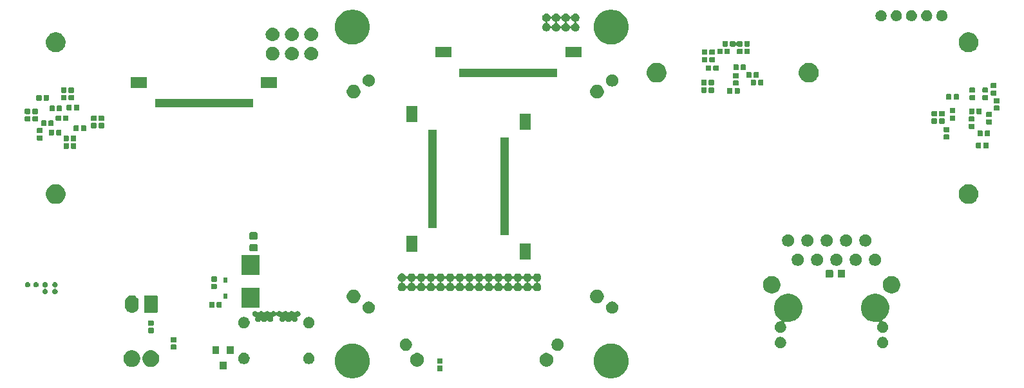
<source format=gbr>
G04 #@! TF.GenerationSoftware,KiCad,Pcbnew,5.1.0-unknown-9e240db~94~ubuntu18.04.1*
G04 #@! TF.CreationDate,2019-04-03T10:40:22+08:00*
G04 #@! TF.ProjectId,ovc3,6f766333-2e6b-4696-9361-645f70636258,rev?*
G04 #@! TF.SameCoordinates,Original*
G04 #@! TF.FileFunction,Soldermask,Bot*
G04 #@! TF.FilePolarity,Negative*
%FSLAX46Y46*%
G04 Gerber Fmt 4.6, Leading zero omitted, Abs format (unit mm)*
G04 Created by KiCad (PCBNEW 5.1.0-unknown-9e240db~94~ubuntu18.04.1) date 2019-04-03 10:40:22*
%MOMM*%
%LPD*%
G04 APERTURE LIST*
%ADD10C,0.100000*%
G04 APERTURE END LIST*
D10*
G36*
X161448903Y-114743213D02*
G01*
X161671177Y-114787426D01*
X162089932Y-114960880D01*
X162466802Y-115212696D01*
X162787304Y-115533198D01*
X163039120Y-115910068D01*
X163206545Y-116314268D01*
X163212574Y-116328824D01*
X163301000Y-116773370D01*
X163301000Y-117226630D01*
X163268078Y-117392140D01*
X163212574Y-117671177D01*
X163039120Y-118089932D01*
X162787304Y-118466802D01*
X162466802Y-118787304D01*
X162089932Y-119039120D01*
X161671177Y-119212574D01*
X161448903Y-119256787D01*
X161226630Y-119301000D01*
X160773370Y-119301000D01*
X160551097Y-119256787D01*
X160328823Y-119212574D01*
X159910068Y-119039120D01*
X159533198Y-118787304D01*
X159212696Y-118466802D01*
X158960880Y-118089932D01*
X158787426Y-117671177D01*
X158731922Y-117392140D01*
X158699000Y-117226630D01*
X158699000Y-116773370D01*
X158787426Y-116328824D01*
X158793455Y-116314268D01*
X158960880Y-115910068D01*
X159212696Y-115533198D01*
X159533198Y-115212696D01*
X159910068Y-114960880D01*
X160328823Y-114787426D01*
X160551097Y-114743213D01*
X160773370Y-114699000D01*
X161226630Y-114699000D01*
X161448903Y-114743213D01*
X161448903Y-114743213D01*
G37*
G36*
X127448903Y-114743213D02*
G01*
X127671177Y-114787426D01*
X128089932Y-114960880D01*
X128466802Y-115212696D01*
X128787304Y-115533198D01*
X129039120Y-115910068D01*
X129206545Y-116314268D01*
X129212574Y-116328824D01*
X129301000Y-116773370D01*
X129301000Y-117226630D01*
X129268078Y-117392140D01*
X129212574Y-117671177D01*
X129039120Y-118089932D01*
X128787304Y-118466802D01*
X128466802Y-118787304D01*
X128089932Y-119039120D01*
X127671177Y-119212574D01*
X127448903Y-119256787D01*
X127226630Y-119301000D01*
X126773370Y-119301000D01*
X126551097Y-119256787D01*
X126328823Y-119212574D01*
X125910068Y-119039120D01*
X125533198Y-118787304D01*
X125212696Y-118466802D01*
X124960880Y-118089932D01*
X124787426Y-117671177D01*
X124731922Y-117392140D01*
X124699000Y-117226630D01*
X124699000Y-116773370D01*
X124787426Y-116328824D01*
X124793455Y-116314268D01*
X124960880Y-115910068D01*
X125212696Y-115533198D01*
X125533198Y-115212696D01*
X125910068Y-114960880D01*
X126328823Y-114787426D01*
X126551097Y-114743213D01*
X126773370Y-114699000D01*
X127226630Y-114699000D01*
X127448903Y-114743213D01*
X127448903Y-114743213D01*
G37*
G36*
X138781938Y-117641716D02*
G01*
X138802557Y-117647971D01*
X138821553Y-117658124D01*
X138838208Y-117671792D01*
X138851876Y-117688447D01*
X138862029Y-117707443D01*
X138868284Y-117728062D01*
X138871000Y-117755640D01*
X138871000Y-118214360D01*
X138868284Y-118241938D01*
X138862029Y-118262557D01*
X138851876Y-118281553D01*
X138838208Y-118298208D01*
X138821553Y-118311876D01*
X138802557Y-118322029D01*
X138781938Y-118328284D01*
X138754360Y-118331000D01*
X138245640Y-118331000D01*
X138218062Y-118328284D01*
X138197443Y-118322029D01*
X138178447Y-118311876D01*
X138161792Y-118298208D01*
X138148124Y-118281553D01*
X138137971Y-118262557D01*
X138131716Y-118241938D01*
X138129000Y-118214360D01*
X138129000Y-117755640D01*
X138131716Y-117728062D01*
X138137971Y-117707443D01*
X138148124Y-117688447D01*
X138161792Y-117671792D01*
X138178447Y-117658124D01*
X138197443Y-117647971D01*
X138218062Y-117641716D01*
X138245640Y-117639000D01*
X138754360Y-117639000D01*
X138781938Y-117641716D01*
X138781938Y-117641716D01*
G37*
G36*
X110451000Y-118101000D02*
G01*
X109549000Y-118101000D01*
X109549000Y-117099000D01*
X110451000Y-117099000D01*
X110451000Y-118101000D01*
X110451000Y-118101000D01*
G37*
G36*
X98214794Y-115600155D02*
G01*
X98321150Y-115621311D01*
X98392825Y-115651000D01*
X98521520Y-115704307D01*
X98701844Y-115824795D01*
X98855205Y-115978156D01*
X98975693Y-116158480D01*
X99058689Y-116358850D01*
X99101000Y-116571561D01*
X99101000Y-116788439D01*
X99058689Y-117001150D01*
X99018158Y-117099000D01*
X98975693Y-117201520D01*
X98855205Y-117381844D01*
X98701844Y-117535205D01*
X98521520Y-117655693D01*
X98484138Y-117671177D01*
X98321150Y-117738689D01*
X98235932Y-117755640D01*
X98108440Y-117781000D01*
X97891560Y-117781000D01*
X97764068Y-117755640D01*
X97678850Y-117738689D01*
X97515862Y-117671177D01*
X97478480Y-117655693D01*
X97298156Y-117535205D01*
X97144795Y-117381844D01*
X97024307Y-117201520D01*
X96981842Y-117099000D01*
X96941311Y-117001150D01*
X96899000Y-116788439D01*
X96899000Y-116571561D01*
X96941311Y-116358850D01*
X97024307Y-116158480D01*
X97144795Y-115978156D01*
X97298156Y-115824795D01*
X97478480Y-115704307D01*
X97607175Y-115651000D01*
X97678850Y-115621311D01*
X97785206Y-115600155D01*
X97891560Y-115579000D01*
X98108440Y-115579000D01*
X98214794Y-115600155D01*
X98214794Y-115600155D01*
G37*
G36*
X100714794Y-115600155D02*
G01*
X100821150Y-115621311D01*
X100892825Y-115651000D01*
X101021520Y-115704307D01*
X101201844Y-115824795D01*
X101355205Y-115978156D01*
X101475693Y-116158480D01*
X101558689Y-116358850D01*
X101601000Y-116571561D01*
X101601000Y-116788439D01*
X101558689Y-117001150D01*
X101518158Y-117099000D01*
X101475693Y-117201520D01*
X101355205Y-117381844D01*
X101201844Y-117535205D01*
X101021520Y-117655693D01*
X100984138Y-117671177D01*
X100821150Y-117738689D01*
X100735932Y-117755640D01*
X100608440Y-117781000D01*
X100391560Y-117781000D01*
X100264068Y-117755640D01*
X100178850Y-117738689D01*
X100015862Y-117671177D01*
X99978480Y-117655693D01*
X99798156Y-117535205D01*
X99644795Y-117381844D01*
X99524307Y-117201520D01*
X99481842Y-117099000D01*
X99441311Y-117001150D01*
X99399000Y-116788439D01*
X99399000Y-116571561D01*
X99441311Y-116358850D01*
X99524307Y-116158480D01*
X99644795Y-115978156D01*
X99798156Y-115824795D01*
X99978480Y-115704307D01*
X100107175Y-115651000D01*
X100178850Y-115621311D01*
X100285206Y-115600155D01*
X100391560Y-115579000D01*
X100608440Y-115579000D01*
X100714794Y-115600155D01*
X100714794Y-115600155D01*
G37*
G36*
X135613512Y-115953927D02*
G01*
X135762812Y-115983624D01*
X135926784Y-116051544D01*
X136074354Y-116150147D01*
X136199853Y-116275646D01*
X136298456Y-116423216D01*
X136366376Y-116587188D01*
X136392484Y-116718447D01*
X136397561Y-116743967D01*
X136401000Y-116761259D01*
X136401000Y-116938741D01*
X136366376Y-117112812D01*
X136298456Y-117276784D01*
X136199853Y-117424354D01*
X136074354Y-117549853D01*
X135926784Y-117648456D01*
X135762812Y-117716376D01*
X135614904Y-117745796D01*
X135588742Y-117751000D01*
X135411258Y-117751000D01*
X135385096Y-117745796D01*
X135237188Y-117716376D01*
X135073216Y-117648456D01*
X134925646Y-117549853D01*
X134800147Y-117424354D01*
X134701544Y-117276784D01*
X134633624Y-117112812D01*
X134599000Y-116938741D01*
X134599000Y-116761259D01*
X134602440Y-116743967D01*
X134607516Y-116718447D01*
X134633624Y-116587188D01*
X134701544Y-116423216D01*
X134800147Y-116275646D01*
X134925646Y-116150147D01*
X135073216Y-116051544D01*
X135237188Y-115983624D01*
X135386488Y-115953927D01*
X135411258Y-115949000D01*
X135588742Y-115949000D01*
X135613512Y-115953927D01*
X135613512Y-115953927D01*
G37*
G36*
X152613512Y-115953927D02*
G01*
X152762812Y-115983624D01*
X152926784Y-116051544D01*
X153074354Y-116150147D01*
X153199853Y-116275646D01*
X153298456Y-116423216D01*
X153366376Y-116587188D01*
X153392484Y-116718447D01*
X153397561Y-116743967D01*
X153401000Y-116761259D01*
X153401000Y-116938741D01*
X153366376Y-117112812D01*
X153298456Y-117276784D01*
X153199853Y-117424354D01*
X153074354Y-117549853D01*
X152926784Y-117648456D01*
X152762812Y-117716376D01*
X152614904Y-117745796D01*
X152588742Y-117751000D01*
X152411258Y-117751000D01*
X152385096Y-117745796D01*
X152237188Y-117716376D01*
X152073216Y-117648456D01*
X151925646Y-117549853D01*
X151800147Y-117424354D01*
X151701544Y-117276784D01*
X151633624Y-117112812D01*
X151599000Y-116938741D01*
X151599000Y-116761259D01*
X151602440Y-116743967D01*
X151607516Y-116718447D01*
X151633624Y-116587188D01*
X151701544Y-116423216D01*
X151800147Y-116275646D01*
X151925646Y-116150147D01*
X152073216Y-116051544D01*
X152237188Y-115983624D01*
X152386488Y-115953927D01*
X152411258Y-115949000D01*
X152588742Y-115949000D01*
X152613512Y-115953927D01*
X152613512Y-115953927D01*
G37*
G36*
X112949059Y-115947860D02*
G01*
X113085732Y-116004472D01*
X113208735Y-116086660D01*
X113313340Y-116191265D01*
X113369722Y-116275647D01*
X113395529Y-116314270D01*
X113452140Y-116450941D01*
X113481000Y-116596032D01*
X113481000Y-116743968D01*
X113475151Y-116773371D01*
X113452140Y-116889059D01*
X113395528Y-117025732D01*
X113313340Y-117148735D01*
X113208735Y-117253340D01*
X113085732Y-117335528D01*
X113085731Y-117335529D01*
X113085730Y-117335529D01*
X112949059Y-117392140D01*
X112803968Y-117421000D01*
X112656032Y-117421000D01*
X112510941Y-117392140D01*
X112374270Y-117335529D01*
X112374269Y-117335529D01*
X112374268Y-117335528D01*
X112251265Y-117253340D01*
X112146660Y-117148735D01*
X112064472Y-117025732D01*
X112007860Y-116889059D01*
X111984849Y-116773371D01*
X111979000Y-116743968D01*
X111979000Y-116596032D01*
X112007860Y-116450941D01*
X112064471Y-116314270D01*
X112090278Y-116275647D01*
X112146660Y-116191265D01*
X112251265Y-116086660D01*
X112374268Y-116004472D01*
X112510941Y-115947860D01*
X112656032Y-115919000D01*
X112803968Y-115919000D01*
X112949059Y-115947860D01*
X112949059Y-115947860D01*
G37*
G36*
X121489059Y-115947860D02*
G01*
X121625732Y-116004472D01*
X121748735Y-116086660D01*
X121853340Y-116191265D01*
X121909722Y-116275647D01*
X121935529Y-116314270D01*
X121992140Y-116450941D01*
X122021000Y-116596032D01*
X122021000Y-116743968D01*
X122015151Y-116773371D01*
X121992140Y-116889059D01*
X121935528Y-117025732D01*
X121853340Y-117148735D01*
X121748735Y-117253340D01*
X121625732Y-117335528D01*
X121625731Y-117335529D01*
X121625730Y-117335529D01*
X121489059Y-117392140D01*
X121343968Y-117421000D01*
X121196032Y-117421000D01*
X121050941Y-117392140D01*
X120914270Y-117335529D01*
X120914269Y-117335529D01*
X120914268Y-117335528D01*
X120791265Y-117253340D01*
X120686660Y-117148735D01*
X120604472Y-117025732D01*
X120547860Y-116889059D01*
X120524849Y-116773371D01*
X120519000Y-116743968D01*
X120519000Y-116596032D01*
X120547860Y-116450941D01*
X120604471Y-116314270D01*
X120630278Y-116275647D01*
X120686660Y-116191265D01*
X120791265Y-116086660D01*
X120914268Y-116004472D01*
X121050941Y-115947860D01*
X121196032Y-115919000D01*
X121343968Y-115919000D01*
X121489059Y-115947860D01*
X121489059Y-115947860D01*
G37*
G36*
X138781938Y-116671716D02*
G01*
X138802557Y-116677971D01*
X138821553Y-116688124D01*
X138838208Y-116701792D01*
X138851876Y-116718447D01*
X138862029Y-116737443D01*
X138868284Y-116758062D01*
X138871000Y-116785640D01*
X138871000Y-117244360D01*
X138868284Y-117271938D01*
X138862029Y-117292557D01*
X138851876Y-117311553D01*
X138838208Y-117328208D01*
X138821553Y-117341876D01*
X138802557Y-117352029D01*
X138781938Y-117358284D01*
X138754360Y-117361000D01*
X138245640Y-117361000D01*
X138218062Y-117358284D01*
X138197443Y-117352029D01*
X138178447Y-117341876D01*
X138161792Y-117328208D01*
X138148124Y-117311553D01*
X138137971Y-117292557D01*
X138131716Y-117271938D01*
X138129000Y-117244360D01*
X138129000Y-116785640D01*
X138131716Y-116758062D01*
X138137971Y-116737443D01*
X138148124Y-116718447D01*
X138161792Y-116701792D01*
X138178447Y-116688124D01*
X138197443Y-116677971D01*
X138218062Y-116671716D01*
X138245640Y-116669000D01*
X138754360Y-116669000D01*
X138781938Y-116671716D01*
X138781938Y-116671716D01*
G37*
G36*
X111401000Y-116101000D02*
G01*
X110499000Y-116101000D01*
X110499000Y-115099000D01*
X111401000Y-115099000D01*
X111401000Y-116101000D01*
X111401000Y-116101000D01*
G37*
G36*
X109501000Y-116101000D02*
G01*
X108599000Y-116101000D01*
X108599000Y-115099000D01*
X109501000Y-115099000D01*
X109501000Y-116101000D01*
X109501000Y-116101000D01*
G37*
G36*
X154208642Y-114079781D02*
G01*
X154354414Y-114140162D01*
X154354416Y-114140163D01*
X154485608Y-114227822D01*
X154597178Y-114339392D01*
X154673892Y-114454204D01*
X154684838Y-114470586D01*
X154745219Y-114616358D01*
X154776000Y-114771107D01*
X154776000Y-114928893D01*
X154745219Y-115083642D01*
X154691763Y-115212696D01*
X154684837Y-115229416D01*
X154597178Y-115360608D01*
X154485608Y-115472178D01*
X154354416Y-115559837D01*
X154354415Y-115559838D01*
X154354414Y-115559838D01*
X154208642Y-115620219D01*
X154053893Y-115651000D01*
X153896107Y-115651000D01*
X153741358Y-115620219D01*
X153595586Y-115559838D01*
X153595585Y-115559838D01*
X153595584Y-115559837D01*
X153464392Y-115472178D01*
X153352822Y-115360608D01*
X153265163Y-115229416D01*
X153258237Y-115212696D01*
X153204781Y-115083642D01*
X153174000Y-114928893D01*
X153174000Y-114771107D01*
X153204781Y-114616358D01*
X153265162Y-114470586D01*
X153276108Y-114454204D01*
X153352822Y-114339392D01*
X153464392Y-114227822D01*
X153595584Y-114140163D01*
X153595586Y-114140162D01*
X153741358Y-114079781D01*
X153896107Y-114049000D01*
X154053893Y-114049000D01*
X154208642Y-114079781D01*
X154208642Y-114079781D01*
G37*
G36*
X134258642Y-114079781D02*
G01*
X134404414Y-114140162D01*
X134404416Y-114140163D01*
X134535608Y-114227822D01*
X134647178Y-114339392D01*
X134723892Y-114454204D01*
X134734838Y-114470586D01*
X134795219Y-114616358D01*
X134826000Y-114771107D01*
X134826000Y-114928893D01*
X134795219Y-115083642D01*
X134741763Y-115212696D01*
X134734837Y-115229416D01*
X134647178Y-115360608D01*
X134535608Y-115472178D01*
X134404416Y-115559837D01*
X134404415Y-115559838D01*
X134404414Y-115559838D01*
X134258642Y-115620219D01*
X134103893Y-115651000D01*
X133946107Y-115651000D01*
X133791358Y-115620219D01*
X133645586Y-115559838D01*
X133645585Y-115559838D01*
X133645584Y-115559837D01*
X133514392Y-115472178D01*
X133402822Y-115360608D01*
X133315163Y-115229416D01*
X133308237Y-115212696D01*
X133254781Y-115083642D01*
X133224000Y-114928893D01*
X133224000Y-114771107D01*
X133254781Y-114616358D01*
X133315162Y-114470586D01*
X133326108Y-114454204D01*
X133402822Y-114339392D01*
X133514392Y-114227822D01*
X133645584Y-114140163D01*
X133645586Y-114140162D01*
X133791358Y-114079781D01*
X133946107Y-114049000D01*
X134103893Y-114049000D01*
X134258642Y-114079781D01*
X134258642Y-114079781D01*
G37*
G36*
X103781938Y-114841716D02*
G01*
X103802557Y-114847971D01*
X103821553Y-114858124D01*
X103838208Y-114871792D01*
X103851876Y-114888447D01*
X103862029Y-114907443D01*
X103868284Y-114928062D01*
X103871000Y-114955640D01*
X103871000Y-115414360D01*
X103868284Y-115441938D01*
X103862029Y-115462557D01*
X103851876Y-115481553D01*
X103838208Y-115498208D01*
X103821553Y-115511876D01*
X103802557Y-115522029D01*
X103781938Y-115528284D01*
X103754360Y-115531000D01*
X103245640Y-115531000D01*
X103218062Y-115528284D01*
X103197443Y-115522029D01*
X103178447Y-115511876D01*
X103161792Y-115498208D01*
X103148124Y-115481553D01*
X103137971Y-115462557D01*
X103131716Y-115441938D01*
X103129000Y-115414360D01*
X103129000Y-114955640D01*
X103131716Y-114928062D01*
X103137971Y-114907443D01*
X103148124Y-114888447D01*
X103161792Y-114871792D01*
X103178447Y-114858124D01*
X103197443Y-114847971D01*
X103218062Y-114841716D01*
X103245640Y-114839000D01*
X103754360Y-114839000D01*
X103781938Y-114841716D01*
X103781938Y-114841716D01*
G37*
G36*
X183489914Y-113861514D02*
G01*
X183489916Y-113861515D01*
X183489917Y-113861515D01*
X183624006Y-113917056D01*
X183744683Y-113997690D01*
X183847310Y-114100317D01*
X183927944Y-114220994D01*
X183976986Y-114339393D01*
X183983486Y-114355086D01*
X184011800Y-114497430D01*
X184011800Y-114642568D01*
X183983485Y-114784917D01*
X183927944Y-114919006D01*
X183847310Y-115039683D01*
X183744683Y-115142310D01*
X183624006Y-115222944D01*
X183489917Y-115278485D01*
X183489916Y-115278485D01*
X183489914Y-115278486D01*
X183347570Y-115306800D01*
X183202430Y-115306800D01*
X183060086Y-115278486D01*
X183060084Y-115278485D01*
X183060083Y-115278485D01*
X182925994Y-115222944D01*
X182805317Y-115142310D01*
X182702690Y-115039683D01*
X182622056Y-114919006D01*
X182566515Y-114784917D01*
X182538200Y-114642568D01*
X182538200Y-114497430D01*
X182566514Y-114355086D01*
X182573014Y-114339393D01*
X182622056Y-114220994D01*
X182702690Y-114100317D01*
X182805317Y-113997690D01*
X182925994Y-113917056D01*
X183060083Y-113861515D01*
X183060084Y-113861515D01*
X183060086Y-113861514D01*
X183202430Y-113833200D01*
X183347570Y-113833200D01*
X183489914Y-113861514D01*
X183489914Y-113861514D01*
G37*
G36*
X196939914Y-113861514D02*
G01*
X196939916Y-113861515D01*
X196939917Y-113861515D01*
X197074006Y-113917056D01*
X197194683Y-113997690D01*
X197297310Y-114100317D01*
X197377944Y-114220994D01*
X197426986Y-114339393D01*
X197433486Y-114355086D01*
X197461800Y-114497430D01*
X197461800Y-114642568D01*
X197433485Y-114784917D01*
X197377944Y-114919006D01*
X197297310Y-115039683D01*
X197194683Y-115142310D01*
X197074006Y-115222944D01*
X196939917Y-115278485D01*
X196939916Y-115278485D01*
X196939914Y-115278486D01*
X196797570Y-115306800D01*
X196652430Y-115306800D01*
X196510086Y-115278486D01*
X196510084Y-115278485D01*
X196510083Y-115278485D01*
X196375994Y-115222944D01*
X196255317Y-115142310D01*
X196152690Y-115039683D01*
X196072056Y-114919006D01*
X196016515Y-114784917D01*
X195988200Y-114642568D01*
X195988200Y-114497430D01*
X196016514Y-114355086D01*
X196023014Y-114339393D01*
X196072056Y-114220994D01*
X196152690Y-114100317D01*
X196255317Y-113997690D01*
X196375994Y-113917056D01*
X196510083Y-113861515D01*
X196510084Y-113861515D01*
X196510086Y-113861514D01*
X196652430Y-113833200D01*
X196797570Y-113833200D01*
X196939914Y-113861514D01*
X196939914Y-113861514D01*
G37*
G36*
X103781938Y-113871716D02*
G01*
X103802557Y-113877971D01*
X103821553Y-113888124D01*
X103838208Y-113901792D01*
X103851876Y-113918447D01*
X103862029Y-113937443D01*
X103868284Y-113958062D01*
X103871000Y-113985640D01*
X103871000Y-114444360D01*
X103868284Y-114471938D01*
X103862029Y-114492557D01*
X103851876Y-114511553D01*
X103838208Y-114528208D01*
X103821553Y-114541876D01*
X103802557Y-114552029D01*
X103781938Y-114558284D01*
X103754360Y-114561000D01*
X103245640Y-114561000D01*
X103218062Y-114558284D01*
X103197443Y-114552029D01*
X103178447Y-114541876D01*
X103161792Y-114528208D01*
X103148124Y-114511553D01*
X103137971Y-114492557D01*
X103131716Y-114471938D01*
X103129000Y-114444360D01*
X103129000Y-113985640D01*
X103131716Y-113958062D01*
X103137971Y-113937443D01*
X103148124Y-113918447D01*
X103161792Y-113901792D01*
X103178447Y-113888124D01*
X103197443Y-113877971D01*
X103218062Y-113871716D01*
X103245640Y-113869000D01*
X103754360Y-113869000D01*
X103781938Y-113871716D01*
X103781938Y-113871716D01*
G37*
G36*
X100781938Y-112641716D02*
G01*
X100802557Y-112647971D01*
X100821553Y-112658124D01*
X100838208Y-112671792D01*
X100851876Y-112688447D01*
X100862029Y-112707443D01*
X100868284Y-112728062D01*
X100871000Y-112755640D01*
X100871000Y-113214360D01*
X100868284Y-113241938D01*
X100862029Y-113262557D01*
X100851876Y-113281553D01*
X100838208Y-113298208D01*
X100821553Y-113311876D01*
X100802557Y-113322029D01*
X100781938Y-113328284D01*
X100754360Y-113331000D01*
X100245640Y-113331000D01*
X100218062Y-113328284D01*
X100197443Y-113322029D01*
X100178447Y-113311876D01*
X100161792Y-113298208D01*
X100148124Y-113281553D01*
X100137971Y-113262557D01*
X100131716Y-113241938D01*
X100129000Y-113214360D01*
X100129000Y-112755640D01*
X100131716Y-112728062D01*
X100137971Y-112707443D01*
X100148124Y-112688447D01*
X100161792Y-112671792D01*
X100178447Y-112658124D01*
X100197443Y-112647971D01*
X100218062Y-112641716D01*
X100245640Y-112639000D01*
X100754360Y-112639000D01*
X100781938Y-112641716D01*
X100781938Y-112641716D01*
G37*
G36*
X184646112Y-108184566D02*
G01*
X184824917Y-108220133D01*
X184964448Y-108277929D01*
X185161776Y-108359664D01*
X185464943Y-108562234D01*
X185722766Y-108820057D01*
X185925336Y-109123224D01*
X186064867Y-109460084D01*
X186136000Y-109817691D01*
X186136000Y-110182309D01*
X186121940Y-110252991D01*
X186064867Y-110539917D01*
X186040477Y-110598799D01*
X185925336Y-110876776D01*
X185722766Y-111179943D01*
X185464943Y-111437766D01*
X185161776Y-111640336D01*
X185006280Y-111704744D01*
X184824917Y-111779867D01*
X184755449Y-111793685D01*
X184467309Y-111851000D01*
X184102691Y-111851000D01*
X183914272Y-111813521D01*
X183889886Y-111811119D01*
X183865500Y-111813521D01*
X183842051Y-111820634D01*
X183820440Y-111832185D01*
X183801498Y-111847730D01*
X183785953Y-111866672D01*
X183774402Y-111888283D01*
X183767289Y-111911732D01*
X183764887Y-111936118D01*
X183767289Y-111960504D01*
X183774402Y-111983953D01*
X183785953Y-112005564D01*
X183801493Y-112024500D01*
X183847310Y-112070317D01*
X183927944Y-112190994D01*
X183983485Y-112325083D01*
X183983486Y-112325086D01*
X184011800Y-112467430D01*
X184011800Y-112612570D01*
X183985300Y-112745796D01*
X183983485Y-112754917D01*
X183927944Y-112889006D01*
X183847310Y-113009683D01*
X183744683Y-113112310D01*
X183624006Y-113192944D01*
X183489917Y-113248485D01*
X183489916Y-113248485D01*
X183489914Y-113248486D01*
X183347570Y-113276800D01*
X183202430Y-113276800D01*
X183060086Y-113248486D01*
X183060084Y-113248485D01*
X183060083Y-113248485D01*
X182925994Y-113192944D01*
X182805317Y-113112310D01*
X182702690Y-113009683D01*
X182622056Y-112889006D01*
X182566515Y-112754917D01*
X182564701Y-112745796D01*
X182538200Y-112612570D01*
X182538200Y-112467430D01*
X182566514Y-112325086D01*
X182566515Y-112325083D01*
X182622056Y-112190994D01*
X182702690Y-112070317D01*
X182805317Y-111967690D01*
X182925994Y-111887056D01*
X183060083Y-111831515D01*
X183060084Y-111831515D01*
X183060086Y-111831514D01*
X183202430Y-111803200D01*
X183239900Y-111803200D01*
X183264286Y-111800798D01*
X183287735Y-111793685D01*
X183309346Y-111782134D01*
X183328288Y-111766589D01*
X183343833Y-111747647D01*
X183355384Y-111726036D01*
X183362497Y-111702587D01*
X183364899Y-111678201D01*
X183362497Y-111653815D01*
X183355384Y-111630366D01*
X183343833Y-111608755D01*
X183328288Y-111589813D01*
X183309346Y-111574268D01*
X183105057Y-111437766D01*
X182847234Y-111179943D01*
X182644664Y-110876776D01*
X182529523Y-110598799D01*
X182505133Y-110539917D01*
X182448060Y-110252991D01*
X182434000Y-110182309D01*
X182434000Y-109817691D01*
X182505133Y-109460084D01*
X182644664Y-109123224D01*
X182847234Y-108820057D01*
X183105057Y-108562234D01*
X183408224Y-108359664D01*
X183605552Y-108277929D01*
X183745083Y-108220133D01*
X183923888Y-108184566D01*
X184102691Y-108149000D01*
X184467309Y-108149000D01*
X184646112Y-108184566D01*
X184646112Y-108184566D01*
G37*
G36*
X196076112Y-108184566D02*
G01*
X196254917Y-108220133D01*
X196394448Y-108277929D01*
X196591776Y-108359664D01*
X196894943Y-108562234D01*
X197152766Y-108820057D01*
X197355336Y-109123224D01*
X197494867Y-109460084D01*
X197566000Y-109817691D01*
X197566000Y-110182309D01*
X197551940Y-110252991D01*
X197494867Y-110539917D01*
X197470477Y-110598799D01*
X197355336Y-110876776D01*
X197152766Y-111179943D01*
X196894943Y-111437766D01*
X196690654Y-111574268D01*
X196671712Y-111589813D01*
X196656167Y-111608755D01*
X196644616Y-111630366D01*
X196637503Y-111653815D01*
X196635101Y-111678201D01*
X196637503Y-111702587D01*
X196644616Y-111726036D01*
X196656167Y-111747647D01*
X196671712Y-111766589D01*
X196690654Y-111782134D01*
X196712265Y-111793685D01*
X196735714Y-111800798D01*
X196760100Y-111803200D01*
X196797570Y-111803200D01*
X196939914Y-111831514D01*
X196939916Y-111831515D01*
X196939917Y-111831515D01*
X197074006Y-111887056D01*
X197194683Y-111967690D01*
X197297310Y-112070317D01*
X197377944Y-112190994D01*
X197433485Y-112325083D01*
X197433486Y-112325086D01*
X197461800Y-112467430D01*
X197461800Y-112612570D01*
X197435300Y-112745796D01*
X197433485Y-112754917D01*
X197377944Y-112889006D01*
X197297310Y-113009683D01*
X197194683Y-113112310D01*
X197074006Y-113192944D01*
X196939917Y-113248485D01*
X196939916Y-113248485D01*
X196939914Y-113248486D01*
X196797570Y-113276800D01*
X196652430Y-113276800D01*
X196510086Y-113248486D01*
X196510084Y-113248485D01*
X196510083Y-113248485D01*
X196375994Y-113192944D01*
X196255317Y-113112310D01*
X196152690Y-113009683D01*
X196072056Y-112889006D01*
X196016515Y-112754917D01*
X196014701Y-112745796D01*
X195988200Y-112612570D01*
X195988200Y-112467430D01*
X196016514Y-112325086D01*
X196016515Y-112325083D01*
X196072056Y-112190994D01*
X196152690Y-112070317D01*
X196198507Y-112024500D01*
X196214047Y-112005564D01*
X196225598Y-111983953D01*
X196232711Y-111960504D01*
X196235113Y-111936118D01*
X196232711Y-111911732D01*
X196225598Y-111888283D01*
X196214047Y-111866672D01*
X196198502Y-111847730D01*
X196179560Y-111832185D01*
X196157949Y-111820634D01*
X196134500Y-111813521D01*
X196110114Y-111811119D01*
X196085728Y-111813521D01*
X195897309Y-111851000D01*
X195532691Y-111851000D01*
X195244551Y-111793685D01*
X195175083Y-111779867D01*
X194993720Y-111704744D01*
X194838224Y-111640336D01*
X194535057Y-111437766D01*
X194277234Y-111179943D01*
X194074664Y-110876776D01*
X193959523Y-110598799D01*
X193935133Y-110539917D01*
X193878060Y-110252991D01*
X193864000Y-110182309D01*
X193864000Y-109817691D01*
X193935133Y-109460084D01*
X194074664Y-109123224D01*
X194277234Y-108820057D01*
X194535057Y-108562234D01*
X194838224Y-108359664D01*
X195035552Y-108277929D01*
X195175083Y-108220133D01*
X195353888Y-108184566D01*
X195532691Y-108149000D01*
X195897309Y-108149000D01*
X196076112Y-108184566D01*
X196076112Y-108184566D01*
G37*
G36*
X112949059Y-111217860D02*
G01*
X113062100Y-111264683D01*
X113085732Y-111274472D01*
X113208735Y-111356660D01*
X113313340Y-111461265D01*
X113357285Y-111527034D01*
X113395529Y-111584270D01*
X113452140Y-111720941D01*
X113481000Y-111866032D01*
X113481000Y-112013968D01*
X113452140Y-112159059D01*
X113400341Y-112284114D01*
X113395528Y-112295732D01*
X113313340Y-112418735D01*
X113208735Y-112523340D01*
X113085732Y-112605528D01*
X113085731Y-112605529D01*
X113085730Y-112605529D01*
X112949059Y-112662140D01*
X112803968Y-112691000D01*
X112656032Y-112691000D01*
X112510941Y-112662140D01*
X112374270Y-112605529D01*
X112374269Y-112605529D01*
X112374268Y-112605528D01*
X112251265Y-112523340D01*
X112146660Y-112418735D01*
X112064472Y-112295732D01*
X112059660Y-112284114D01*
X112007860Y-112159059D01*
X111979000Y-112013968D01*
X111979000Y-111866032D01*
X112007860Y-111720941D01*
X112064471Y-111584270D01*
X112102715Y-111527034D01*
X112146660Y-111461265D01*
X112251265Y-111356660D01*
X112374268Y-111274472D01*
X112397901Y-111264683D01*
X112510941Y-111217860D01*
X112656032Y-111189000D01*
X112803968Y-111189000D01*
X112949059Y-111217860D01*
X112949059Y-111217860D01*
G37*
G36*
X121489059Y-111217860D02*
G01*
X121602100Y-111264683D01*
X121625732Y-111274472D01*
X121748735Y-111356660D01*
X121853340Y-111461265D01*
X121897285Y-111527034D01*
X121935529Y-111584270D01*
X121992140Y-111720941D01*
X122021000Y-111866032D01*
X122021000Y-112013968D01*
X121992140Y-112159059D01*
X121940341Y-112284114D01*
X121935528Y-112295732D01*
X121853340Y-112418735D01*
X121748735Y-112523340D01*
X121625732Y-112605528D01*
X121625731Y-112605529D01*
X121625730Y-112605529D01*
X121489059Y-112662140D01*
X121343968Y-112691000D01*
X121196032Y-112691000D01*
X121050941Y-112662140D01*
X120914270Y-112605529D01*
X120914269Y-112605529D01*
X120914268Y-112605528D01*
X120791265Y-112523340D01*
X120686660Y-112418735D01*
X120604472Y-112295732D01*
X120599660Y-112284114D01*
X120547860Y-112159059D01*
X120519000Y-112013968D01*
X120519000Y-111866032D01*
X120547860Y-111720941D01*
X120604471Y-111584270D01*
X120642715Y-111527034D01*
X120686660Y-111461265D01*
X120791265Y-111356660D01*
X120914268Y-111274472D01*
X120937901Y-111264683D01*
X121050941Y-111217860D01*
X121196032Y-111189000D01*
X121343968Y-111189000D01*
X121489059Y-111217860D01*
X121489059Y-111217860D01*
G37*
G36*
X100781938Y-111671716D02*
G01*
X100802557Y-111677971D01*
X100821553Y-111688124D01*
X100838208Y-111701792D01*
X100851876Y-111718447D01*
X100862029Y-111737443D01*
X100868284Y-111758062D01*
X100871000Y-111785640D01*
X100871000Y-112244360D01*
X100868284Y-112271938D01*
X100862029Y-112292557D01*
X100851876Y-112311553D01*
X100838208Y-112328208D01*
X100821553Y-112341876D01*
X100802557Y-112352029D01*
X100781938Y-112358284D01*
X100754360Y-112361000D01*
X100245640Y-112361000D01*
X100218062Y-112358284D01*
X100197443Y-112352029D01*
X100178447Y-112341876D01*
X100161792Y-112328208D01*
X100148124Y-112311553D01*
X100137971Y-112292557D01*
X100131716Y-112271938D01*
X100129000Y-112244360D01*
X100129000Y-111785640D01*
X100131716Y-111758062D01*
X100137971Y-111737443D01*
X100148124Y-111718447D01*
X100161792Y-111701792D01*
X100178447Y-111688124D01*
X100197443Y-111677971D01*
X100218062Y-111671716D01*
X100245640Y-111669000D01*
X100754360Y-111669000D01*
X100781938Y-111671716D01*
X100781938Y-111671716D01*
G37*
G36*
X114309672Y-110428449D02*
G01*
X114309674Y-110428450D01*
X114309675Y-110428450D01*
X114378103Y-110456793D01*
X114439686Y-110497942D01*
X114492058Y-110550314D01*
X114496072Y-110556321D01*
X114511612Y-110575256D01*
X114530553Y-110590801D01*
X114552164Y-110602353D01*
X114575613Y-110609466D01*
X114599999Y-110611868D01*
X114624385Y-110609466D01*
X114647834Y-110602353D01*
X114669445Y-110590803D01*
X114688387Y-110575257D01*
X114703928Y-110556321D01*
X114707942Y-110550314D01*
X114760314Y-110497942D01*
X114821897Y-110456793D01*
X114890325Y-110428450D01*
X114890326Y-110428450D01*
X114890328Y-110428449D01*
X114962966Y-110414000D01*
X115037034Y-110414000D01*
X115109672Y-110428449D01*
X115109674Y-110428450D01*
X115109675Y-110428450D01*
X115178103Y-110456793D01*
X115239686Y-110497942D01*
X115292058Y-110550314D01*
X115296072Y-110556321D01*
X115311612Y-110575256D01*
X115330553Y-110590801D01*
X115352164Y-110602353D01*
X115375613Y-110609466D01*
X115399999Y-110611868D01*
X115424385Y-110609466D01*
X115447834Y-110602353D01*
X115469445Y-110590803D01*
X115488387Y-110575257D01*
X115503928Y-110556321D01*
X115507942Y-110550314D01*
X115560314Y-110497942D01*
X115621897Y-110456793D01*
X115690325Y-110428450D01*
X115690326Y-110428450D01*
X115690328Y-110428449D01*
X115762966Y-110414000D01*
X115837034Y-110414000D01*
X115909672Y-110428449D01*
X115909674Y-110428450D01*
X115909675Y-110428450D01*
X115978103Y-110456793D01*
X116039686Y-110497942D01*
X116092058Y-110550314D01*
X116096072Y-110556321D01*
X116111612Y-110575256D01*
X116130553Y-110590801D01*
X116152164Y-110602353D01*
X116175613Y-110609466D01*
X116199999Y-110611868D01*
X116224385Y-110609466D01*
X116247834Y-110602353D01*
X116269445Y-110590803D01*
X116288387Y-110575257D01*
X116303928Y-110556321D01*
X116307942Y-110550314D01*
X116360314Y-110497942D01*
X116421897Y-110456793D01*
X116490325Y-110428450D01*
X116490326Y-110428450D01*
X116490328Y-110428449D01*
X116562966Y-110414000D01*
X116637034Y-110414000D01*
X116709672Y-110428449D01*
X116709674Y-110428450D01*
X116709675Y-110428450D01*
X116778103Y-110456793D01*
X116839686Y-110497942D01*
X116892058Y-110550314D01*
X116896072Y-110556321D01*
X116911612Y-110575256D01*
X116930553Y-110590801D01*
X116952164Y-110602353D01*
X116975613Y-110609466D01*
X116999999Y-110611868D01*
X117024385Y-110609466D01*
X117047834Y-110602353D01*
X117069445Y-110590803D01*
X117088387Y-110575257D01*
X117103928Y-110556321D01*
X117107942Y-110550314D01*
X117160314Y-110497942D01*
X117221897Y-110456793D01*
X117290325Y-110428450D01*
X117290326Y-110428450D01*
X117290328Y-110428449D01*
X117362966Y-110414000D01*
X117437034Y-110414000D01*
X117509672Y-110428449D01*
X117509674Y-110428450D01*
X117509675Y-110428450D01*
X117578103Y-110456793D01*
X117639686Y-110497942D01*
X117692058Y-110550314D01*
X117696072Y-110556321D01*
X117711612Y-110575256D01*
X117730553Y-110590801D01*
X117752164Y-110602353D01*
X117775613Y-110609466D01*
X117799999Y-110611868D01*
X117824385Y-110609466D01*
X117847834Y-110602353D01*
X117869445Y-110590803D01*
X117888387Y-110575257D01*
X117903928Y-110556321D01*
X117907942Y-110550314D01*
X117960314Y-110497942D01*
X118021897Y-110456793D01*
X118090325Y-110428450D01*
X118090326Y-110428450D01*
X118090328Y-110428449D01*
X118162966Y-110414000D01*
X118237034Y-110414000D01*
X118309672Y-110428449D01*
X118309674Y-110428450D01*
X118309675Y-110428450D01*
X118378103Y-110456793D01*
X118439686Y-110497942D01*
X118492058Y-110550314D01*
X118496072Y-110556321D01*
X118511612Y-110575256D01*
X118530553Y-110590801D01*
X118552164Y-110602353D01*
X118575613Y-110609466D01*
X118599999Y-110611868D01*
X118624385Y-110609466D01*
X118647834Y-110602353D01*
X118669445Y-110590803D01*
X118688387Y-110575257D01*
X118703928Y-110556321D01*
X118707942Y-110550314D01*
X118760314Y-110497942D01*
X118821897Y-110456793D01*
X118890325Y-110428450D01*
X118890326Y-110428450D01*
X118890328Y-110428449D01*
X118962966Y-110414000D01*
X119037034Y-110414000D01*
X119109672Y-110428449D01*
X119109674Y-110428450D01*
X119109675Y-110428450D01*
X119178103Y-110456793D01*
X119239686Y-110497942D01*
X119292058Y-110550314D01*
X119296072Y-110556321D01*
X119311612Y-110575256D01*
X119330553Y-110590801D01*
X119352164Y-110602353D01*
X119375613Y-110609466D01*
X119399999Y-110611868D01*
X119424385Y-110609466D01*
X119447834Y-110602353D01*
X119469445Y-110590803D01*
X119488387Y-110575257D01*
X119503928Y-110556321D01*
X119507942Y-110550314D01*
X119560314Y-110497942D01*
X119621897Y-110456793D01*
X119690325Y-110428450D01*
X119690326Y-110428450D01*
X119690328Y-110428449D01*
X119762966Y-110414000D01*
X119837034Y-110414000D01*
X119909672Y-110428449D01*
X119909674Y-110428450D01*
X119909675Y-110428450D01*
X119978103Y-110456793D01*
X120039686Y-110497942D01*
X120092058Y-110550314D01*
X120133207Y-110611897D01*
X120161550Y-110680325D01*
X120176000Y-110752967D01*
X120176000Y-110827033D01*
X120161550Y-110899675D01*
X120133207Y-110968103D01*
X120092058Y-111029686D01*
X120039686Y-111082058D01*
X119978103Y-111123207D01*
X119919696Y-111147399D01*
X119909673Y-111151551D01*
X119834662Y-111166472D01*
X119811214Y-111173585D01*
X119789603Y-111185136D01*
X119770661Y-111200682D01*
X119755116Y-111219624D01*
X119743565Y-111241234D01*
X119736452Y-111264683D01*
X119734050Y-111289069D01*
X119736452Y-111313456D01*
X119743565Y-111336904D01*
X119761551Y-111380326D01*
X119776000Y-111452966D01*
X119776000Y-111527034D01*
X119764615Y-111584270D01*
X119761550Y-111599675D01*
X119733207Y-111668103D01*
X119692058Y-111729686D01*
X119639686Y-111782058D01*
X119578103Y-111823207D01*
X119509675Y-111851550D01*
X119509674Y-111851550D01*
X119509672Y-111851551D01*
X119437034Y-111866000D01*
X119362966Y-111866000D01*
X119290328Y-111851551D01*
X119290326Y-111851550D01*
X119290325Y-111851550D01*
X119221897Y-111823207D01*
X119160314Y-111782058D01*
X119107942Y-111729686D01*
X119103928Y-111723679D01*
X119088388Y-111704744D01*
X119069447Y-111689199D01*
X119047836Y-111677647D01*
X119024387Y-111670534D01*
X119000001Y-111668132D01*
X118975615Y-111670534D01*
X118952166Y-111677647D01*
X118930555Y-111689197D01*
X118911613Y-111704743D01*
X118896072Y-111723679D01*
X118892058Y-111729686D01*
X118839686Y-111782058D01*
X118778103Y-111823207D01*
X118709675Y-111851550D01*
X118709674Y-111851550D01*
X118709672Y-111851551D01*
X118637034Y-111866000D01*
X118562966Y-111866000D01*
X118490328Y-111851551D01*
X118490326Y-111851550D01*
X118490325Y-111851550D01*
X118421897Y-111823207D01*
X118360314Y-111782058D01*
X118307942Y-111729686D01*
X118303928Y-111723679D01*
X118288388Y-111704744D01*
X118269447Y-111689199D01*
X118247836Y-111677647D01*
X118224387Y-111670534D01*
X118200001Y-111668132D01*
X118175615Y-111670534D01*
X118152166Y-111677647D01*
X118130555Y-111689197D01*
X118111613Y-111704743D01*
X118096072Y-111723679D01*
X118092058Y-111729686D01*
X118039686Y-111782058D01*
X117978103Y-111823207D01*
X117909675Y-111851550D01*
X117909674Y-111851550D01*
X117909672Y-111851551D01*
X117837034Y-111866000D01*
X117762966Y-111866000D01*
X117690328Y-111851551D01*
X117690326Y-111851550D01*
X117690325Y-111851550D01*
X117621897Y-111823207D01*
X117560314Y-111782058D01*
X117507942Y-111729686D01*
X117466793Y-111668103D01*
X117438450Y-111599675D01*
X117435386Y-111584270D01*
X117424000Y-111527034D01*
X117424000Y-111452966D01*
X117438449Y-111380326D01*
X117456435Y-111336904D01*
X117463548Y-111313455D01*
X117465950Y-111289069D01*
X117463548Y-111264683D01*
X117456435Y-111241234D01*
X117444884Y-111219624D01*
X117429339Y-111200682D01*
X117410397Y-111185136D01*
X117388786Y-111173585D01*
X117365338Y-111166472D01*
X117290327Y-111151551D01*
X117280304Y-111147399D01*
X117221897Y-111123207D01*
X117160314Y-111082058D01*
X117107942Y-111029686D01*
X117103928Y-111023679D01*
X117088388Y-111004744D01*
X117069447Y-110989199D01*
X117047836Y-110977647D01*
X117024387Y-110970534D01*
X117000001Y-110968132D01*
X116975615Y-110970534D01*
X116952166Y-110977647D01*
X116930555Y-110989197D01*
X116911613Y-111004743D01*
X116896072Y-111023679D01*
X116892058Y-111029686D01*
X116839686Y-111082058D01*
X116778103Y-111123207D01*
X116719696Y-111147399D01*
X116709673Y-111151551D01*
X116634662Y-111166472D01*
X116611214Y-111173585D01*
X116589603Y-111185136D01*
X116570661Y-111200682D01*
X116555116Y-111219624D01*
X116543565Y-111241234D01*
X116536452Y-111264683D01*
X116534050Y-111289069D01*
X116536452Y-111313456D01*
X116543565Y-111336904D01*
X116561551Y-111380326D01*
X116576000Y-111452966D01*
X116576000Y-111527034D01*
X116564615Y-111584270D01*
X116561550Y-111599675D01*
X116533207Y-111668103D01*
X116492058Y-111729686D01*
X116439686Y-111782058D01*
X116378103Y-111823207D01*
X116309675Y-111851550D01*
X116309674Y-111851550D01*
X116309672Y-111851551D01*
X116237034Y-111866000D01*
X116162966Y-111866000D01*
X116090328Y-111851551D01*
X116090326Y-111851550D01*
X116090325Y-111851550D01*
X116021897Y-111823207D01*
X115960314Y-111782058D01*
X115907942Y-111729686D01*
X115903928Y-111723679D01*
X115888388Y-111704744D01*
X115869447Y-111689199D01*
X115847836Y-111677647D01*
X115824387Y-111670534D01*
X115800001Y-111668132D01*
X115775615Y-111670534D01*
X115752166Y-111677647D01*
X115730555Y-111689197D01*
X115711613Y-111704743D01*
X115696072Y-111723679D01*
X115692058Y-111729686D01*
X115639686Y-111782058D01*
X115578103Y-111823207D01*
X115509675Y-111851550D01*
X115509674Y-111851550D01*
X115509672Y-111851551D01*
X115437034Y-111866000D01*
X115362966Y-111866000D01*
X115290328Y-111851551D01*
X115290326Y-111851550D01*
X115290325Y-111851550D01*
X115221897Y-111823207D01*
X115160314Y-111782058D01*
X115107942Y-111729686D01*
X115103928Y-111723679D01*
X115088388Y-111704744D01*
X115069447Y-111689199D01*
X115047836Y-111677647D01*
X115024387Y-111670534D01*
X115000001Y-111668132D01*
X114975615Y-111670534D01*
X114952166Y-111677647D01*
X114930555Y-111689197D01*
X114911613Y-111704743D01*
X114896072Y-111723679D01*
X114892058Y-111729686D01*
X114839686Y-111782058D01*
X114778103Y-111823207D01*
X114709675Y-111851550D01*
X114709674Y-111851550D01*
X114709672Y-111851551D01*
X114637034Y-111866000D01*
X114562966Y-111866000D01*
X114490328Y-111851551D01*
X114490326Y-111851550D01*
X114490325Y-111851550D01*
X114421897Y-111823207D01*
X114360314Y-111782058D01*
X114307942Y-111729686D01*
X114266793Y-111668103D01*
X114238450Y-111599675D01*
X114235386Y-111584270D01*
X114224000Y-111527034D01*
X114224000Y-111452966D01*
X114238449Y-111380326D01*
X114256435Y-111336904D01*
X114263548Y-111313455D01*
X114265950Y-111289069D01*
X114263548Y-111264683D01*
X114256435Y-111241234D01*
X114244884Y-111219624D01*
X114229339Y-111200682D01*
X114210397Y-111185136D01*
X114188786Y-111173585D01*
X114165338Y-111166472D01*
X114090327Y-111151551D01*
X114080304Y-111147399D01*
X114021897Y-111123207D01*
X113960314Y-111082058D01*
X113907942Y-111029686D01*
X113866793Y-110968103D01*
X113838450Y-110899675D01*
X113824000Y-110827033D01*
X113824000Y-110752967D01*
X113838450Y-110680325D01*
X113866793Y-110611897D01*
X113907942Y-110550314D01*
X113960314Y-110497942D01*
X114021897Y-110456793D01*
X114090325Y-110428450D01*
X114090326Y-110428450D01*
X114090328Y-110428449D01*
X114162966Y-110414000D01*
X114237034Y-110414000D01*
X114309672Y-110428449D01*
X114309672Y-110428449D01*
G37*
G36*
X129383642Y-109204781D02*
G01*
X129512500Y-109258156D01*
X129529416Y-109265163D01*
X129660608Y-109352822D01*
X129772178Y-109464392D01*
X129859837Y-109595584D01*
X129859838Y-109595586D01*
X129920219Y-109741358D01*
X129951000Y-109896107D01*
X129951000Y-110053893D01*
X129920219Y-110208642D01*
X129901849Y-110252990D01*
X129859837Y-110354416D01*
X129772178Y-110485608D01*
X129660608Y-110597178D01*
X129529416Y-110684837D01*
X129529415Y-110684838D01*
X129529414Y-110684838D01*
X129383642Y-110745219D01*
X129228893Y-110776000D01*
X129071107Y-110776000D01*
X128916358Y-110745219D01*
X128770586Y-110684838D01*
X128770585Y-110684838D01*
X128770584Y-110684837D01*
X128639392Y-110597178D01*
X128527822Y-110485608D01*
X128440163Y-110354416D01*
X128398151Y-110252990D01*
X128379781Y-110208642D01*
X128349000Y-110053893D01*
X128349000Y-109896107D01*
X128379781Y-109741358D01*
X128440162Y-109595586D01*
X128440163Y-109595584D01*
X128527822Y-109464392D01*
X128639392Y-109352822D01*
X128770584Y-109265163D01*
X128787500Y-109258156D01*
X128916358Y-109204781D01*
X129071107Y-109174000D01*
X129228893Y-109174000D01*
X129383642Y-109204781D01*
X129383642Y-109204781D01*
G37*
G36*
X161383642Y-109204781D02*
G01*
X161512500Y-109258156D01*
X161529416Y-109265163D01*
X161660608Y-109352822D01*
X161772178Y-109464392D01*
X161859837Y-109595584D01*
X161859838Y-109595586D01*
X161920219Y-109741358D01*
X161951000Y-109896107D01*
X161951000Y-110053893D01*
X161920219Y-110208642D01*
X161901849Y-110252990D01*
X161859837Y-110354416D01*
X161772178Y-110485608D01*
X161660608Y-110597178D01*
X161529416Y-110684837D01*
X161529415Y-110684838D01*
X161529414Y-110684838D01*
X161383642Y-110745219D01*
X161228893Y-110776000D01*
X161071107Y-110776000D01*
X160916358Y-110745219D01*
X160770586Y-110684838D01*
X160770585Y-110684838D01*
X160770584Y-110684837D01*
X160639392Y-110597178D01*
X160527822Y-110485608D01*
X160440163Y-110354416D01*
X160398151Y-110252990D01*
X160379781Y-110208642D01*
X160349000Y-110053893D01*
X160349000Y-109896107D01*
X160379781Y-109741358D01*
X160440162Y-109595586D01*
X160440163Y-109595584D01*
X160527822Y-109464392D01*
X160639392Y-109352822D01*
X160770584Y-109265163D01*
X160787500Y-109258156D01*
X160916358Y-109204781D01*
X161071107Y-109174000D01*
X161228893Y-109174000D01*
X161383642Y-109204781D01*
X161383642Y-109204781D01*
G37*
G36*
X98176627Y-108362037D02*
G01*
X98346466Y-108413557D01*
X98502991Y-108497222D01*
X98538729Y-108526552D01*
X98640186Y-108609814D01*
X98723448Y-108711271D01*
X98752778Y-108747009D01*
X98836443Y-108903534D01*
X98887963Y-109073373D01*
X98892873Y-109123223D01*
X98901000Y-109205741D01*
X98901000Y-109794260D01*
X98898692Y-109817691D01*
X98887963Y-109926627D01*
X98836443Y-110096466D01*
X98752778Y-110252991D01*
X98723448Y-110288729D01*
X98640186Y-110390186D01*
X98502989Y-110502779D01*
X98346467Y-110586442D01*
X98346465Y-110586443D01*
X98176626Y-110637963D01*
X98000000Y-110655359D01*
X97823373Y-110637963D01*
X97653534Y-110586443D01*
X97497009Y-110502778D01*
X97454750Y-110468097D01*
X97359814Y-110390186D01*
X97247221Y-110252989D01*
X97163558Y-110096467D01*
X97124674Y-109968284D01*
X97112037Y-109926626D01*
X97101308Y-109817691D01*
X97099000Y-109794259D01*
X97099000Y-109205740D01*
X97107127Y-109123223D01*
X97112037Y-109073373D01*
X97163557Y-108903534D01*
X97247223Y-108747009D01*
X97359815Y-108609814D01*
X97461272Y-108526552D01*
X97497010Y-108497222D01*
X97653535Y-108413557D01*
X97823374Y-108362037D01*
X98000000Y-108344641D01*
X98176627Y-108362037D01*
X98176627Y-108362037D01*
G37*
G36*
X101258600Y-108352989D02*
G01*
X101291652Y-108363015D01*
X101322103Y-108379292D01*
X101348799Y-108401201D01*
X101370708Y-108427897D01*
X101386985Y-108458348D01*
X101397011Y-108491400D01*
X101401000Y-108531903D01*
X101401000Y-110468097D01*
X101397011Y-110508600D01*
X101386985Y-110541652D01*
X101370708Y-110572103D01*
X101348799Y-110598799D01*
X101322103Y-110620708D01*
X101291652Y-110636985D01*
X101258600Y-110647011D01*
X101218097Y-110651000D01*
X99781903Y-110651000D01*
X99741400Y-110647011D01*
X99708348Y-110636985D01*
X99677897Y-110620708D01*
X99651201Y-110598799D01*
X99629292Y-110572103D01*
X99613015Y-110541652D01*
X99602989Y-110508600D01*
X99599000Y-110468097D01*
X99599000Y-108531903D01*
X99602989Y-108491400D01*
X99613015Y-108458348D01*
X99629292Y-108427897D01*
X99651201Y-108401201D01*
X99677897Y-108379292D01*
X99708348Y-108363015D01*
X99741400Y-108352989D01*
X99781903Y-108349000D01*
X101218097Y-108349000D01*
X101258600Y-108352989D01*
X101258600Y-108352989D01*
G37*
G36*
X109741938Y-109231716D02*
G01*
X109762557Y-109237971D01*
X109781553Y-109248124D01*
X109798208Y-109261792D01*
X109811876Y-109278447D01*
X109822029Y-109297443D01*
X109828284Y-109318062D01*
X109831000Y-109345640D01*
X109831000Y-109854360D01*
X109828284Y-109881938D01*
X109822029Y-109902557D01*
X109811876Y-109921553D01*
X109798208Y-109938208D01*
X109781553Y-109951876D01*
X109762557Y-109962029D01*
X109741938Y-109968284D01*
X109714360Y-109971000D01*
X109255640Y-109971000D01*
X109228062Y-109968284D01*
X109207443Y-109962029D01*
X109188447Y-109951876D01*
X109171792Y-109938208D01*
X109158124Y-109921553D01*
X109147971Y-109902557D01*
X109141716Y-109881938D01*
X109139000Y-109854360D01*
X109139000Y-109345640D01*
X109141716Y-109318062D01*
X109147971Y-109297443D01*
X109158124Y-109278447D01*
X109171792Y-109261792D01*
X109188447Y-109248124D01*
X109207443Y-109237971D01*
X109228062Y-109231716D01*
X109255640Y-109229000D01*
X109714360Y-109229000D01*
X109741938Y-109231716D01*
X109741938Y-109231716D01*
G37*
G36*
X108771938Y-109231716D02*
G01*
X108792557Y-109237971D01*
X108811553Y-109248124D01*
X108828208Y-109261792D01*
X108841876Y-109278447D01*
X108852029Y-109297443D01*
X108858284Y-109318062D01*
X108861000Y-109345640D01*
X108861000Y-109854360D01*
X108858284Y-109881938D01*
X108852029Y-109902557D01*
X108841876Y-109921553D01*
X108828208Y-109938208D01*
X108811553Y-109951876D01*
X108792557Y-109962029D01*
X108771938Y-109968284D01*
X108744360Y-109971000D01*
X108285640Y-109971000D01*
X108258062Y-109968284D01*
X108237443Y-109962029D01*
X108218447Y-109951876D01*
X108201792Y-109938208D01*
X108188124Y-109921553D01*
X108177971Y-109902557D01*
X108171716Y-109881938D01*
X108169000Y-109854360D01*
X108169000Y-109345640D01*
X108171716Y-109318062D01*
X108177971Y-109297443D01*
X108188124Y-109278447D01*
X108201792Y-109261792D01*
X108218447Y-109248124D01*
X108237443Y-109237971D01*
X108258062Y-109231716D01*
X108285640Y-109229000D01*
X108744360Y-109229000D01*
X108771938Y-109231716D01*
X108771938Y-109231716D01*
G37*
G36*
X114801000Y-109951000D02*
G01*
X112399000Y-109951000D01*
X112399000Y-107349000D01*
X114801000Y-107349000D01*
X114801000Y-109951000D01*
X114801000Y-109951000D01*
G37*
G36*
X159263512Y-107603927D02*
G01*
X159412812Y-107633624D01*
X159576784Y-107701544D01*
X159724354Y-107800147D01*
X159849853Y-107925646D01*
X159948456Y-108073216D01*
X160016376Y-108237188D01*
X160046073Y-108386488D01*
X160049000Y-108401201D01*
X160051000Y-108411259D01*
X160051000Y-108588741D01*
X160016376Y-108762812D01*
X159948456Y-108926784D01*
X159849853Y-109074354D01*
X159724354Y-109199853D01*
X159576784Y-109298456D01*
X159412812Y-109366376D01*
X159263512Y-109396073D01*
X159238742Y-109401000D01*
X159061258Y-109401000D01*
X159036488Y-109396073D01*
X158887188Y-109366376D01*
X158723216Y-109298456D01*
X158575646Y-109199853D01*
X158450147Y-109074354D01*
X158351544Y-108926784D01*
X158283624Y-108762812D01*
X158249000Y-108588741D01*
X158249000Y-108411259D01*
X158251001Y-108401201D01*
X158253927Y-108386488D01*
X158283624Y-108237188D01*
X158351544Y-108073216D01*
X158450147Y-107925646D01*
X158575646Y-107800147D01*
X158723216Y-107701544D01*
X158887188Y-107633624D01*
X159036488Y-107603927D01*
X159061258Y-107599000D01*
X159238742Y-107599000D01*
X159263512Y-107603927D01*
X159263512Y-107603927D01*
G37*
G36*
X127263512Y-107603927D02*
G01*
X127412812Y-107633624D01*
X127576784Y-107701544D01*
X127724354Y-107800147D01*
X127849853Y-107925646D01*
X127948456Y-108073216D01*
X128016376Y-108237188D01*
X128046073Y-108386488D01*
X128049000Y-108401201D01*
X128051000Y-108411259D01*
X128051000Y-108588741D01*
X128016376Y-108762812D01*
X127948456Y-108926784D01*
X127849853Y-109074354D01*
X127724354Y-109199853D01*
X127576784Y-109298456D01*
X127412812Y-109366376D01*
X127263512Y-109396073D01*
X127238742Y-109401000D01*
X127061258Y-109401000D01*
X127036488Y-109396073D01*
X126887188Y-109366376D01*
X126723216Y-109298456D01*
X126575646Y-109199853D01*
X126450147Y-109074354D01*
X126351544Y-108926784D01*
X126283624Y-108762812D01*
X126249000Y-108588741D01*
X126249000Y-108411259D01*
X126251001Y-108401201D01*
X126253927Y-108386488D01*
X126283624Y-108237188D01*
X126351544Y-108073216D01*
X126450147Y-107925646D01*
X126575646Y-107800147D01*
X126723216Y-107701544D01*
X126887188Y-107633624D01*
X127036488Y-107603927D01*
X127061258Y-107599000D01*
X127238742Y-107599000D01*
X127263512Y-107603927D01*
X127263512Y-107603927D01*
G37*
G36*
X110576000Y-108801000D02*
G01*
X110024000Y-108801000D01*
X110024000Y-108099000D01*
X110576000Y-108099000D01*
X110576000Y-108801000D01*
X110576000Y-108801000D01*
G37*
G36*
X88002383Y-106612489D02*
G01*
X88002386Y-106612490D01*
X88002385Y-106612490D01*
X88066258Y-106638946D01*
X88123748Y-106677360D01*
X88172640Y-106726252D01*
X88211054Y-106783742D01*
X88232624Y-106835818D01*
X88237511Y-106847617D01*
X88251000Y-106915430D01*
X88251000Y-106984570D01*
X88237511Y-107052383D01*
X88237510Y-107052385D01*
X88211054Y-107116258D01*
X88172640Y-107173748D01*
X88123748Y-107222640D01*
X88066258Y-107261054D01*
X88009614Y-107284516D01*
X87988003Y-107296067D01*
X87969061Y-107311612D01*
X87953516Y-107330553D01*
X87941964Y-107352164D01*
X87934851Y-107375613D01*
X87932449Y-107399999D01*
X87934851Y-107424385D01*
X87941964Y-107447834D01*
X87953515Y-107469445D01*
X87969060Y-107488387D01*
X87988001Y-107503932D01*
X88009614Y-107515484D01*
X88066258Y-107538946D01*
X88123748Y-107577360D01*
X88172640Y-107626252D01*
X88211054Y-107683742D01*
X88230361Y-107730356D01*
X88237511Y-107747617D01*
X88251000Y-107815430D01*
X88251000Y-107884570D01*
X88237511Y-107952383D01*
X88237510Y-107952385D01*
X88211054Y-108016258D01*
X88172640Y-108073748D01*
X88123748Y-108122640D01*
X88066258Y-108161054D01*
X88014182Y-108182624D01*
X88002383Y-108187511D01*
X87934570Y-108201000D01*
X87865430Y-108201000D01*
X87797617Y-108187511D01*
X87785818Y-108182624D01*
X87733742Y-108161054D01*
X87676252Y-108122640D01*
X87627360Y-108073748D01*
X87588946Y-108016258D01*
X87562490Y-107952385D01*
X87562489Y-107952383D01*
X87549000Y-107884570D01*
X87549000Y-107815430D01*
X87562489Y-107747617D01*
X87569639Y-107730356D01*
X87588946Y-107683742D01*
X87627360Y-107626252D01*
X87676252Y-107577360D01*
X87733742Y-107538946D01*
X87790386Y-107515484D01*
X87811997Y-107503933D01*
X87830939Y-107488388D01*
X87846484Y-107469447D01*
X87858036Y-107447836D01*
X87865149Y-107424387D01*
X87867551Y-107400001D01*
X87865149Y-107375615D01*
X87858036Y-107352166D01*
X87846485Y-107330555D01*
X87830940Y-107311613D01*
X87811999Y-107296068D01*
X87790386Y-107284516D01*
X87733742Y-107261054D01*
X87676252Y-107222640D01*
X87627360Y-107173748D01*
X87588946Y-107116258D01*
X87562490Y-107052385D01*
X87562489Y-107052383D01*
X87549000Y-106984570D01*
X87549000Y-106915430D01*
X87562489Y-106847617D01*
X87567376Y-106835818D01*
X87588946Y-106783742D01*
X87627360Y-106726252D01*
X87676252Y-106677360D01*
X87733742Y-106638946D01*
X87797615Y-106612490D01*
X87797614Y-106612490D01*
X87797617Y-106612489D01*
X87865430Y-106599000D01*
X87934570Y-106599000D01*
X88002383Y-106612489D01*
X88002383Y-106612489D01*
G37*
G36*
X86702383Y-106612489D02*
G01*
X86702386Y-106612490D01*
X86702385Y-106612490D01*
X86766258Y-106638946D01*
X86823748Y-106677360D01*
X86872640Y-106726252D01*
X86911054Y-106783742D01*
X86932624Y-106835818D01*
X86937511Y-106847617D01*
X86951000Y-106915430D01*
X86951000Y-106984570D01*
X86937511Y-107052383D01*
X86937510Y-107052385D01*
X86911054Y-107116258D01*
X86872640Y-107173748D01*
X86823748Y-107222640D01*
X86766258Y-107261054D01*
X86709614Y-107284516D01*
X86688003Y-107296067D01*
X86669061Y-107311612D01*
X86653516Y-107330553D01*
X86641964Y-107352164D01*
X86634851Y-107375613D01*
X86632449Y-107399999D01*
X86634851Y-107424385D01*
X86641964Y-107447834D01*
X86653515Y-107469445D01*
X86669060Y-107488387D01*
X86688001Y-107503932D01*
X86709614Y-107515484D01*
X86766258Y-107538946D01*
X86823748Y-107577360D01*
X86872640Y-107626252D01*
X86911054Y-107683742D01*
X86930361Y-107730356D01*
X86937511Y-107747617D01*
X86951000Y-107815430D01*
X86951000Y-107884570D01*
X86937511Y-107952383D01*
X86937510Y-107952385D01*
X86911054Y-108016258D01*
X86872640Y-108073748D01*
X86823748Y-108122640D01*
X86766258Y-108161054D01*
X86714182Y-108182624D01*
X86702383Y-108187511D01*
X86634570Y-108201000D01*
X86565430Y-108201000D01*
X86497617Y-108187511D01*
X86485818Y-108182624D01*
X86433742Y-108161054D01*
X86376252Y-108122640D01*
X86327360Y-108073748D01*
X86288946Y-108016258D01*
X86262490Y-107952385D01*
X86262489Y-107952383D01*
X86249000Y-107884570D01*
X86249000Y-107815430D01*
X86262489Y-107747617D01*
X86269639Y-107730356D01*
X86288946Y-107683742D01*
X86327360Y-107626252D01*
X86376252Y-107577360D01*
X86433742Y-107538946D01*
X86490386Y-107515484D01*
X86511997Y-107503933D01*
X86530939Y-107488388D01*
X86546484Y-107469447D01*
X86558036Y-107447836D01*
X86565149Y-107424387D01*
X86567551Y-107400001D01*
X86565149Y-107375615D01*
X86558036Y-107352166D01*
X86546485Y-107330555D01*
X86530940Y-107311613D01*
X86511999Y-107296068D01*
X86490386Y-107284516D01*
X86433742Y-107261054D01*
X86376252Y-107222640D01*
X86327360Y-107173748D01*
X86288946Y-107116258D01*
X86262490Y-107052385D01*
X86262489Y-107052383D01*
X86249000Y-106984570D01*
X86249000Y-106915430D01*
X86262489Y-106847617D01*
X86267376Y-106835818D01*
X86288946Y-106783742D01*
X86327360Y-106726252D01*
X86376252Y-106677360D01*
X86433742Y-106638946D01*
X86497615Y-106612490D01*
X86497614Y-106612490D01*
X86497617Y-106612489D01*
X86565430Y-106599000D01*
X86634570Y-106599000D01*
X86702383Y-106612489D01*
X86702383Y-106612489D01*
G37*
G36*
X198061517Y-105813551D02*
G01*
X198210734Y-105843232D01*
X198420203Y-105929997D01*
X198608720Y-106055960D01*
X198769040Y-106216280D01*
X198895003Y-106404797D01*
X198981768Y-106614266D01*
X198990674Y-106659039D01*
X199026000Y-106836635D01*
X199026000Y-107063365D01*
X199020006Y-107093497D01*
X198981768Y-107285734D01*
X198930791Y-107408803D01*
X198905672Y-107469447D01*
X198895003Y-107495203D01*
X198769040Y-107683720D01*
X198608720Y-107844040D01*
X198420203Y-107970003D01*
X198210734Y-108056768D01*
X198128044Y-108073216D01*
X197988365Y-108101000D01*
X197761635Y-108101000D01*
X197621956Y-108073216D01*
X197539266Y-108056768D01*
X197329797Y-107970003D01*
X197141280Y-107844040D01*
X196980960Y-107683720D01*
X196854997Y-107495203D01*
X196844329Y-107469447D01*
X196819209Y-107408803D01*
X196768232Y-107285734D01*
X196729994Y-107093497D01*
X196724000Y-107063365D01*
X196724000Y-106836635D01*
X196759326Y-106659039D01*
X196768232Y-106614266D01*
X196854997Y-106404797D01*
X196980960Y-106216280D01*
X197141280Y-106055960D01*
X197329797Y-105929997D01*
X197539266Y-105843232D01*
X197688483Y-105813551D01*
X197761635Y-105799000D01*
X197988365Y-105799000D01*
X198061517Y-105813551D01*
X198061517Y-105813551D01*
G37*
G36*
X182311517Y-105813551D02*
G01*
X182460734Y-105843232D01*
X182670203Y-105929997D01*
X182858720Y-106055960D01*
X183019040Y-106216280D01*
X183145003Y-106404797D01*
X183231768Y-106614266D01*
X183240674Y-106659039D01*
X183276000Y-106836635D01*
X183276000Y-107063365D01*
X183270006Y-107093497D01*
X183231768Y-107285734D01*
X183180791Y-107408803D01*
X183155672Y-107469447D01*
X183145003Y-107495203D01*
X183019040Y-107683720D01*
X182858720Y-107844040D01*
X182670203Y-107970003D01*
X182460734Y-108056768D01*
X182378044Y-108073216D01*
X182238365Y-108101000D01*
X182011635Y-108101000D01*
X181871956Y-108073216D01*
X181789266Y-108056768D01*
X181579797Y-107970003D01*
X181391280Y-107844040D01*
X181230960Y-107683720D01*
X181104997Y-107495203D01*
X181094329Y-107469447D01*
X181069209Y-107408803D01*
X181018232Y-107285734D01*
X180979994Y-107093497D01*
X180974000Y-107063365D01*
X180974000Y-106836635D01*
X181009326Y-106659039D01*
X181018232Y-106614266D01*
X181104997Y-106404797D01*
X181230960Y-106216280D01*
X181391280Y-106055960D01*
X181579797Y-105929997D01*
X181789266Y-105843232D01*
X181938483Y-105813551D01*
X182011635Y-105799000D01*
X182238365Y-105799000D01*
X182311517Y-105813551D01*
X182311517Y-105813551D01*
G37*
G36*
X133660721Y-105470174D02*
G01*
X133760995Y-105511709D01*
X133805812Y-105541655D01*
X133851242Y-105572010D01*
X133927990Y-105648758D01*
X133927991Y-105648760D01*
X133988291Y-105739005D01*
X134019169Y-105813551D01*
X134030720Y-105835162D01*
X134046265Y-105854104D01*
X134065207Y-105869649D01*
X134086818Y-105881200D01*
X134110267Y-105888313D01*
X134134653Y-105890715D01*
X134159039Y-105888313D01*
X134182488Y-105881200D01*
X134204099Y-105869649D01*
X134223041Y-105854104D01*
X134238586Y-105835162D01*
X134250137Y-105813551D01*
X134254261Y-105802026D01*
X134258479Y-105788121D01*
X134273005Y-105760945D01*
X134309643Y-105692400D01*
X134378499Y-105608499D01*
X134462400Y-105539643D01*
X134530945Y-105503005D01*
X134558121Y-105488479D01*
X134661985Y-105456973D01*
X134742933Y-105449000D01*
X134797067Y-105449000D01*
X134878015Y-105456973D01*
X134981879Y-105488479D01*
X135009055Y-105503005D01*
X135077600Y-105539643D01*
X135161501Y-105608499D01*
X135230357Y-105692400D01*
X135266995Y-105760945D01*
X135281521Y-105788121D01*
X135285388Y-105800869D01*
X135294760Y-105823496D01*
X135308374Y-105843870D01*
X135325701Y-105861197D01*
X135346075Y-105874811D01*
X135368714Y-105884188D01*
X135392747Y-105888969D01*
X135417251Y-105888969D01*
X135441285Y-105884189D01*
X135463924Y-105874812D01*
X135484298Y-105861198D01*
X135501625Y-105843871D01*
X135515239Y-105823497D01*
X135524612Y-105800869D01*
X135528479Y-105788121D01*
X135543005Y-105760945D01*
X135579643Y-105692400D01*
X135648499Y-105608499D01*
X135732400Y-105539643D01*
X135800945Y-105503005D01*
X135828121Y-105488479D01*
X135931985Y-105456973D01*
X136012933Y-105449000D01*
X136067067Y-105449000D01*
X136148015Y-105456973D01*
X136251879Y-105488479D01*
X136279055Y-105503005D01*
X136347600Y-105539643D01*
X136431501Y-105608499D01*
X136500357Y-105692400D01*
X136536995Y-105760945D01*
X136551521Y-105788121D01*
X136555388Y-105800869D01*
X136564760Y-105823496D01*
X136578374Y-105843870D01*
X136595701Y-105861197D01*
X136616075Y-105874811D01*
X136638714Y-105884188D01*
X136662747Y-105888969D01*
X136687251Y-105888969D01*
X136711285Y-105884189D01*
X136733924Y-105874812D01*
X136754298Y-105861198D01*
X136771625Y-105843871D01*
X136785239Y-105823497D01*
X136794612Y-105800869D01*
X136798479Y-105788121D01*
X136813005Y-105760945D01*
X136849643Y-105692400D01*
X136918499Y-105608499D01*
X137002400Y-105539643D01*
X137070945Y-105503005D01*
X137098121Y-105488479D01*
X137201985Y-105456973D01*
X137282933Y-105449000D01*
X137337067Y-105449000D01*
X137418015Y-105456973D01*
X137521879Y-105488479D01*
X137549055Y-105503005D01*
X137617600Y-105539643D01*
X137701501Y-105608499D01*
X137770357Y-105692400D01*
X137806995Y-105760945D01*
X137821521Y-105788121D01*
X137825388Y-105800869D01*
X137834760Y-105823496D01*
X137848374Y-105843870D01*
X137865701Y-105861197D01*
X137886075Y-105874811D01*
X137908714Y-105884188D01*
X137932747Y-105888969D01*
X137957251Y-105888969D01*
X137981285Y-105884189D01*
X138003924Y-105874812D01*
X138024298Y-105861198D01*
X138041625Y-105843871D01*
X138055239Y-105823497D01*
X138064612Y-105800869D01*
X138068479Y-105788121D01*
X138083005Y-105760945D01*
X138119643Y-105692400D01*
X138188499Y-105608499D01*
X138272400Y-105539643D01*
X138340945Y-105503005D01*
X138368121Y-105488479D01*
X138471985Y-105456973D01*
X138552933Y-105449000D01*
X138607067Y-105449000D01*
X138688015Y-105456973D01*
X138791879Y-105488479D01*
X138819055Y-105503005D01*
X138887600Y-105539643D01*
X138971501Y-105608499D01*
X139040357Y-105692400D01*
X139076995Y-105760945D01*
X139091521Y-105788121D01*
X139095388Y-105800869D01*
X139104760Y-105823496D01*
X139118374Y-105843870D01*
X139135701Y-105861197D01*
X139156075Y-105874811D01*
X139178714Y-105884188D01*
X139202747Y-105888969D01*
X139227251Y-105888969D01*
X139251285Y-105884189D01*
X139273924Y-105874812D01*
X139294298Y-105861198D01*
X139311625Y-105843871D01*
X139325239Y-105823497D01*
X139334612Y-105800869D01*
X139338479Y-105788121D01*
X139353005Y-105760945D01*
X139389643Y-105692400D01*
X139458499Y-105608499D01*
X139542400Y-105539643D01*
X139610945Y-105503005D01*
X139638121Y-105488479D01*
X139741985Y-105456973D01*
X139822933Y-105449000D01*
X139877067Y-105449000D01*
X139958015Y-105456973D01*
X140061879Y-105488479D01*
X140089055Y-105503005D01*
X140157600Y-105539643D01*
X140241501Y-105608499D01*
X140310357Y-105692400D01*
X140346995Y-105760945D01*
X140361521Y-105788121D01*
X140365388Y-105800869D01*
X140374760Y-105823496D01*
X140388374Y-105843870D01*
X140405701Y-105861197D01*
X140426075Y-105874811D01*
X140448714Y-105884188D01*
X140472747Y-105888969D01*
X140497251Y-105888969D01*
X140521285Y-105884189D01*
X140543924Y-105874812D01*
X140564298Y-105861198D01*
X140581625Y-105843871D01*
X140595239Y-105823497D01*
X140604612Y-105800869D01*
X140608479Y-105788121D01*
X140623005Y-105760945D01*
X140659643Y-105692400D01*
X140728499Y-105608499D01*
X140812400Y-105539643D01*
X140880945Y-105503005D01*
X140908121Y-105488479D01*
X141011985Y-105456973D01*
X141092933Y-105449000D01*
X141147067Y-105449000D01*
X141228015Y-105456973D01*
X141331879Y-105488479D01*
X141359055Y-105503005D01*
X141427600Y-105539643D01*
X141511501Y-105608499D01*
X141580357Y-105692400D01*
X141616995Y-105760945D01*
X141631521Y-105788121D01*
X141635388Y-105800869D01*
X141644760Y-105823496D01*
X141658374Y-105843870D01*
X141675701Y-105861197D01*
X141696075Y-105874811D01*
X141718714Y-105884188D01*
X141742747Y-105888969D01*
X141767251Y-105888969D01*
X141791285Y-105884189D01*
X141813924Y-105874812D01*
X141834298Y-105861198D01*
X141851625Y-105843871D01*
X141865239Y-105823497D01*
X141874612Y-105800869D01*
X141878479Y-105788121D01*
X141893005Y-105760945D01*
X141929643Y-105692400D01*
X141998499Y-105608499D01*
X142082400Y-105539643D01*
X142150945Y-105503005D01*
X142178121Y-105488479D01*
X142281985Y-105456973D01*
X142362933Y-105449000D01*
X142417067Y-105449000D01*
X142498015Y-105456973D01*
X142601879Y-105488479D01*
X142629055Y-105503005D01*
X142697600Y-105539643D01*
X142781501Y-105608499D01*
X142850357Y-105692400D01*
X142886995Y-105760945D01*
X142901521Y-105788121D01*
X142905388Y-105800869D01*
X142914760Y-105823496D01*
X142928374Y-105843870D01*
X142945701Y-105861197D01*
X142966075Y-105874811D01*
X142988714Y-105884188D01*
X143012747Y-105888969D01*
X143037251Y-105888969D01*
X143061285Y-105884189D01*
X143083924Y-105874812D01*
X143104298Y-105861198D01*
X143121625Y-105843871D01*
X143135239Y-105823497D01*
X143144612Y-105800869D01*
X143148479Y-105788121D01*
X143163005Y-105760945D01*
X143199643Y-105692400D01*
X143268499Y-105608499D01*
X143352400Y-105539643D01*
X143420945Y-105503005D01*
X143448121Y-105488479D01*
X143551985Y-105456973D01*
X143632933Y-105449000D01*
X143687067Y-105449000D01*
X143768015Y-105456973D01*
X143871879Y-105488479D01*
X143899055Y-105503005D01*
X143967600Y-105539643D01*
X144051501Y-105608499D01*
X144120357Y-105692400D01*
X144156995Y-105760945D01*
X144171521Y-105788121D01*
X144175388Y-105800869D01*
X144184760Y-105823496D01*
X144198374Y-105843870D01*
X144215701Y-105861197D01*
X144236075Y-105874811D01*
X144258714Y-105884188D01*
X144282747Y-105888969D01*
X144307251Y-105888969D01*
X144331285Y-105884189D01*
X144353924Y-105874812D01*
X144374298Y-105861198D01*
X144391625Y-105843871D01*
X144405239Y-105823497D01*
X144414612Y-105800869D01*
X144418479Y-105788121D01*
X144433005Y-105760945D01*
X144469643Y-105692400D01*
X144538499Y-105608499D01*
X144622400Y-105539643D01*
X144690945Y-105503005D01*
X144718121Y-105488479D01*
X144821985Y-105456973D01*
X144902933Y-105449000D01*
X144957067Y-105449000D01*
X145038015Y-105456973D01*
X145141879Y-105488479D01*
X145169055Y-105503005D01*
X145237600Y-105539643D01*
X145321501Y-105608499D01*
X145390357Y-105692400D01*
X145426995Y-105760945D01*
X145441521Y-105788121D01*
X145445388Y-105800869D01*
X145454760Y-105823496D01*
X145468374Y-105843870D01*
X145485701Y-105861197D01*
X145506075Y-105874811D01*
X145528714Y-105884188D01*
X145552747Y-105888969D01*
X145577251Y-105888969D01*
X145601285Y-105884189D01*
X145623924Y-105874812D01*
X145644298Y-105861198D01*
X145661625Y-105843871D01*
X145675239Y-105823497D01*
X145684612Y-105800869D01*
X145688479Y-105788121D01*
X145703005Y-105760945D01*
X145739643Y-105692400D01*
X145808499Y-105608499D01*
X145892400Y-105539643D01*
X145960945Y-105503005D01*
X145988121Y-105488479D01*
X146091985Y-105456973D01*
X146172933Y-105449000D01*
X146227067Y-105449000D01*
X146308015Y-105456973D01*
X146411879Y-105488479D01*
X146439055Y-105503005D01*
X146507600Y-105539643D01*
X146591501Y-105608499D01*
X146660357Y-105692400D01*
X146696995Y-105760945D01*
X146711521Y-105788121D01*
X146715388Y-105800869D01*
X146724760Y-105823496D01*
X146738374Y-105843870D01*
X146755701Y-105861197D01*
X146776075Y-105874811D01*
X146798714Y-105884188D01*
X146822747Y-105888969D01*
X146847251Y-105888969D01*
X146871285Y-105884189D01*
X146893924Y-105874812D01*
X146914298Y-105861198D01*
X146931625Y-105843871D01*
X146945239Y-105823497D01*
X146954612Y-105800869D01*
X146958479Y-105788121D01*
X146973005Y-105760945D01*
X147009643Y-105692400D01*
X147078499Y-105608499D01*
X147162400Y-105539643D01*
X147230945Y-105503005D01*
X147258121Y-105488479D01*
X147361985Y-105456973D01*
X147442933Y-105449000D01*
X147497067Y-105449000D01*
X147578015Y-105456973D01*
X147681879Y-105488479D01*
X147709055Y-105503005D01*
X147777600Y-105539643D01*
X147861501Y-105608499D01*
X147930357Y-105692400D01*
X147966995Y-105760945D01*
X147981521Y-105788121D01*
X147985388Y-105800869D01*
X147994760Y-105823496D01*
X148008374Y-105843870D01*
X148025701Y-105861197D01*
X148046075Y-105874811D01*
X148068714Y-105884188D01*
X148092747Y-105888969D01*
X148117251Y-105888969D01*
X148141285Y-105884189D01*
X148163924Y-105874812D01*
X148184298Y-105861198D01*
X148201625Y-105843871D01*
X148215239Y-105823497D01*
X148224612Y-105800869D01*
X148228479Y-105788121D01*
X148243005Y-105760945D01*
X148279643Y-105692400D01*
X148348499Y-105608499D01*
X148432400Y-105539643D01*
X148500945Y-105503005D01*
X148528121Y-105488479D01*
X148631985Y-105456973D01*
X148712933Y-105449000D01*
X148767067Y-105449000D01*
X148848015Y-105456973D01*
X148951879Y-105488479D01*
X148979055Y-105503005D01*
X149047600Y-105539643D01*
X149131501Y-105608499D01*
X149200357Y-105692400D01*
X149236995Y-105760945D01*
X149251521Y-105788121D01*
X149255388Y-105800869D01*
X149264760Y-105823496D01*
X149278374Y-105843870D01*
X149295701Y-105861197D01*
X149316075Y-105874811D01*
X149338714Y-105884188D01*
X149362747Y-105888969D01*
X149387251Y-105888969D01*
X149411285Y-105884189D01*
X149433924Y-105874812D01*
X149454298Y-105861198D01*
X149471625Y-105843871D01*
X149485239Y-105823497D01*
X149494612Y-105800869D01*
X149498479Y-105788121D01*
X149513005Y-105760945D01*
X149549643Y-105692400D01*
X149618499Y-105608499D01*
X149702400Y-105539643D01*
X149770945Y-105503005D01*
X149798121Y-105488479D01*
X149901985Y-105456973D01*
X149982933Y-105449000D01*
X150037067Y-105449000D01*
X150118015Y-105456973D01*
X150221879Y-105488479D01*
X150249055Y-105503005D01*
X150317600Y-105539643D01*
X150401501Y-105608499D01*
X150470357Y-105692400D01*
X150506995Y-105760945D01*
X150521521Y-105788121D01*
X150525388Y-105800869D01*
X150534760Y-105823496D01*
X150548374Y-105843870D01*
X150565701Y-105861197D01*
X150586075Y-105874811D01*
X150608714Y-105884188D01*
X150632747Y-105888969D01*
X150657251Y-105888969D01*
X150681285Y-105884189D01*
X150703924Y-105874812D01*
X150724298Y-105861198D01*
X150741625Y-105843871D01*
X150755239Y-105823497D01*
X150764612Y-105800869D01*
X150768479Y-105788121D01*
X150783005Y-105760945D01*
X150819643Y-105692400D01*
X150888499Y-105608499D01*
X150972400Y-105539643D01*
X151040945Y-105503005D01*
X151068121Y-105488479D01*
X151171985Y-105456973D01*
X151252933Y-105449000D01*
X151307067Y-105449000D01*
X151388015Y-105456973D01*
X151491879Y-105488479D01*
X151519055Y-105503005D01*
X151587600Y-105539643D01*
X151671501Y-105608499D01*
X151740357Y-105692400D01*
X151776995Y-105760945D01*
X151791521Y-105788121D01*
X151823027Y-105891985D01*
X151833666Y-106000000D01*
X151823027Y-106108015D01*
X151791521Y-106211879D01*
X151789168Y-106216281D01*
X151740357Y-106307600D01*
X151671501Y-106391501D01*
X151587600Y-106460357D01*
X151519055Y-106496995D01*
X151491879Y-106511521D01*
X151479131Y-106515388D01*
X151456504Y-106524760D01*
X151436130Y-106538374D01*
X151418803Y-106555701D01*
X151405189Y-106576075D01*
X151395812Y-106598714D01*
X151391031Y-106622747D01*
X151391031Y-106647251D01*
X151395811Y-106671285D01*
X151405188Y-106693924D01*
X151418802Y-106714298D01*
X151436129Y-106731625D01*
X151456503Y-106745239D01*
X151479131Y-106754612D01*
X151491879Y-106758479D01*
X151519055Y-106773005D01*
X151587600Y-106809643D01*
X151671501Y-106878499D01*
X151740357Y-106962400D01*
X151776995Y-107030945D01*
X151791521Y-107058121D01*
X151823027Y-107161985D01*
X151833666Y-107270000D01*
X151823027Y-107378015D01*
X151791521Y-107481879D01*
X151784400Y-107495201D01*
X151740357Y-107577600D01*
X151671501Y-107661501D01*
X151587600Y-107730357D01*
X151519055Y-107766995D01*
X151491879Y-107781521D01*
X151388015Y-107813027D01*
X151307067Y-107821000D01*
X151252933Y-107821000D01*
X151171985Y-107813027D01*
X151068121Y-107781521D01*
X151040945Y-107766995D01*
X150972400Y-107730357D01*
X150888499Y-107661501D01*
X150819643Y-107577600D01*
X150775600Y-107495201D01*
X150768479Y-107481879D01*
X150764612Y-107469131D01*
X150755240Y-107446504D01*
X150741626Y-107426130D01*
X150724299Y-107408803D01*
X150703925Y-107395189D01*
X150681286Y-107385812D01*
X150657253Y-107381031D01*
X150632749Y-107381031D01*
X150608715Y-107385811D01*
X150586076Y-107395188D01*
X150565702Y-107408802D01*
X150548375Y-107426129D01*
X150534761Y-107446503D01*
X150525388Y-107469131D01*
X150521521Y-107481879D01*
X150514400Y-107495201D01*
X150470357Y-107577600D01*
X150401501Y-107661501D01*
X150317600Y-107730357D01*
X150249055Y-107766995D01*
X150221879Y-107781521D01*
X150118015Y-107813027D01*
X150037067Y-107821000D01*
X149982933Y-107821000D01*
X149901985Y-107813027D01*
X149798121Y-107781521D01*
X149770945Y-107766995D01*
X149702400Y-107730357D01*
X149618499Y-107661501D01*
X149549643Y-107577600D01*
X149505600Y-107495201D01*
X149498479Y-107481879D01*
X149494612Y-107469131D01*
X149485240Y-107446504D01*
X149471626Y-107426130D01*
X149454299Y-107408803D01*
X149433925Y-107395189D01*
X149411286Y-107385812D01*
X149387253Y-107381031D01*
X149362749Y-107381031D01*
X149338715Y-107385811D01*
X149316076Y-107395188D01*
X149295702Y-107408802D01*
X149278375Y-107426129D01*
X149264761Y-107446503D01*
X149255388Y-107469131D01*
X149251521Y-107481879D01*
X149244400Y-107495201D01*
X149200357Y-107577600D01*
X149131501Y-107661501D01*
X149047600Y-107730357D01*
X148979055Y-107766995D01*
X148951879Y-107781521D01*
X148848015Y-107813027D01*
X148767067Y-107821000D01*
X148712933Y-107821000D01*
X148631985Y-107813027D01*
X148528121Y-107781521D01*
X148500945Y-107766995D01*
X148432400Y-107730357D01*
X148348499Y-107661501D01*
X148279643Y-107577600D01*
X148235600Y-107495201D01*
X148228479Y-107481879D01*
X148224612Y-107469131D01*
X148215240Y-107446504D01*
X148201626Y-107426130D01*
X148184299Y-107408803D01*
X148163925Y-107395189D01*
X148141286Y-107385812D01*
X148117253Y-107381031D01*
X148092749Y-107381031D01*
X148068715Y-107385811D01*
X148046076Y-107395188D01*
X148025702Y-107408802D01*
X148008375Y-107426129D01*
X147994761Y-107446503D01*
X147985388Y-107469131D01*
X147981521Y-107481879D01*
X147974400Y-107495201D01*
X147930357Y-107577600D01*
X147861501Y-107661501D01*
X147777600Y-107730357D01*
X147709055Y-107766995D01*
X147681879Y-107781521D01*
X147578015Y-107813027D01*
X147497067Y-107821000D01*
X147442933Y-107821000D01*
X147361985Y-107813027D01*
X147258121Y-107781521D01*
X147230945Y-107766995D01*
X147162400Y-107730357D01*
X147078499Y-107661501D01*
X147009643Y-107577600D01*
X146965600Y-107495201D01*
X146958479Y-107481879D01*
X146954612Y-107469131D01*
X146945240Y-107446504D01*
X146931626Y-107426130D01*
X146914299Y-107408803D01*
X146893925Y-107395189D01*
X146871286Y-107385812D01*
X146847253Y-107381031D01*
X146822749Y-107381031D01*
X146798715Y-107385811D01*
X146776076Y-107395188D01*
X146755702Y-107408802D01*
X146738375Y-107426129D01*
X146724761Y-107446503D01*
X146715388Y-107469131D01*
X146711521Y-107481879D01*
X146704400Y-107495201D01*
X146660357Y-107577600D01*
X146591501Y-107661501D01*
X146507600Y-107730357D01*
X146439055Y-107766995D01*
X146411879Y-107781521D01*
X146308015Y-107813027D01*
X146227067Y-107821000D01*
X146172933Y-107821000D01*
X146091985Y-107813027D01*
X145988121Y-107781521D01*
X145960945Y-107766995D01*
X145892400Y-107730357D01*
X145808499Y-107661501D01*
X145739643Y-107577600D01*
X145695600Y-107495201D01*
X145688479Y-107481879D01*
X145684612Y-107469131D01*
X145675240Y-107446504D01*
X145661626Y-107426130D01*
X145644299Y-107408803D01*
X145623925Y-107395189D01*
X145601286Y-107385812D01*
X145577253Y-107381031D01*
X145552749Y-107381031D01*
X145528715Y-107385811D01*
X145506076Y-107395188D01*
X145485702Y-107408802D01*
X145468375Y-107426129D01*
X145454761Y-107446503D01*
X145445388Y-107469131D01*
X145441521Y-107481879D01*
X145434400Y-107495201D01*
X145390357Y-107577600D01*
X145321501Y-107661501D01*
X145237600Y-107730357D01*
X145169055Y-107766995D01*
X145141879Y-107781521D01*
X145038015Y-107813027D01*
X144957067Y-107821000D01*
X144902933Y-107821000D01*
X144821985Y-107813027D01*
X144718121Y-107781521D01*
X144690945Y-107766995D01*
X144622400Y-107730357D01*
X144538499Y-107661501D01*
X144469643Y-107577600D01*
X144425600Y-107495201D01*
X144418479Y-107481879D01*
X144414612Y-107469131D01*
X144405240Y-107446504D01*
X144391626Y-107426130D01*
X144374299Y-107408803D01*
X144353925Y-107395189D01*
X144331286Y-107385812D01*
X144307253Y-107381031D01*
X144282749Y-107381031D01*
X144258715Y-107385811D01*
X144236076Y-107395188D01*
X144215702Y-107408802D01*
X144198375Y-107426129D01*
X144184761Y-107446503D01*
X144175388Y-107469131D01*
X144171521Y-107481879D01*
X144164400Y-107495201D01*
X144120357Y-107577600D01*
X144051501Y-107661501D01*
X143967600Y-107730357D01*
X143899055Y-107766995D01*
X143871879Y-107781521D01*
X143768015Y-107813027D01*
X143687067Y-107821000D01*
X143632933Y-107821000D01*
X143551985Y-107813027D01*
X143448121Y-107781521D01*
X143420945Y-107766995D01*
X143352400Y-107730357D01*
X143268499Y-107661501D01*
X143199643Y-107577600D01*
X143155600Y-107495201D01*
X143148479Y-107481879D01*
X143144612Y-107469131D01*
X143135240Y-107446504D01*
X143121626Y-107426130D01*
X143104299Y-107408803D01*
X143083925Y-107395189D01*
X143061286Y-107385812D01*
X143037253Y-107381031D01*
X143012749Y-107381031D01*
X142988715Y-107385811D01*
X142966076Y-107395188D01*
X142945702Y-107408802D01*
X142928375Y-107426129D01*
X142914761Y-107446503D01*
X142905388Y-107469131D01*
X142901521Y-107481879D01*
X142894400Y-107495201D01*
X142850357Y-107577600D01*
X142781501Y-107661501D01*
X142697600Y-107730357D01*
X142629055Y-107766995D01*
X142601879Y-107781521D01*
X142498015Y-107813027D01*
X142417067Y-107821000D01*
X142362933Y-107821000D01*
X142281985Y-107813027D01*
X142178121Y-107781521D01*
X142150945Y-107766995D01*
X142082400Y-107730357D01*
X141998499Y-107661501D01*
X141929643Y-107577600D01*
X141885600Y-107495201D01*
X141878479Y-107481879D01*
X141874612Y-107469131D01*
X141865240Y-107446504D01*
X141851626Y-107426130D01*
X141834299Y-107408803D01*
X141813925Y-107395189D01*
X141791286Y-107385812D01*
X141767253Y-107381031D01*
X141742749Y-107381031D01*
X141718715Y-107385811D01*
X141696076Y-107395188D01*
X141675702Y-107408802D01*
X141658375Y-107426129D01*
X141644761Y-107446503D01*
X141635388Y-107469131D01*
X141631521Y-107481879D01*
X141624400Y-107495201D01*
X141580357Y-107577600D01*
X141511501Y-107661501D01*
X141427600Y-107730357D01*
X141359055Y-107766995D01*
X141331879Y-107781521D01*
X141228015Y-107813027D01*
X141147067Y-107821000D01*
X141092933Y-107821000D01*
X141011985Y-107813027D01*
X140908121Y-107781521D01*
X140880945Y-107766995D01*
X140812400Y-107730357D01*
X140728499Y-107661501D01*
X140659643Y-107577600D01*
X140615600Y-107495201D01*
X140608479Y-107481879D01*
X140604612Y-107469131D01*
X140595240Y-107446504D01*
X140581626Y-107426130D01*
X140564299Y-107408803D01*
X140543925Y-107395189D01*
X140521286Y-107385812D01*
X140497253Y-107381031D01*
X140472749Y-107381031D01*
X140448715Y-107385811D01*
X140426076Y-107395188D01*
X140405702Y-107408802D01*
X140388375Y-107426129D01*
X140374761Y-107446503D01*
X140365388Y-107469131D01*
X140361521Y-107481879D01*
X140354400Y-107495201D01*
X140310357Y-107577600D01*
X140241501Y-107661501D01*
X140157600Y-107730357D01*
X140089055Y-107766995D01*
X140061879Y-107781521D01*
X139958015Y-107813027D01*
X139877067Y-107821000D01*
X139822933Y-107821000D01*
X139741985Y-107813027D01*
X139638121Y-107781521D01*
X139610945Y-107766995D01*
X139542400Y-107730357D01*
X139458499Y-107661501D01*
X139389643Y-107577600D01*
X139345600Y-107495201D01*
X139338479Y-107481879D01*
X139334612Y-107469131D01*
X139325240Y-107446504D01*
X139311626Y-107426130D01*
X139294299Y-107408803D01*
X139273925Y-107395189D01*
X139251286Y-107385812D01*
X139227253Y-107381031D01*
X139202749Y-107381031D01*
X139178715Y-107385811D01*
X139156076Y-107395188D01*
X139135702Y-107408802D01*
X139118375Y-107426129D01*
X139104761Y-107446503D01*
X139095388Y-107469131D01*
X139091521Y-107481879D01*
X139084400Y-107495201D01*
X139040357Y-107577600D01*
X138971501Y-107661501D01*
X138887600Y-107730357D01*
X138819055Y-107766995D01*
X138791879Y-107781521D01*
X138688015Y-107813027D01*
X138607067Y-107821000D01*
X138552933Y-107821000D01*
X138471985Y-107813027D01*
X138368121Y-107781521D01*
X138340945Y-107766995D01*
X138272400Y-107730357D01*
X138188499Y-107661501D01*
X138119643Y-107577600D01*
X138075600Y-107495201D01*
X138068479Y-107481879D01*
X138064612Y-107469131D01*
X138055240Y-107446504D01*
X138041626Y-107426130D01*
X138024299Y-107408803D01*
X138003925Y-107395189D01*
X137981286Y-107385812D01*
X137957253Y-107381031D01*
X137932749Y-107381031D01*
X137908715Y-107385811D01*
X137886076Y-107395188D01*
X137865702Y-107408802D01*
X137848375Y-107426129D01*
X137834761Y-107446503D01*
X137825388Y-107469131D01*
X137821521Y-107481879D01*
X137814400Y-107495201D01*
X137770357Y-107577600D01*
X137701501Y-107661501D01*
X137617600Y-107730357D01*
X137549055Y-107766995D01*
X137521879Y-107781521D01*
X137418015Y-107813027D01*
X137337067Y-107821000D01*
X137282933Y-107821000D01*
X137201985Y-107813027D01*
X137098121Y-107781521D01*
X137070945Y-107766995D01*
X137002400Y-107730357D01*
X136918499Y-107661501D01*
X136849643Y-107577600D01*
X136805600Y-107495201D01*
X136798479Y-107481879D01*
X136794612Y-107469131D01*
X136785240Y-107446504D01*
X136771626Y-107426130D01*
X136754299Y-107408803D01*
X136733925Y-107395189D01*
X136711286Y-107385812D01*
X136687253Y-107381031D01*
X136662749Y-107381031D01*
X136638715Y-107385811D01*
X136616076Y-107395188D01*
X136595702Y-107408802D01*
X136578375Y-107426129D01*
X136564761Y-107446503D01*
X136555388Y-107469131D01*
X136551521Y-107481879D01*
X136544400Y-107495201D01*
X136500357Y-107577600D01*
X136431501Y-107661501D01*
X136347600Y-107730357D01*
X136279055Y-107766995D01*
X136251879Y-107781521D01*
X136148015Y-107813027D01*
X136067067Y-107821000D01*
X136012933Y-107821000D01*
X135931985Y-107813027D01*
X135828121Y-107781521D01*
X135800945Y-107766995D01*
X135732400Y-107730357D01*
X135648499Y-107661501D01*
X135579643Y-107577600D01*
X135535600Y-107495201D01*
X135528479Y-107481879D01*
X135524612Y-107469131D01*
X135515240Y-107446504D01*
X135501626Y-107426130D01*
X135484299Y-107408803D01*
X135463925Y-107395189D01*
X135441286Y-107385812D01*
X135417253Y-107381031D01*
X135392749Y-107381031D01*
X135368715Y-107385811D01*
X135346076Y-107395188D01*
X135325702Y-107408802D01*
X135308375Y-107426129D01*
X135294761Y-107446503D01*
X135285388Y-107469131D01*
X135281521Y-107481879D01*
X135274400Y-107495201D01*
X135230357Y-107577600D01*
X135161501Y-107661501D01*
X135077600Y-107730357D01*
X135009055Y-107766995D01*
X134981879Y-107781521D01*
X134878015Y-107813027D01*
X134797067Y-107821000D01*
X134742933Y-107821000D01*
X134661985Y-107813027D01*
X134558121Y-107781521D01*
X134530945Y-107766995D01*
X134462400Y-107730357D01*
X134378499Y-107661501D01*
X134309643Y-107577600D01*
X134265600Y-107495201D01*
X134258479Y-107481879D01*
X134254612Y-107469131D01*
X134245240Y-107446504D01*
X134231626Y-107426130D01*
X134214299Y-107408803D01*
X134193925Y-107395189D01*
X134171286Y-107385812D01*
X134147253Y-107381031D01*
X134122749Y-107381031D01*
X134098715Y-107385811D01*
X134076076Y-107395188D01*
X134055702Y-107408802D01*
X134038375Y-107426129D01*
X134024761Y-107446503D01*
X134015388Y-107469131D01*
X134011521Y-107481879D01*
X134004400Y-107495201D01*
X133960357Y-107577600D01*
X133891501Y-107661501D01*
X133807600Y-107730357D01*
X133739055Y-107766995D01*
X133711879Y-107781521D01*
X133608015Y-107813027D01*
X133527067Y-107821000D01*
X133472933Y-107821000D01*
X133391985Y-107813027D01*
X133288121Y-107781521D01*
X133260945Y-107766995D01*
X133192400Y-107730357D01*
X133108499Y-107661501D01*
X133039643Y-107577600D01*
X132995600Y-107495201D01*
X132988479Y-107481879D01*
X132956973Y-107378015D01*
X132946334Y-107270000D01*
X132956973Y-107161985D01*
X132988479Y-107058121D01*
X133003005Y-107030945D01*
X133039643Y-106962400D01*
X133108499Y-106878499D01*
X133192400Y-106809643D01*
X133260945Y-106773005D01*
X133288121Y-106758479D01*
X133302013Y-106754265D01*
X133324639Y-106744893D01*
X133345014Y-106731279D01*
X133362341Y-106713952D01*
X133375955Y-106693578D01*
X133385332Y-106670939D01*
X133390113Y-106646906D01*
X133390113Y-106634653D01*
X133609285Y-106634653D01*
X133611687Y-106659039D01*
X133618800Y-106682488D01*
X133630351Y-106704099D01*
X133645896Y-106723041D01*
X133664838Y-106738586D01*
X133686449Y-106750137D01*
X133697974Y-106754261D01*
X133711879Y-106758479D01*
X133739055Y-106773005D01*
X133807600Y-106809643D01*
X133891501Y-106878499D01*
X133960357Y-106962400D01*
X133996995Y-107030945D01*
X134011521Y-107058121D01*
X134015388Y-107070869D01*
X134024760Y-107093496D01*
X134038374Y-107113870D01*
X134055701Y-107131197D01*
X134076075Y-107144811D01*
X134098714Y-107154188D01*
X134122747Y-107158969D01*
X134147251Y-107158969D01*
X134171285Y-107154189D01*
X134193924Y-107144812D01*
X134214298Y-107131198D01*
X134231625Y-107113871D01*
X134245239Y-107093497D01*
X134254612Y-107070869D01*
X134258479Y-107058121D01*
X134273005Y-107030945D01*
X134309643Y-106962400D01*
X134378499Y-106878499D01*
X134462400Y-106809643D01*
X134530945Y-106773005D01*
X134558121Y-106758479D01*
X134570869Y-106754612D01*
X134593496Y-106745240D01*
X134613870Y-106731626D01*
X134631197Y-106714299D01*
X134644811Y-106693925D01*
X134654188Y-106671286D01*
X134658969Y-106647253D01*
X134658969Y-106622749D01*
X134658969Y-106622747D01*
X134881031Y-106622747D01*
X134881031Y-106647251D01*
X134885811Y-106671285D01*
X134895188Y-106693924D01*
X134908802Y-106714298D01*
X134926129Y-106731625D01*
X134946503Y-106745239D01*
X134969131Y-106754612D01*
X134981879Y-106758479D01*
X135009055Y-106773005D01*
X135077600Y-106809643D01*
X135161501Y-106878499D01*
X135230357Y-106962400D01*
X135266995Y-107030945D01*
X135281521Y-107058121D01*
X135285388Y-107070869D01*
X135294760Y-107093496D01*
X135308374Y-107113870D01*
X135325701Y-107131197D01*
X135346075Y-107144811D01*
X135368714Y-107154188D01*
X135392747Y-107158969D01*
X135417251Y-107158969D01*
X135441285Y-107154189D01*
X135463924Y-107144812D01*
X135484298Y-107131198D01*
X135501625Y-107113871D01*
X135515239Y-107093497D01*
X135524612Y-107070869D01*
X135528479Y-107058121D01*
X135543005Y-107030945D01*
X135579643Y-106962400D01*
X135648499Y-106878499D01*
X135732400Y-106809643D01*
X135800945Y-106773005D01*
X135828121Y-106758479D01*
X135840869Y-106754612D01*
X135863496Y-106745240D01*
X135883870Y-106731626D01*
X135901197Y-106714299D01*
X135914811Y-106693925D01*
X135924188Y-106671286D01*
X135928969Y-106647253D01*
X135928969Y-106622749D01*
X135928969Y-106622747D01*
X136151031Y-106622747D01*
X136151031Y-106647251D01*
X136155811Y-106671285D01*
X136165188Y-106693924D01*
X136178802Y-106714298D01*
X136196129Y-106731625D01*
X136216503Y-106745239D01*
X136239131Y-106754612D01*
X136251879Y-106758479D01*
X136279055Y-106773005D01*
X136347600Y-106809643D01*
X136431501Y-106878499D01*
X136500357Y-106962400D01*
X136536995Y-107030945D01*
X136551521Y-107058121D01*
X136555388Y-107070869D01*
X136564760Y-107093496D01*
X136578374Y-107113870D01*
X136595701Y-107131197D01*
X136616075Y-107144811D01*
X136638714Y-107154188D01*
X136662747Y-107158969D01*
X136687251Y-107158969D01*
X136711285Y-107154189D01*
X136733924Y-107144812D01*
X136754298Y-107131198D01*
X136771625Y-107113871D01*
X136785239Y-107093497D01*
X136794612Y-107070869D01*
X136798479Y-107058121D01*
X136813005Y-107030945D01*
X136849643Y-106962400D01*
X136918499Y-106878499D01*
X137002400Y-106809643D01*
X137070945Y-106773005D01*
X137098121Y-106758479D01*
X137110869Y-106754612D01*
X137133496Y-106745240D01*
X137153870Y-106731626D01*
X137171197Y-106714299D01*
X137184811Y-106693925D01*
X137194188Y-106671286D01*
X137198969Y-106647253D01*
X137198969Y-106622749D01*
X137198969Y-106622747D01*
X137421031Y-106622747D01*
X137421031Y-106647251D01*
X137425811Y-106671285D01*
X137435188Y-106693924D01*
X137448802Y-106714298D01*
X137466129Y-106731625D01*
X137486503Y-106745239D01*
X137509131Y-106754612D01*
X137521879Y-106758479D01*
X137549055Y-106773005D01*
X137617600Y-106809643D01*
X137701501Y-106878499D01*
X137770357Y-106962400D01*
X137806995Y-107030945D01*
X137821521Y-107058121D01*
X137825388Y-107070869D01*
X137834760Y-107093496D01*
X137848374Y-107113870D01*
X137865701Y-107131197D01*
X137886075Y-107144811D01*
X137908714Y-107154188D01*
X137932747Y-107158969D01*
X137957251Y-107158969D01*
X137981285Y-107154189D01*
X138003924Y-107144812D01*
X138024298Y-107131198D01*
X138041625Y-107113871D01*
X138055239Y-107093497D01*
X138064612Y-107070869D01*
X138068479Y-107058121D01*
X138083005Y-107030945D01*
X138119643Y-106962400D01*
X138188499Y-106878499D01*
X138272400Y-106809643D01*
X138340945Y-106773005D01*
X138368121Y-106758479D01*
X138380869Y-106754612D01*
X138403496Y-106745240D01*
X138423870Y-106731626D01*
X138441197Y-106714299D01*
X138454811Y-106693925D01*
X138464188Y-106671286D01*
X138468969Y-106647253D01*
X138468969Y-106622749D01*
X138468969Y-106622747D01*
X138691031Y-106622747D01*
X138691031Y-106647251D01*
X138695811Y-106671285D01*
X138705188Y-106693924D01*
X138718802Y-106714298D01*
X138736129Y-106731625D01*
X138756503Y-106745239D01*
X138779131Y-106754612D01*
X138791879Y-106758479D01*
X138819055Y-106773005D01*
X138887600Y-106809643D01*
X138971501Y-106878499D01*
X139040357Y-106962400D01*
X139076995Y-107030945D01*
X139091521Y-107058121D01*
X139095388Y-107070869D01*
X139104760Y-107093496D01*
X139118374Y-107113870D01*
X139135701Y-107131197D01*
X139156075Y-107144811D01*
X139178714Y-107154188D01*
X139202747Y-107158969D01*
X139227251Y-107158969D01*
X139251285Y-107154189D01*
X139273924Y-107144812D01*
X139294298Y-107131198D01*
X139311625Y-107113871D01*
X139325239Y-107093497D01*
X139334612Y-107070869D01*
X139338479Y-107058121D01*
X139353005Y-107030945D01*
X139389643Y-106962400D01*
X139458499Y-106878499D01*
X139542400Y-106809643D01*
X139610945Y-106773005D01*
X139638121Y-106758479D01*
X139650869Y-106754612D01*
X139673496Y-106745240D01*
X139693870Y-106731626D01*
X139711197Y-106714299D01*
X139724811Y-106693925D01*
X139734188Y-106671286D01*
X139738969Y-106647253D01*
X139738969Y-106622749D01*
X139738969Y-106622747D01*
X139961031Y-106622747D01*
X139961031Y-106647251D01*
X139965811Y-106671285D01*
X139975188Y-106693924D01*
X139988802Y-106714298D01*
X140006129Y-106731625D01*
X140026503Y-106745239D01*
X140049131Y-106754612D01*
X140061879Y-106758479D01*
X140089055Y-106773005D01*
X140157600Y-106809643D01*
X140241501Y-106878499D01*
X140310357Y-106962400D01*
X140346995Y-107030945D01*
X140361521Y-107058121D01*
X140365388Y-107070869D01*
X140374760Y-107093496D01*
X140388374Y-107113870D01*
X140405701Y-107131197D01*
X140426075Y-107144811D01*
X140448714Y-107154188D01*
X140472747Y-107158969D01*
X140497251Y-107158969D01*
X140521285Y-107154189D01*
X140543924Y-107144812D01*
X140564298Y-107131198D01*
X140581625Y-107113871D01*
X140595239Y-107093497D01*
X140604612Y-107070869D01*
X140608479Y-107058121D01*
X140623005Y-107030945D01*
X140659643Y-106962400D01*
X140728499Y-106878499D01*
X140812400Y-106809643D01*
X140880945Y-106773005D01*
X140908121Y-106758479D01*
X140920869Y-106754612D01*
X140943496Y-106745240D01*
X140963870Y-106731626D01*
X140981197Y-106714299D01*
X140994811Y-106693925D01*
X141004188Y-106671286D01*
X141008969Y-106647253D01*
X141008969Y-106622749D01*
X141008969Y-106622747D01*
X141231031Y-106622747D01*
X141231031Y-106647251D01*
X141235811Y-106671285D01*
X141245188Y-106693924D01*
X141258802Y-106714298D01*
X141276129Y-106731625D01*
X141296503Y-106745239D01*
X141319131Y-106754612D01*
X141331879Y-106758479D01*
X141359055Y-106773005D01*
X141427600Y-106809643D01*
X141511501Y-106878499D01*
X141580357Y-106962400D01*
X141616995Y-107030945D01*
X141631521Y-107058121D01*
X141635388Y-107070869D01*
X141644760Y-107093496D01*
X141658374Y-107113870D01*
X141675701Y-107131197D01*
X141696075Y-107144811D01*
X141718714Y-107154188D01*
X141742747Y-107158969D01*
X141767251Y-107158969D01*
X141791285Y-107154189D01*
X141813924Y-107144812D01*
X141834298Y-107131198D01*
X141851625Y-107113871D01*
X141865239Y-107093497D01*
X141874612Y-107070869D01*
X141878479Y-107058121D01*
X141893005Y-107030945D01*
X141929643Y-106962400D01*
X141998499Y-106878499D01*
X142082400Y-106809643D01*
X142150945Y-106773005D01*
X142178121Y-106758479D01*
X142190869Y-106754612D01*
X142213496Y-106745240D01*
X142233870Y-106731626D01*
X142251197Y-106714299D01*
X142264811Y-106693925D01*
X142274188Y-106671286D01*
X142278969Y-106647253D01*
X142278969Y-106622749D01*
X142278969Y-106622747D01*
X142501031Y-106622747D01*
X142501031Y-106647251D01*
X142505811Y-106671285D01*
X142515188Y-106693924D01*
X142528802Y-106714298D01*
X142546129Y-106731625D01*
X142566503Y-106745239D01*
X142589131Y-106754612D01*
X142601879Y-106758479D01*
X142629055Y-106773005D01*
X142697600Y-106809643D01*
X142781501Y-106878499D01*
X142850357Y-106962400D01*
X142886995Y-107030945D01*
X142901521Y-107058121D01*
X142905388Y-107070869D01*
X142914760Y-107093496D01*
X142928374Y-107113870D01*
X142945701Y-107131197D01*
X142966075Y-107144811D01*
X142988714Y-107154188D01*
X143012747Y-107158969D01*
X143037251Y-107158969D01*
X143061285Y-107154189D01*
X143083924Y-107144812D01*
X143104298Y-107131198D01*
X143121625Y-107113871D01*
X143135239Y-107093497D01*
X143144612Y-107070869D01*
X143148479Y-107058121D01*
X143163005Y-107030945D01*
X143199643Y-106962400D01*
X143268499Y-106878499D01*
X143352400Y-106809643D01*
X143420945Y-106773005D01*
X143448121Y-106758479D01*
X143460869Y-106754612D01*
X143483496Y-106745240D01*
X143503870Y-106731626D01*
X143521197Y-106714299D01*
X143534811Y-106693925D01*
X143544188Y-106671286D01*
X143548969Y-106647253D01*
X143548969Y-106622749D01*
X143548969Y-106622747D01*
X143771031Y-106622747D01*
X143771031Y-106647251D01*
X143775811Y-106671285D01*
X143785188Y-106693924D01*
X143798802Y-106714298D01*
X143816129Y-106731625D01*
X143836503Y-106745239D01*
X143859131Y-106754612D01*
X143871879Y-106758479D01*
X143899055Y-106773005D01*
X143967600Y-106809643D01*
X144051501Y-106878499D01*
X144120357Y-106962400D01*
X144156995Y-107030945D01*
X144171521Y-107058121D01*
X144175388Y-107070869D01*
X144184760Y-107093496D01*
X144198374Y-107113870D01*
X144215701Y-107131197D01*
X144236075Y-107144811D01*
X144258714Y-107154188D01*
X144282747Y-107158969D01*
X144307251Y-107158969D01*
X144331285Y-107154189D01*
X144353924Y-107144812D01*
X144374298Y-107131198D01*
X144391625Y-107113871D01*
X144405239Y-107093497D01*
X144414612Y-107070869D01*
X144418479Y-107058121D01*
X144433005Y-107030945D01*
X144469643Y-106962400D01*
X144538499Y-106878499D01*
X144622400Y-106809643D01*
X144690945Y-106773005D01*
X144718121Y-106758479D01*
X144730869Y-106754612D01*
X144753496Y-106745240D01*
X144773870Y-106731626D01*
X144791197Y-106714299D01*
X144804811Y-106693925D01*
X144814188Y-106671286D01*
X144818969Y-106647253D01*
X144818969Y-106622749D01*
X144818969Y-106622747D01*
X145041031Y-106622747D01*
X145041031Y-106647251D01*
X145045811Y-106671285D01*
X145055188Y-106693924D01*
X145068802Y-106714298D01*
X145086129Y-106731625D01*
X145106503Y-106745239D01*
X145129131Y-106754612D01*
X145141879Y-106758479D01*
X145169055Y-106773005D01*
X145237600Y-106809643D01*
X145321501Y-106878499D01*
X145390357Y-106962400D01*
X145426995Y-107030945D01*
X145441521Y-107058121D01*
X145445388Y-107070869D01*
X145454760Y-107093496D01*
X145468374Y-107113870D01*
X145485701Y-107131197D01*
X145506075Y-107144811D01*
X145528714Y-107154188D01*
X145552747Y-107158969D01*
X145577251Y-107158969D01*
X145601285Y-107154189D01*
X145623924Y-107144812D01*
X145644298Y-107131198D01*
X145661625Y-107113871D01*
X145675239Y-107093497D01*
X145684612Y-107070869D01*
X145688479Y-107058121D01*
X145703005Y-107030945D01*
X145739643Y-106962400D01*
X145808499Y-106878499D01*
X145892400Y-106809643D01*
X145960945Y-106773005D01*
X145988121Y-106758479D01*
X146000869Y-106754612D01*
X146023496Y-106745240D01*
X146043870Y-106731626D01*
X146061197Y-106714299D01*
X146074811Y-106693925D01*
X146084188Y-106671286D01*
X146088969Y-106647253D01*
X146088969Y-106622749D01*
X146088969Y-106622747D01*
X146311031Y-106622747D01*
X146311031Y-106647251D01*
X146315811Y-106671285D01*
X146325188Y-106693924D01*
X146338802Y-106714298D01*
X146356129Y-106731625D01*
X146376503Y-106745239D01*
X146399131Y-106754612D01*
X146411879Y-106758479D01*
X146439055Y-106773005D01*
X146507600Y-106809643D01*
X146591501Y-106878499D01*
X146660357Y-106962400D01*
X146696995Y-107030945D01*
X146711521Y-107058121D01*
X146715388Y-107070869D01*
X146724760Y-107093496D01*
X146738374Y-107113870D01*
X146755701Y-107131197D01*
X146776075Y-107144811D01*
X146798714Y-107154188D01*
X146822747Y-107158969D01*
X146847251Y-107158969D01*
X146871285Y-107154189D01*
X146893924Y-107144812D01*
X146914298Y-107131198D01*
X146931625Y-107113871D01*
X146945239Y-107093497D01*
X146954612Y-107070869D01*
X146958479Y-107058121D01*
X146973005Y-107030945D01*
X147009643Y-106962400D01*
X147078499Y-106878499D01*
X147162400Y-106809643D01*
X147230945Y-106773005D01*
X147258121Y-106758479D01*
X147270869Y-106754612D01*
X147293496Y-106745240D01*
X147313870Y-106731626D01*
X147331197Y-106714299D01*
X147344811Y-106693925D01*
X147354188Y-106671286D01*
X147358969Y-106647253D01*
X147358969Y-106622749D01*
X147358969Y-106622747D01*
X147581031Y-106622747D01*
X147581031Y-106647251D01*
X147585811Y-106671285D01*
X147595188Y-106693924D01*
X147608802Y-106714298D01*
X147626129Y-106731625D01*
X147646503Y-106745239D01*
X147669131Y-106754612D01*
X147681879Y-106758479D01*
X147709055Y-106773005D01*
X147777600Y-106809643D01*
X147861501Y-106878499D01*
X147930357Y-106962400D01*
X147966995Y-107030945D01*
X147981521Y-107058121D01*
X147985388Y-107070869D01*
X147994760Y-107093496D01*
X148008374Y-107113870D01*
X148025701Y-107131197D01*
X148046075Y-107144811D01*
X148068714Y-107154188D01*
X148092747Y-107158969D01*
X148117251Y-107158969D01*
X148141285Y-107154189D01*
X148163924Y-107144812D01*
X148184298Y-107131198D01*
X148201625Y-107113871D01*
X148215239Y-107093497D01*
X148224612Y-107070869D01*
X148228479Y-107058121D01*
X148243005Y-107030945D01*
X148279643Y-106962400D01*
X148348499Y-106878499D01*
X148432400Y-106809643D01*
X148500945Y-106773005D01*
X148528121Y-106758479D01*
X148540869Y-106754612D01*
X148563496Y-106745240D01*
X148583870Y-106731626D01*
X148601197Y-106714299D01*
X148614811Y-106693925D01*
X148624188Y-106671286D01*
X148628969Y-106647253D01*
X148628969Y-106622749D01*
X148628969Y-106622747D01*
X148851031Y-106622747D01*
X148851031Y-106647251D01*
X148855811Y-106671285D01*
X148865188Y-106693924D01*
X148878802Y-106714298D01*
X148896129Y-106731625D01*
X148916503Y-106745239D01*
X148939131Y-106754612D01*
X148951879Y-106758479D01*
X148979055Y-106773005D01*
X149047600Y-106809643D01*
X149131501Y-106878499D01*
X149200357Y-106962400D01*
X149236995Y-107030945D01*
X149251521Y-107058121D01*
X149255388Y-107070869D01*
X149264760Y-107093496D01*
X149278374Y-107113870D01*
X149295701Y-107131197D01*
X149316075Y-107144811D01*
X149338714Y-107154188D01*
X149362747Y-107158969D01*
X149387251Y-107158969D01*
X149411285Y-107154189D01*
X149433924Y-107144812D01*
X149454298Y-107131198D01*
X149471625Y-107113871D01*
X149485239Y-107093497D01*
X149494612Y-107070869D01*
X149498479Y-107058121D01*
X149513005Y-107030945D01*
X149549643Y-106962400D01*
X149618499Y-106878499D01*
X149702400Y-106809643D01*
X149770945Y-106773005D01*
X149798121Y-106758479D01*
X149810869Y-106754612D01*
X149833496Y-106745240D01*
X149853870Y-106731626D01*
X149871197Y-106714299D01*
X149884811Y-106693925D01*
X149894188Y-106671286D01*
X149898969Y-106647253D01*
X149898969Y-106622749D01*
X149898969Y-106622747D01*
X150121031Y-106622747D01*
X150121031Y-106647251D01*
X150125811Y-106671285D01*
X150135188Y-106693924D01*
X150148802Y-106714298D01*
X150166129Y-106731625D01*
X150186503Y-106745239D01*
X150209131Y-106754612D01*
X150221879Y-106758479D01*
X150249055Y-106773005D01*
X150317600Y-106809643D01*
X150401501Y-106878499D01*
X150470357Y-106962400D01*
X150506995Y-107030945D01*
X150521521Y-107058121D01*
X150525388Y-107070869D01*
X150534760Y-107093496D01*
X150548374Y-107113870D01*
X150565701Y-107131197D01*
X150586075Y-107144811D01*
X150608714Y-107154188D01*
X150632747Y-107158969D01*
X150657251Y-107158969D01*
X150681285Y-107154189D01*
X150703924Y-107144812D01*
X150724298Y-107131198D01*
X150741625Y-107113871D01*
X150755239Y-107093497D01*
X150764612Y-107070869D01*
X150768479Y-107058121D01*
X150783005Y-107030945D01*
X150819643Y-106962400D01*
X150888499Y-106878499D01*
X150972400Y-106809643D01*
X151040945Y-106773005D01*
X151068121Y-106758479D01*
X151080869Y-106754612D01*
X151103496Y-106745240D01*
X151123870Y-106731626D01*
X151141197Y-106714299D01*
X151154811Y-106693925D01*
X151164188Y-106671286D01*
X151168969Y-106647253D01*
X151168969Y-106622749D01*
X151164189Y-106598715D01*
X151154812Y-106576076D01*
X151141198Y-106555702D01*
X151123871Y-106538375D01*
X151103497Y-106524761D01*
X151080869Y-106515388D01*
X151068121Y-106511521D01*
X151040945Y-106496995D01*
X150972400Y-106460357D01*
X150888499Y-106391501D01*
X150819643Y-106307600D01*
X150770832Y-106216281D01*
X150768479Y-106211879D01*
X150764612Y-106199131D01*
X150755240Y-106176504D01*
X150741626Y-106156130D01*
X150724299Y-106138803D01*
X150703925Y-106125189D01*
X150681286Y-106115812D01*
X150657253Y-106111031D01*
X150632749Y-106111031D01*
X150608715Y-106115811D01*
X150586076Y-106125188D01*
X150565702Y-106138802D01*
X150548375Y-106156129D01*
X150534761Y-106176503D01*
X150525388Y-106199131D01*
X150521521Y-106211879D01*
X150519168Y-106216281D01*
X150470357Y-106307600D01*
X150401501Y-106391501D01*
X150317600Y-106460357D01*
X150249055Y-106496995D01*
X150221879Y-106511521D01*
X150209131Y-106515388D01*
X150186504Y-106524760D01*
X150166130Y-106538374D01*
X150148803Y-106555701D01*
X150135189Y-106576075D01*
X150125812Y-106598714D01*
X150121031Y-106622747D01*
X149898969Y-106622747D01*
X149894189Y-106598715D01*
X149884812Y-106576076D01*
X149871198Y-106555702D01*
X149853871Y-106538375D01*
X149833497Y-106524761D01*
X149810869Y-106515388D01*
X149798121Y-106511521D01*
X149770945Y-106496995D01*
X149702400Y-106460357D01*
X149618499Y-106391501D01*
X149549643Y-106307600D01*
X149500832Y-106216281D01*
X149498479Y-106211879D01*
X149494612Y-106199131D01*
X149485240Y-106176504D01*
X149471626Y-106156130D01*
X149454299Y-106138803D01*
X149433925Y-106125189D01*
X149411286Y-106115812D01*
X149387253Y-106111031D01*
X149362749Y-106111031D01*
X149338715Y-106115811D01*
X149316076Y-106125188D01*
X149295702Y-106138802D01*
X149278375Y-106156129D01*
X149264761Y-106176503D01*
X149255388Y-106199131D01*
X149251521Y-106211879D01*
X149249168Y-106216281D01*
X149200357Y-106307600D01*
X149131501Y-106391501D01*
X149047600Y-106460357D01*
X148979055Y-106496995D01*
X148951879Y-106511521D01*
X148939131Y-106515388D01*
X148916504Y-106524760D01*
X148896130Y-106538374D01*
X148878803Y-106555701D01*
X148865189Y-106576075D01*
X148855812Y-106598714D01*
X148851031Y-106622747D01*
X148628969Y-106622747D01*
X148624189Y-106598715D01*
X148614812Y-106576076D01*
X148601198Y-106555702D01*
X148583871Y-106538375D01*
X148563497Y-106524761D01*
X148540869Y-106515388D01*
X148528121Y-106511521D01*
X148500945Y-106496995D01*
X148432400Y-106460357D01*
X148348499Y-106391501D01*
X148279643Y-106307600D01*
X148230832Y-106216281D01*
X148228479Y-106211879D01*
X148224612Y-106199131D01*
X148215240Y-106176504D01*
X148201626Y-106156130D01*
X148184299Y-106138803D01*
X148163925Y-106125189D01*
X148141286Y-106115812D01*
X148117253Y-106111031D01*
X148092749Y-106111031D01*
X148068715Y-106115811D01*
X148046076Y-106125188D01*
X148025702Y-106138802D01*
X148008375Y-106156129D01*
X147994761Y-106176503D01*
X147985388Y-106199131D01*
X147981521Y-106211879D01*
X147979168Y-106216281D01*
X147930357Y-106307600D01*
X147861501Y-106391501D01*
X147777600Y-106460357D01*
X147709055Y-106496995D01*
X147681879Y-106511521D01*
X147669131Y-106515388D01*
X147646504Y-106524760D01*
X147626130Y-106538374D01*
X147608803Y-106555701D01*
X147595189Y-106576075D01*
X147585812Y-106598714D01*
X147581031Y-106622747D01*
X147358969Y-106622747D01*
X147354189Y-106598715D01*
X147344812Y-106576076D01*
X147331198Y-106555702D01*
X147313871Y-106538375D01*
X147293497Y-106524761D01*
X147270869Y-106515388D01*
X147258121Y-106511521D01*
X147230945Y-106496995D01*
X147162400Y-106460357D01*
X147078499Y-106391501D01*
X147009643Y-106307600D01*
X146960832Y-106216281D01*
X146958479Y-106211879D01*
X146954612Y-106199131D01*
X146945240Y-106176504D01*
X146931626Y-106156130D01*
X146914299Y-106138803D01*
X146893925Y-106125189D01*
X146871286Y-106115812D01*
X146847253Y-106111031D01*
X146822749Y-106111031D01*
X146798715Y-106115811D01*
X146776076Y-106125188D01*
X146755702Y-106138802D01*
X146738375Y-106156129D01*
X146724761Y-106176503D01*
X146715388Y-106199131D01*
X146711521Y-106211879D01*
X146709168Y-106216281D01*
X146660357Y-106307600D01*
X146591501Y-106391501D01*
X146507600Y-106460357D01*
X146439055Y-106496995D01*
X146411879Y-106511521D01*
X146399131Y-106515388D01*
X146376504Y-106524760D01*
X146356130Y-106538374D01*
X146338803Y-106555701D01*
X146325189Y-106576075D01*
X146315812Y-106598714D01*
X146311031Y-106622747D01*
X146088969Y-106622747D01*
X146084189Y-106598715D01*
X146074812Y-106576076D01*
X146061198Y-106555702D01*
X146043871Y-106538375D01*
X146023497Y-106524761D01*
X146000869Y-106515388D01*
X145988121Y-106511521D01*
X145960945Y-106496995D01*
X145892400Y-106460357D01*
X145808499Y-106391501D01*
X145739643Y-106307600D01*
X145690832Y-106216281D01*
X145688479Y-106211879D01*
X145684612Y-106199131D01*
X145675240Y-106176504D01*
X145661626Y-106156130D01*
X145644299Y-106138803D01*
X145623925Y-106125189D01*
X145601286Y-106115812D01*
X145577253Y-106111031D01*
X145552749Y-106111031D01*
X145528715Y-106115811D01*
X145506076Y-106125188D01*
X145485702Y-106138802D01*
X145468375Y-106156129D01*
X145454761Y-106176503D01*
X145445388Y-106199131D01*
X145441521Y-106211879D01*
X145439168Y-106216281D01*
X145390357Y-106307600D01*
X145321501Y-106391501D01*
X145237600Y-106460357D01*
X145169055Y-106496995D01*
X145141879Y-106511521D01*
X145129131Y-106515388D01*
X145106504Y-106524760D01*
X145086130Y-106538374D01*
X145068803Y-106555701D01*
X145055189Y-106576075D01*
X145045812Y-106598714D01*
X145041031Y-106622747D01*
X144818969Y-106622747D01*
X144814189Y-106598715D01*
X144804812Y-106576076D01*
X144791198Y-106555702D01*
X144773871Y-106538375D01*
X144753497Y-106524761D01*
X144730869Y-106515388D01*
X144718121Y-106511521D01*
X144690945Y-106496995D01*
X144622400Y-106460357D01*
X144538499Y-106391501D01*
X144469643Y-106307600D01*
X144420832Y-106216281D01*
X144418479Y-106211879D01*
X144414612Y-106199131D01*
X144405240Y-106176504D01*
X144391626Y-106156130D01*
X144374299Y-106138803D01*
X144353925Y-106125189D01*
X144331286Y-106115812D01*
X144307253Y-106111031D01*
X144282749Y-106111031D01*
X144258715Y-106115811D01*
X144236076Y-106125188D01*
X144215702Y-106138802D01*
X144198375Y-106156129D01*
X144184761Y-106176503D01*
X144175388Y-106199131D01*
X144171521Y-106211879D01*
X144169168Y-106216281D01*
X144120357Y-106307600D01*
X144051501Y-106391501D01*
X143967600Y-106460357D01*
X143899055Y-106496995D01*
X143871879Y-106511521D01*
X143859131Y-106515388D01*
X143836504Y-106524760D01*
X143816130Y-106538374D01*
X143798803Y-106555701D01*
X143785189Y-106576075D01*
X143775812Y-106598714D01*
X143771031Y-106622747D01*
X143548969Y-106622747D01*
X143544189Y-106598715D01*
X143534812Y-106576076D01*
X143521198Y-106555702D01*
X143503871Y-106538375D01*
X143483497Y-106524761D01*
X143460869Y-106515388D01*
X143448121Y-106511521D01*
X143420945Y-106496995D01*
X143352400Y-106460357D01*
X143268499Y-106391501D01*
X143199643Y-106307600D01*
X143150832Y-106216281D01*
X143148479Y-106211879D01*
X143144612Y-106199131D01*
X143135240Y-106176504D01*
X143121626Y-106156130D01*
X143104299Y-106138803D01*
X143083925Y-106125189D01*
X143061286Y-106115812D01*
X143037253Y-106111031D01*
X143012749Y-106111031D01*
X142988715Y-106115811D01*
X142966076Y-106125188D01*
X142945702Y-106138802D01*
X142928375Y-106156129D01*
X142914761Y-106176503D01*
X142905388Y-106199131D01*
X142901521Y-106211879D01*
X142899168Y-106216281D01*
X142850357Y-106307600D01*
X142781501Y-106391501D01*
X142697600Y-106460357D01*
X142629055Y-106496995D01*
X142601879Y-106511521D01*
X142589131Y-106515388D01*
X142566504Y-106524760D01*
X142546130Y-106538374D01*
X142528803Y-106555701D01*
X142515189Y-106576075D01*
X142505812Y-106598714D01*
X142501031Y-106622747D01*
X142278969Y-106622747D01*
X142274189Y-106598715D01*
X142264812Y-106576076D01*
X142251198Y-106555702D01*
X142233871Y-106538375D01*
X142213497Y-106524761D01*
X142190869Y-106515388D01*
X142178121Y-106511521D01*
X142150945Y-106496995D01*
X142082400Y-106460357D01*
X141998499Y-106391501D01*
X141929643Y-106307600D01*
X141880832Y-106216281D01*
X141878479Y-106211879D01*
X141874612Y-106199131D01*
X141865240Y-106176504D01*
X141851626Y-106156130D01*
X141834299Y-106138803D01*
X141813925Y-106125189D01*
X141791286Y-106115812D01*
X141767253Y-106111031D01*
X141742749Y-106111031D01*
X141718715Y-106115811D01*
X141696076Y-106125188D01*
X141675702Y-106138802D01*
X141658375Y-106156129D01*
X141644761Y-106176503D01*
X141635388Y-106199131D01*
X141631521Y-106211879D01*
X141629168Y-106216281D01*
X141580357Y-106307600D01*
X141511501Y-106391501D01*
X141427600Y-106460357D01*
X141359055Y-106496995D01*
X141331879Y-106511521D01*
X141319131Y-106515388D01*
X141296504Y-106524760D01*
X141276130Y-106538374D01*
X141258803Y-106555701D01*
X141245189Y-106576075D01*
X141235812Y-106598714D01*
X141231031Y-106622747D01*
X141008969Y-106622747D01*
X141004189Y-106598715D01*
X140994812Y-106576076D01*
X140981198Y-106555702D01*
X140963871Y-106538375D01*
X140943497Y-106524761D01*
X140920869Y-106515388D01*
X140908121Y-106511521D01*
X140880945Y-106496995D01*
X140812400Y-106460357D01*
X140728499Y-106391501D01*
X140659643Y-106307600D01*
X140610832Y-106216281D01*
X140608479Y-106211879D01*
X140604612Y-106199131D01*
X140595240Y-106176504D01*
X140581626Y-106156130D01*
X140564299Y-106138803D01*
X140543925Y-106125189D01*
X140521286Y-106115812D01*
X140497253Y-106111031D01*
X140472749Y-106111031D01*
X140448715Y-106115811D01*
X140426076Y-106125188D01*
X140405702Y-106138802D01*
X140388375Y-106156129D01*
X140374761Y-106176503D01*
X140365388Y-106199131D01*
X140361521Y-106211879D01*
X140359168Y-106216281D01*
X140310357Y-106307600D01*
X140241501Y-106391501D01*
X140157600Y-106460357D01*
X140089055Y-106496995D01*
X140061879Y-106511521D01*
X140049131Y-106515388D01*
X140026504Y-106524760D01*
X140006130Y-106538374D01*
X139988803Y-106555701D01*
X139975189Y-106576075D01*
X139965812Y-106598714D01*
X139961031Y-106622747D01*
X139738969Y-106622747D01*
X139734189Y-106598715D01*
X139724812Y-106576076D01*
X139711198Y-106555702D01*
X139693871Y-106538375D01*
X139673497Y-106524761D01*
X139650869Y-106515388D01*
X139638121Y-106511521D01*
X139610945Y-106496995D01*
X139542400Y-106460357D01*
X139458499Y-106391501D01*
X139389643Y-106307600D01*
X139340832Y-106216281D01*
X139338479Y-106211879D01*
X139334612Y-106199131D01*
X139325240Y-106176504D01*
X139311626Y-106156130D01*
X139294299Y-106138803D01*
X139273925Y-106125189D01*
X139251286Y-106115812D01*
X139227253Y-106111031D01*
X139202749Y-106111031D01*
X139178715Y-106115811D01*
X139156076Y-106125188D01*
X139135702Y-106138802D01*
X139118375Y-106156129D01*
X139104761Y-106176503D01*
X139095388Y-106199131D01*
X139091521Y-106211879D01*
X139089168Y-106216281D01*
X139040357Y-106307600D01*
X138971501Y-106391501D01*
X138887600Y-106460357D01*
X138819055Y-106496995D01*
X138791879Y-106511521D01*
X138779131Y-106515388D01*
X138756504Y-106524760D01*
X138736130Y-106538374D01*
X138718803Y-106555701D01*
X138705189Y-106576075D01*
X138695812Y-106598714D01*
X138691031Y-106622747D01*
X138468969Y-106622747D01*
X138464189Y-106598715D01*
X138454812Y-106576076D01*
X138441198Y-106555702D01*
X138423871Y-106538375D01*
X138403497Y-106524761D01*
X138380869Y-106515388D01*
X138368121Y-106511521D01*
X138340945Y-106496995D01*
X138272400Y-106460357D01*
X138188499Y-106391501D01*
X138119643Y-106307600D01*
X138070832Y-106216281D01*
X138068479Y-106211879D01*
X138064612Y-106199131D01*
X138055240Y-106176504D01*
X138041626Y-106156130D01*
X138024299Y-106138803D01*
X138003925Y-106125189D01*
X137981286Y-106115812D01*
X137957253Y-106111031D01*
X137932749Y-106111031D01*
X137908715Y-106115811D01*
X137886076Y-106125188D01*
X137865702Y-106138802D01*
X137848375Y-106156129D01*
X137834761Y-106176503D01*
X137825388Y-106199131D01*
X137821521Y-106211879D01*
X137819168Y-106216281D01*
X137770357Y-106307600D01*
X137701501Y-106391501D01*
X137617600Y-106460357D01*
X137549055Y-106496995D01*
X137521879Y-106511521D01*
X137509131Y-106515388D01*
X137486504Y-106524760D01*
X137466130Y-106538374D01*
X137448803Y-106555701D01*
X137435189Y-106576075D01*
X137425812Y-106598714D01*
X137421031Y-106622747D01*
X137198969Y-106622747D01*
X137194189Y-106598715D01*
X137184812Y-106576076D01*
X137171198Y-106555702D01*
X137153871Y-106538375D01*
X137133497Y-106524761D01*
X137110869Y-106515388D01*
X137098121Y-106511521D01*
X137070945Y-106496995D01*
X137002400Y-106460357D01*
X136918499Y-106391501D01*
X136849643Y-106307600D01*
X136800832Y-106216281D01*
X136798479Y-106211879D01*
X136794612Y-106199131D01*
X136785240Y-106176504D01*
X136771626Y-106156130D01*
X136754299Y-106138803D01*
X136733925Y-106125189D01*
X136711286Y-106115812D01*
X136687253Y-106111031D01*
X136662749Y-106111031D01*
X136638715Y-106115811D01*
X136616076Y-106125188D01*
X136595702Y-106138802D01*
X136578375Y-106156129D01*
X136564761Y-106176503D01*
X136555388Y-106199131D01*
X136551521Y-106211879D01*
X136549168Y-106216281D01*
X136500357Y-106307600D01*
X136431501Y-106391501D01*
X136347600Y-106460357D01*
X136279055Y-106496995D01*
X136251879Y-106511521D01*
X136239131Y-106515388D01*
X136216504Y-106524760D01*
X136196130Y-106538374D01*
X136178803Y-106555701D01*
X136165189Y-106576075D01*
X136155812Y-106598714D01*
X136151031Y-106622747D01*
X135928969Y-106622747D01*
X135924189Y-106598715D01*
X135914812Y-106576076D01*
X135901198Y-106555702D01*
X135883871Y-106538375D01*
X135863497Y-106524761D01*
X135840869Y-106515388D01*
X135828121Y-106511521D01*
X135800945Y-106496995D01*
X135732400Y-106460357D01*
X135648499Y-106391501D01*
X135579643Y-106307600D01*
X135530832Y-106216281D01*
X135528479Y-106211879D01*
X135524612Y-106199131D01*
X135515240Y-106176504D01*
X135501626Y-106156130D01*
X135484299Y-106138803D01*
X135463925Y-106125189D01*
X135441286Y-106115812D01*
X135417253Y-106111031D01*
X135392749Y-106111031D01*
X135368715Y-106115811D01*
X135346076Y-106125188D01*
X135325702Y-106138802D01*
X135308375Y-106156129D01*
X135294761Y-106176503D01*
X135285388Y-106199131D01*
X135281521Y-106211879D01*
X135279168Y-106216281D01*
X135230357Y-106307600D01*
X135161501Y-106391501D01*
X135077600Y-106460357D01*
X135009055Y-106496995D01*
X134981879Y-106511521D01*
X134969131Y-106515388D01*
X134946504Y-106524760D01*
X134926130Y-106538374D01*
X134908803Y-106555701D01*
X134895189Y-106576075D01*
X134885812Y-106598714D01*
X134881031Y-106622747D01*
X134658969Y-106622747D01*
X134654189Y-106598715D01*
X134644812Y-106576076D01*
X134631198Y-106555702D01*
X134613871Y-106538375D01*
X134593497Y-106524761D01*
X134570869Y-106515388D01*
X134558121Y-106511521D01*
X134530945Y-106496995D01*
X134462400Y-106460357D01*
X134378499Y-106391501D01*
X134309643Y-106307600D01*
X134260832Y-106216281D01*
X134258479Y-106211879D01*
X134254265Y-106197987D01*
X134244893Y-106175361D01*
X134231279Y-106154986D01*
X134213952Y-106137659D01*
X134193578Y-106124045D01*
X134170939Y-106114668D01*
X134146906Y-106109887D01*
X134122402Y-106109887D01*
X134098368Y-106114667D01*
X134075730Y-106124044D01*
X134055355Y-106137658D01*
X134038028Y-106154985D01*
X134024414Y-106175359D01*
X134019169Y-106186449D01*
X133988291Y-106260995D01*
X133988290Y-106260996D01*
X133927990Y-106351242D01*
X133851242Y-106427990D01*
X133826742Y-106444360D01*
X133760995Y-106488291D01*
X133686449Y-106519169D01*
X133664838Y-106530720D01*
X133645896Y-106546265D01*
X133630351Y-106565207D01*
X133618800Y-106586818D01*
X133611687Y-106610267D01*
X133609285Y-106634653D01*
X133390113Y-106634653D01*
X133390113Y-106622402D01*
X133385333Y-106598368D01*
X133375956Y-106575730D01*
X133362342Y-106555355D01*
X133345015Y-106538028D01*
X133324641Y-106524414D01*
X133313551Y-106519169D01*
X133239005Y-106488291D01*
X133173258Y-106444360D01*
X133148758Y-106427990D01*
X133072010Y-106351242D01*
X133011710Y-106260996D01*
X133011709Y-106260995D01*
X132970174Y-106160721D01*
X132949000Y-106054270D01*
X132949000Y-105945730D01*
X132970174Y-105839279D01*
X133011709Y-105739005D01*
X133072009Y-105648760D01*
X133072010Y-105648758D01*
X133148758Y-105572010D01*
X133194188Y-105541655D01*
X133239005Y-105511709D01*
X133339279Y-105470174D01*
X133445730Y-105449000D01*
X133554270Y-105449000D01*
X133660721Y-105470174D01*
X133660721Y-105470174D01*
G37*
G36*
X109081938Y-106841716D02*
G01*
X109102557Y-106847971D01*
X109121553Y-106858124D01*
X109138208Y-106871792D01*
X109151876Y-106888447D01*
X109162029Y-106907443D01*
X109168284Y-106928062D01*
X109171000Y-106955640D01*
X109171000Y-107414360D01*
X109168284Y-107441938D01*
X109162029Y-107462557D01*
X109151876Y-107481553D01*
X109138208Y-107498208D01*
X109121553Y-107511876D01*
X109102557Y-107522029D01*
X109081938Y-107528284D01*
X109054360Y-107531000D01*
X108545640Y-107531000D01*
X108518062Y-107528284D01*
X108497443Y-107522029D01*
X108478447Y-107511876D01*
X108461792Y-107498208D01*
X108448124Y-107481553D01*
X108437971Y-107462557D01*
X108431716Y-107441938D01*
X108429000Y-107414360D01*
X108429000Y-106955640D01*
X108431716Y-106928062D01*
X108437971Y-106907443D01*
X108448124Y-106888447D01*
X108461792Y-106871792D01*
X108478447Y-106858124D01*
X108497443Y-106847971D01*
X108518062Y-106841716D01*
X108545640Y-106839000D01*
X109054360Y-106839000D01*
X109081938Y-106841716D01*
X109081938Y-106841716D01*
G37*
G36*
X85502383Y-106612489D02*
G01*
X85502386Y-106612490D01*
X85502385Y-106612490D01*
X85566258Y-106638946D01*
X85623748Y-106677360D01*
X85672640Y-106726252D01*
X85711054Y-106783742D01*
X85732624Y-106835818D01*
X85737511Y-106847617D01*
X85751000Y-106915430D01*
X85751000Y-106984570D01*
X85737511Y-107052383D01*
X85737510Y-107052385D01*
X85711054Y-107116258D01*
X85672640Y-107173748D01*
X85623748Y-107222640D01*
X85566258Y-107261054D01*
X85514182Y-107282624D01*
X85502383Y-107287511D01*
X85434570Y-107301000D01*
X85365430Y-107301000D01*
X85297617Y-107287511D01*
X85285818Y-107282624D01*
X85233742Y-107261054D01*
X85176252Y-107222640D01*
X85127360Y-107173748D01*
X85088946Y-107116258D01*
X85062490Y-107052385D01*
X85062489Y-107052383D01*
X85049000Y-106984570D01*
X85049000Y-106915430D01*
X85062489Y-106847617D01*
X85067376Y-106835818D01*
X85088946Y-106783742D01*
X85127360Y-106726252D01*
X85176252Y-106677360D01*
X85233742Y-106638946D01*
X85297615Y-106612490D01*
X85297614Y-106612490D01*
X85297617Y-106612489D01*
X85365430Y-106599000D01*
X85434570Y-106599000D01*
X85502383Y-106612489D01*
X85502383Y-106612489D01*
G37*
G36*
X84402383Y-106612489D02*
G01*
X84402386Y-106612490D01*
X84402385Y-106612490D01*
X84466258Y-106638946D01*
X84523748Y-106677360D01*
X84572640Y-106726252D01*
X84611054Y-106783742D01*
X84632624Y-106835818D01*
X84637511Y-106847617D01*
X84651000Y-106915430D01*
X84651000Y-106984570D01*
X84637511Y-107052383D01*
X84637510Y-107052385D01*
X84611054Y-107116258D01*
X84572640Y-107173748D01*
X84523748Y-107222640D01*
X84466258Y-107261054D01*
X84414182Y-107282624D01*
X84402383Y-107287511D01*
X84334570Y-107301000D01*
X84265430Y-107301000D01*
X84197617Y-107287511D01*
X84185818Y-107282624D01*
X84133742Y-107261054D01*
X84076252Y-107222640D01*
X84027360Y-107173748D01*
X83988946Y-107116258D01*
X83962490Y-107052385D01*
X83962489Y-107052383D01*
X83949000Y-106984570D01*
X83949000Y-106915430D01*
X83962489Y-106847617D01*
X83967376Y-106835818D01*
X83988946Y-106783742D01*
X84027360Y-106726252D01*
X84076252Y-106677360D01*
X84133742Y-106638946D01*
X84197615Y-106612490D01*
X84197614Y-106612490D01*
X84197617Y-106612489D01*
X84265430Y-106599000D01*
X84334570Y-106599000D01*
X84402383Y-106612489D01*
X84402383Y-106612489D01*
G37*
G36*
X110576000Y-106701000D02*
G01*
X110024000Y-106701000D01*
X110024000Y-105999000D01*
X110576000Y-105999000D01*
X110576000Y-106701000D01*
X110576000Y-106701000D01*
G37*
G36*
X109081938Y-105871716D02*
G01*
X109102557Y-105877971D01*
X109121553Y-105888124D01*
X109138208Y-105901792D01*
X109151876Y-105918447D01*
X109162029Y-105937443D01*
X109168284Y-105958062D01*
X109171000Y-105985640D01*
X109171000Y-106444360D01*
X109168284Y-106471938D01*
X109162029Y-106492557D01*
X109151876Y-106511553D01*
X109138208Y-106528208D01*
X109121553Y-106541876D01*
X109102557Y-106552029D01*
X109081938Y-106558284D01*
X109054360Y-106561000D01*
X108545640Y-106561000D01*
X108518062Y-106558284D01*
X108497443Y-106552029D01*
X108478447Y-106541876D01*
X108461792Y-106528208D01*
X108448124Y-106511553D01*
X108437971Y-106492557D01*
X108431716Y-106471938D01*
X108429000Y-106444360D01*
X108429000Y-105985640D01*
X108431716Y-105958062D01*
X108437971Y-105937443D01*
X108448124Y-105918447D01*
X108461792Y-105901792D01*
X108478447Y-105888124D01*
X108497443Y-105877971D01*
X108518062Y-105871716D01*
X108545640Y-105869000D01*
X109054360Y-105869000D01*
X109081938Y-105871716D01*
X109081938Y-105871716D01*
G37*
G36*
X190054591Y-104978085D02*
G01*
X190088569Y-104988393D01*
X190119890Y-105005134D01*
X190147339Y-105027661D01*
X190169866Y-105055110D01*
X190186607Y-105086431D01*
X190196915Y-105120409D01*
X190201000Y-105161890D01*
X190201000Y-105838110D01*
X190196915Y-105879591D01*
X190186607Y-105913569D01*
X190169866Y-105944890D01*
X190147339Y-105972339D01*
X190119890Y-105994866D01*
X190088569Y-106011607D01*
X190054591Y-106021915D01*
X190013110Y-106026000D01*
X189411890Y-106026000D01*
X189370409Y-106021915D01*
X189336431Y-106011607D01*
X189305110Y-105994866D01*
X189277661Y-105972339D01*
X189255134Y-105944890D01*
X189238393Y-105913569D01*
X189228085Y-105879591D01*
X189224000Y-105838110D01*
X189224000Y-105161890D01*
X189228085Y-105120409D01*
X189238393Y-105086431D01*
X189255134Y-105055110D01*
X189277661Y-105027661D01*
X189305110Y-105005134D01*
X189336431Y-104988393D01*
X189370409Y-104978085D01*
X189411890Y-104974000D01*
X190013110Y-104974000D01*
X190054591Y-104978085D01*
X190054591Y-104978085D01*
G37*
G36*
X191629591Y-104978085D02*
G01*
X191663569Y-104988393D01*
X191694890Y-105005134D01*
X191722339Y-105027661D01*
X191744866Y-105055110D01*
X191761607Y-105086431D01*
X191771915Y-105120409D01*
X191776000Y-105161890D01*
X191776000Y-105838110D01*
X191771915Y-105879591D01*
X191761607Y-105913569D01*
X191744866Y-105944890D01*
X191722339Y-105972339D01*
X191694890Y-105994866D01*
X191663569Y-106011607D01*
X191629591Y-106021915D01*
X191588110Y-106026000D01*
X190986890Y-106026000D01*
X190945409Y-106021915D01*
X190911431Y-106011607D01*
X190880110Y-105994866D01*
X190852661Y-105972339D01*
X190830134Y-105944890D01*
X190813393Y-105913569D01*
X190803085Y-105879591D01*
X190799000Y-105838110D01*
X190799000Y-105161890D01*
X190803085Y-105120409D01*
X190813393Y-105086431D01*
X190830134Y-105055110D01*
X190852661Y-105027661D01*
X190880110Y-105005134D01*
X190911431Y-104988393D01*
X190945409Y-104978085D01*
X190986890Y-104974000D01*
X191588110Y-104974000D01*
X191629591Y-104978085D01*
X191629591Y-104978085D01*
G37*
G36*
X114801000Y-105651000D02*
G01*
X112399000Y-105651000D01*
X112399000Y-103049000D01*
X114801000Y-103049000D01*
X114801000Y-105651000D01*
X114801000Y-105651000D01*
G37*
G36*
X193412142Y-102868242D02*
G01*
X193560101Y-102929529D01*
X193693255Y-103018499D01*
X193806501Y-103131745D01*
X193895471Y-103264899D01*
X193956758Y-103412858D01*
X193988000Y-103569925D01*
X193988000Y-103730075D01*
X193956758Y-103887142D01*
X193895471Y-104035101D01*
X193806501Y-104168255D01*
X193693255Y-104281501D01*
X193560101Y-104370471D01*
X193412142Y-104431758D01*
X193255075Y-104463000D01*
X193094925Y-104463000D01*
X192937858Y-104431758D01*
X192789899Y-104370471D01*
X192656745Y-104281501D01*
X192543499Y-104168255D01*
X192454529Y-104035101D01*
X192393242Y-103887142D01*
X192362000Y-103730075D01*
X192362000Y-103569925D01*
X192393242Y-103412858D01*
X192454529Y-103264899D01*
X192543499Y-103131745D01*
X192656745Y-103018499D01*
X192789899Y-102929529D01*
X192937858Y-102868242D01*
X193094925Y-102837000D01*
X193255075Y-102837000D01*
X193412142Y-102868242D01*
X193412142Y-102868242D01*
G37*
G36*
X190872142Y-102868242D02*
G01*
X191020101Y-102929529D01*
X191153255Y-103018499D01*
X191266501Y-103131745D01*
X191355471Y-103264899D01*
X191416758Y-103412858D01*
X191448000Y-103569925D01*
X191448000Y-103730075D01*
X191416758Y-103887142D01*
X191355471Y-104035101D01*
X191266501Y-104168255D01*
X191153255Y-104281501D01*
X191020101Y-104370471D01*
X190872142Y-104431758D01*
X190715075Y-104463000D01*
X190554925Y-104463000D01*
X190397858Y-104431758D01*
X190249899Y-104370471D01*
X190116745Y-104281501D01*
X190003499Y-104168255D01*
X189914529Y-104035101D01*
X189853242Y-103887142D01*
X189822000Y-103730075D01*
X189822000Y-103569925D01*
X189853242Y-103412858D01*
X189914529Y-103264899D01*
X190003499Y-103131745D01*
X190116745Y-103018499D01*
X190249899Y-102929529D01*
X190397858Y-102868242D01*
X190554925Y-102837000D01*
X190715075Y-102837000D01*
X190872142Y-102868242D01*
X190872142Y-102868242D01*
G37*
G36*
X195952142Y-102868242D02*
G01*
X196100101Y-102929529D01*
X196233255Y-103018499D01*
X196346501Y-103131745D01*
X196435471Y-103264899D01*
X196496758Y-103412858D01*
X196528000Y-103569925D01*
X196528000Y-103730075D01*
X196496758Y-103887142D01*
X196435471Y-104035101D01*
X196346501Y-104168255D01*
X196233255Y-104281501D01*
X196100101Y-104370471D01*
X195952142Y-104431758D01*
X195795075Y-104463000D01*
X195634925Y-104463000D01*
X195477858Y-104431758D01*
X195329899Y-104370471D01*
X195196745Y-104281501D01*
X195083499Y-104168255D01*
X194994529Y-104035101D01*
X194933242Y-103887142D01*
X194902000Y-103730075D01*
X194902000Y-103569925D01*
X194933242Y-103412858D01*
X194994529Y-103264899D01*
X195083499Y-103131745D01*
X195196745Y-103018499D01*
X195329899Y-102929529D01*
X195477858Y-102868242D01*
X195634925Y-102837000D01*
X195795075Y-102837000D01*
X195952142Y-102868242D01*
X195952142Y-102868242D01*
G37*
G36*
X185792142Y-102868242D02*
G01*
X185940101Y-102929529D01*
X186073255Y-103018499D01*
X186186501Y-103131745D01*
X186275471Y-103264899D01*
X186336758Y-103412858D01*
X186368000Y-103569925D01*
X186368000Y-103730075D01*
X186336758Y-103887142D01*
X186275471Y-104035101D01*
X186186501Y-104168255D01*
X186073255Y-104281501D01*
X185940101Y-104370471D01*
X185792142Y-104431758D01*
X185635075Y-104463000D01*
X185474925Y-104463000D01*
X185317858Y-104431758D01*
X185169899Y-104370471D01*
X185036745Y-104281501D01*
X184923499Y-104168255D01*
X184834529Y-104035101D01*
X184773242Y-103887142D01*
X184742000Y-103730075D01*
X184742000Y-103569925D01*
X184773242Y-103412858D01*
X184834529Y-103264899D01*
X184923499Y-103131745D01*
X185036745Y-103018499D01*
X185169899Y-102929529D01*
X185317858Y-102868242D01*
X185474925Y-102837000D01*
X185635075Y-102837000D01*
X185792142Y-102868242D01*
X185792142Y-102868242D01*
G37*
G36*
X188332142Y-102868242D02*
G01*
X188480101Y-102929529D01*
X188613255Y-103018499D01*
X188726501Y-103131745D01*
X188815471Y-103264899D01*
X188876758Y-103412858D01*
X188908000Y-103569925D01*
X188908000Y-103730075D01*
X188876758Y-103887142D01*
X188815471Y-104035101D01*
X188726501Y-104168255D01*
X188613255Y-104281501D01*
X188480101Y-104370471D01*
X188332142Y-104431758D01*
X188175075Y-104463000D01*
X188014925Y-104463000D01*
X187857858Y-104431758D01*
X187709899Y-104370471D01*
X187576745Y-104281501D01*
X187463499Y-104168255D01*
X187374529Y-104035101D01*
X187313242Y-103887142D01*
X187282000Y-103730075D01*
X187282000Y-103569925D01*
X187313242Y-103412858D01*
X187374529Y-103264899D01*
X187463499Y-103131745D01*
X187576745Y-103018499D01*
X187709899Y-102929529D01*
X187857858Y-102868242D01*
X188014925Y-102837000D01*
X188175075Y-102837000D01*
X188332142Y-102868242D01*
X188332142Y-102868242D01*
G37*
G36*
X150401000Y-103601000D02*
G01*
X148999000Y-103601000D01*
X148999000Y-101499000D01*
X150401000Y-101499000D01*
X150401000Y-103601000D01*
X150401000Y-103601000D01*
G37*
G36*
X135501000Y-102601000D02*
G01*
X134099000Y-102601000D01*
X134099000Y-100499000D01*
X135501000Y-100499000D01*
X135501000Y-102601000D01*
X135501000Y-102601000D01*
G37*
G36*
X114379591Y-101603085D02*
G01*
X114413569Y-101613393D01*
X114444890Y-101630134D01*
X114472339Y-101652661D01*
X114494866Y-101680110D01*
X114511607Y-101711431D01*
X114521915Y-101745409D01*
X114526000Y-101786890D01*
X114526000Y-102388110D01*
X114521915Y-102429591D01*
X114511607Y-102463569D01*
X114494866Y-102494890D01*
X114472339Y-102522339D01*
X114444890Y-102544866D01*
X114413569Y-102561607D01*
X114379591Y-102571915D01*
X114338110Y-102576000D01*
X113661890Y-102576000D01*
X113620409Y-102571915D01*
X113586431Y-102561607D01*
X113555110Y-102544866D01*
X113527661Y-102522339D01*
X113505134Y-102494890D01*
X113488393Y-102463569D01*
X113478085Y-102429591D01*
X113474000Y-102388110D01*
X113474000Y-101786890D01*
X113478085Y-101745409D01*
X113488393Y-101711431D01*
X113505134Y-101680110D01*
X113527661Y-101652661D01*
X113555110Y-101630134D01*
X113586431Y-101613393D01*
X113620409Y-101603085D01*
X113661890Y-101599000D01*
X114338110Y-101599000D01*
X114379591Y-101603085D01*
X114379591Y-101603085D01*
G37*
G36*
X192142142Y-100328242D02*
G01*
X192290101Y-100389529D01*
X192423255Y-100478499D01*
X192536501Y-100591745D01*
X192625471Y-100724899D01*
X192686758Y-100872858D01*
X192718000Y-101029925D01*
X192718000Y-101190075D01*
X192686758Y-101347142D01*
X192625471Y-101495101D01*
X192536501Y-101628255D01*
X192423255Y-101741501D01*
X192290101Y-101830471D01*
X192142142Y-101891758D01*
X191985075Y-101923000D01*
X191824925Y-101923000D01*
X191667858Y-101891758D01*
X191519899Y-101830471D01*
X191386745Y-101741501D01*
X191273499Y-101628255D01*
X191184529Y-101495101D01*
X191123242Y-101347142D01*
X191092000Y-101190075D01*
X191092000Y-101029925D01*
X191123242Y-100872858D01*
X191184529Y-100724899D01*
X191273499Y-100591745D01*
X191386745Y-100478499D01*
X191519899Y-100389529D01*
X191667858Y-100328242D01*
X191824925Y-100297000D01*
X191985075Y-100297000D01*
X192142142Y-100328242D01*
X192142142Y-100328242D01*
G37*
G36*
X194682142Y-100328242D02*
G01*
X194830101Y-100389529D01*
X194963255Y-100478499D01*
X195076501Y-100591745D01*
X195165471Y-100724899D01*
X195226758Y-100872858D01*
X195258000Y-101029925D01*
X195258000Y-101190075D01*
X195226758Y-101347142D01*
X195165471Y-101495101D01*
X195076501Y-101628255D01*
X194963255Y-101741501D01*
X194830101Y-101830471D01*
X194682142Y-101891758D01*
X194525075Y-101923000D01*
X194364925Y-101923000D01*
X194207858Y-101891758D01*
X194059899Y-101830471D01*
X193926745Y-101741501D01*
X193813499Y-101628255D01*
X193724529Y-101495101D01*
X193663242Y-101347142D01*
X193632000Y-101190075D01*
X193632000Y-101029925D01*
X193663242Y-100872858D01*
X193724529Y-100724899D01*
X193813499Y-100591745D01*
X193926745Y-100478499D01*
X194059899Y-100389529D01*
X194207858Y-100328242D01*
X194364925Y-100297000D01*
X194525075Y-100297000D01*
X194682142Y-100328242D01*
X194682142Y-100328242D01*
G37*
G36*
X189602142Y-100328242D02*
G01*
X189750101Y-100389529D01*
X189883255Y-100478499D01*
X189996501Y-100591745D01*
X190085471Y-100724899D01*
X190146758Y-100872858D01*
X190178000Y-101029925D01*
X190178000Y-101190075D01*
X190146758Y-101347142D01*
X190085471Y-101495101D01*
X189996501Y-101628255D01*
X189883255Y-101741501D01*
X189750101Y-101830471D01*
X189602142Y-101891758D01*
X189445075Y-101923000D01*
X189284925Y-101923000D01*
X189127858Y-101891758D01*
X188979899Y-101830471D01*
X188846745Y-101741501D01*
X188733499Y-101628255D01*
X188644529Y-101495101D01*
X188583242Y-101347142D01*
X188552000Y-101190075D01*
X188552000Y-101029925D01*
X188583242Y-100872858D01*
X188644529Y-100724899D01*
X188733499Y-100591745D01*
X188846745Y-100478499D01*
X188979899Y-100389529D01*
X189127858Y-100328242D01*
X189284925Y-100297000D01*
X189445075Y-100297000D01*
X189602142Y-100328242D01*
X189602142Y-100328242D01*
G37*
G36*
X187062142Y-100328242D02*
G01*
X187210101Y-100389529D01*
X187343255Y-100478499D01*
X187456501Y-100591745D01*
X187545471Y-100724899D01*
X187606758Y-100872858D01*
X187638000Y-101029925D01*
X187638000Y-101190075D01*
X187606758Y-101347142D01*
X187545471Y-101495101D01*
X187456501Y-101628255D01*
X187343255Y-101741501D01*
X187210101Y-101830471D01*
X187062142Y-101891758D01*
X186905075Y-101923000D01*
X186744925Y-101923000D01*
X186587858Y-101891758D01*
X186439899Y-101830471D01*
X186306745Y-101741501D01*
X186193499Y-101628255D01*
X186104529Y-101495101D01*
X186043242Y-101347142D01*
X186012000Y-101190075D01*
X186012000Y-101029925D01*
X186043242Y-100872858D01*
X186104529Y-100724899D01*
X186193499Y-100591745D01*
X186306745Y-100478499D01*
X186439899Y-100389529D01*
X186587858Y-100328242D01*
X186744925Y-100297000D01*
X186905075Y-100297000D01*
X187062142Y-100328242D01*
X187062142Y-100328242D01*
G37*
G36*
X184522142Y-100328242D02*
G01*
X184670101Y-100389529D01*
X184803255Y-100478499D01*
X184916501Y-100591745D01*
X185005471Y-100724899D01*
X185066758Y-100872858D01*
X185098000Y-101029925D01*
X185098000Y-101190075D01*
X185066758Y-101347142D01*
X185005471Y-101495101D01*
X184916501Y-101628255D01*
X184803255Y-101741501D01*
X184670101Y-101830471D01*
X184522142Y-101891758D01*
X184365075Y-101923000D01*
X184204925Y-101923000D01*
X184047858Y-101891758D01*
X183899899Y-101830471D01*
X183766745Y-101741501D01*
X183653499Y-101628255D01*
X183564529Y-101495101D01*
X183503242Y-101347142D01*
X183472000Y-101190075D01*
X183472000Y-101029925D01*
X183503242Y-100872858D01*
X183564529Y-100724899D01*
X183653499Y-100591745D01*
X183766745Y-100478499D01*
X183899899Y-100389529D01*
X184047858Y-100328242D01*
X184204925Y-100297000D01*
X184365075Y-100297000D01*
X184522142Y-100328242D01*
X184522142Y-100328242D01*
G37*
G36*
X114379591Y-100028085D02*
G01*
X114413569Y-100038393D01*
X114444890Y-100055134D01*
X114472339Y-100077661D01*
X114494866Y-100105110D01*
X114511607Y-100136431D01*
X114521915Y-100170409D01*
X114526000Y-100211890D01*
X114526000Y-100813110D01*
X114521915Y-100854591D01*
X114511607Y-100888569D01*
X114494866Y-100919890D01*
X114472339Y-100947339D01*
X114444890Y-100969866D01*
X114413569Y-100986607D01*
X114379591Y-100996915D01*
X114338110Y-101001000D01*
X113661890Y-101001000D01*
X113620409Y-100996915D01*
X113586431Y-100986607D01*
X113555110Y-100969866D01*
X113527661Y-100947339D01*
X113505134Y-100919890D01*
X113488393Y-100888569D01*
X113478085Y-100854591D01*
X113474000Y-100813110D01*
X113474000Y-100211890D01*
X113478085Y-100170409D01*
X113488393Y-100136431D01*
X113505134Y-100105110D01*
X113527661Y-100077661D01*
X113555110Y-100055134D01*
X113586431Y-100038393D01*
X113620409Y-100028085D01*
X113661890Y-100024000D01*
X114338110Y-100024000D01*
X114379591Y-100028085D01*
X114379591Y-100028085D01*
G37*
G36*
X147551000Y-100451000D02*
G01*
X146449000Y-100451000D01*
X146449000Y-87549000D01*
X147551000Y-87549000D01*
X147551000Y-100451000D01*
X147551000Y-100451000D01*
G37*
G36*
X138051000Y-99451000D02*
G01*
X136949000Y-99451000D01*
X136949000Y-86549000D01*
X138051000Y-86549000D01*
X138051000Y-99451000D01*
X138051000Y-99451000D01*
G37*
G36*
X208379487Y-93748996D02*
G01*
X208616253Y-93847068D01*
X208616255Y-93847069D01*
X208771799Y-93951000D01*
X208829339Y-93989447D01*
X209010553Y-94170661D01*
X209152932Y-94383747D01*
X209251004Y-94620513D01*
X209301000Y-94871861D01*
X209301000Y-95128139D01*
X209251004Y-95379487D01*
X209221382Y-95451000D01*
X209152931Y-95616255D01*
X209010553Y-95829339D01*
X208829339Y-96010553D01*
X208616255Y-96152931D01*
X208616254Y-96152932D01*
X208616253Y-96152932D01*
X208379487Y-96251004D01*
X208128139Y-96301000D01*
X207871861Y-96301000D01*
X207620513Y-96251004D01*
X207383747Y-96152932D01*
X207383746Y-96152932D01*
X207383745Y-96152931D01*
X207170661Y-96010553D01*
X206989447Y-95829339D01*
X206847069Y-95616255D01*
X206778618Y-95451000D01*
X206748996Y-95379487D01*
X206699000Y-95128139D01*
X206699000Y-94871861D01*
X206748996Y-94620513D01*
X206847068Y-94383747D01*
X206989447Y-94170661D01*
X207170661Y-93989447D01*
X207228201Y-93951000D01*
X207383745Y-93847069D01*
X207383747Y-93847068D01*
X207620513Y-93748996D01*
X207871861Y-93699000D01*
X208128139Y-93699000D01*
X208379487Y-93748996D01*
X208379487Y-93748996D01*
G37*
G36*
X88379487Y-93748996D02*
G01*
X88616253Y-93847068D01*
X88616255Y-93847069D01*
X88771799Y-93951000D01*
X88829339Y-93989447D01*
X89010553Y-94170661D01*
X89152932Y-94383747D01*
X89251004Y-94620513D01*
X89301000Y-94871861D01*
X89301000Y-95128139D01*
X89251004Y-95379487D01*
X89221382Y-95451000D01*
X89152931Y-95616255D01*
X89010553Y-95829339D01*
X88829339Y-96010553D01*
X88616255Y-96152931D01*
X88616254Y-96152932D01*
X88616253Y-96152932D01*
X88379487Y-96251004D01*
X88128139Y-96301000D01*
X87871861Y-96301000D01*
X87620513Y-96251004D01*
X87383747Y-96152932D01*
X87383746Y-96152932D01*
X87383745Y-96152931D01*
X87170661Y-96010553D01*
X86989447Y-95829339D01*
X86847069Y-95616255D01*
X86778618Y-95451000D01*
X86748996Y-95379487D01*
X86699000Y-95128139D01*
X86699000Y-94871861D01*
X86748996Y-94620513D01*
X86847068Y-94383747D01*
X86989447Y-94170661D01*
X87170661Y-93989447D01*
X87228201Y-93951000D01*
X87383745Y-93847069D01*
X87383747Y-93847068D01*
X87620513Y-93748996D01*
X87871861Y-93699000D01*
X88128139Y-93699000D01*
X88379487Y-93748996D01*
X88379487Y-93748996D01*
G37*
G36*
X90591938Y-88306716D02*
G01*
X90612557Y-88312971D01*
X90631553Y-88323124D01*
X90648208Y-88336792D01*
X90661876Y-88353447D01*
X90672029Y-88372443D01*
X90678284Y-88393062D01*
X90681000Y-88420640D01*
X90681000Y-88929360D01*
X90678284Y-88956938D01*
X90672029Y-88977557D01*
X90661876Y-88996553D01*
X90648208Y-89013208D01*
X90631553Y-89026876D01*
X90612557Y-89037029D01*
X90591938Y-89043284D01*
X90564360Y-89046000D01*
X90105640Y-89046000D01*
X90078062Y-89043284D01*
X90057443Y-89037029D01*
X90038447Y-89026876D01*
X90021792Y-89013208D01*
X90008124Y-88996553D01*
X89997971Y-88977557D01*
X89991716Y-88956938D01*
X89989000Y-88929360D01*
X89989000Y-88420640D01*
X89991716Y-88393062D01*
X89997971Y-88372443D01*
X90008124Y-88353447D01*
X90021792Y-88336792D01*
X90038447Y-88323124D01*
X90057443Y-88312971D01*
X90078062Y-88306716D01*
X90105640Y-88304000D01*
X90564360Y-88304000D01*
X90591938Y-88306716D01*
X90591938Y-88306716D01*
G37*
G36*
X89621938Y-88306716D02*
G01*
X89642557Y-88312971D01*
X89661553Y-88323124D01*
X89678208Y-88336792D01*
X89691876Y-88353447D01*
X89702029Y-88372443D01*
X89708284Y-88393062D01*
X89711000Y-88420640D01*
X89711000Y-88929360D01*
X89708284Y-88956938D01*
X89702029Y-88977557D01*
X89691876Y-88996553D01*
X89678208Y-89013208D01*
X89661553Y-89026876D01*
X89642557Y-89037029D01*
X89621938Y-89043284D01*
X89594360Y-89046000D01*
X89135640Y-89046000D01*
X89108062Y-89043284D01*
X89087443Y-89037029D01*
X89068447Y-89026876D01*
X89051792Y-89013208D01*
X89038124Y-88996553D01*
X89027971Y-88977557D01*
X89021716Y-88956938D01*
X89019000Y-88929360D01*
X89019000Y-88420640D01*
X89021716Y-88393062D01*
X89027971Y-88372443D01*
X89038124Y-88353447D01*
X89051792Y-88336792D01*
X89068447Y-88323124D01*
X89087443Y-88312971D01*
X89108062Y-88306716D01*
X89135640Y-88304000D01*
X89594360Y-88304000D01*
X89621938Y-88306716D01*
X89621938Y-88306716D01*
G37*
G36*
X210541938Y-88231716D02*
G01*
X210562557Y-88237971D01*
X210581553Y-88248124D01*
X210598208Y-88261792D01*
X210611876Y-88278447D01*
X210622029Y-88297443D01*
X210628284Y-88318062D01*
X210631000Y-88345640D01*
X210631000Y-88854360D01*
X210628284Y-88881938D01*
X210622029Y-88902557D01*
X210611876Y-88921553D01*
X210598208Y-88938208D01*
X210581553Y-88951876D01*
X210562557Y-88962029D01*
X210541938Y-88968284D01*
X210514360Y-88971000D01*
X210055640Y-88971000D01*
X210028062Y-88968284D01*
X210007443Y-88962029D01*
X209988447Y-88951876D01*
X209971792Y-88938208D01*
X209958124Y-88921553D01*
X209947971Y-88902557D01*
X209941716Y-88881938D01*
X209939000Y-88854360D01*
X209939000Y-88345640D01*
X209941716Y-88318062D01*
X209947971Y-88297443D01*
X209958124Y-88278447D01*
X209971792Y-88261792D01*
X209988447Y-88248124D01*
X210007443Y-88237971D01*
X210028062Y-88231716D01*
X210055640Y-88229000D01*
X210514360Y-88229000D01*
X210541938Y-88231716D01*
X210541938Y-88231716D01*
G37*
G36*
X209571938Y-88231716D02*
G01*
X209592557Y-88237971D01*
X209611553Y-88248124D01*
X209628208Y-88261792D01*
X209641876Y-88278447D01*
X209652029Y-88297443D01*
X209658284Y-88318062D01*
X209661000Y-88345640D01*
X209661000Y-88854360D01*
X209658284Y-88881938D01*
X209652029Y-88902557D01*
X209641876Y-88921553D01*
X209628208Y-88938208D01*
X209611553Y-88951876D01*
X209592557Y-88962029D01*
X209571938Y-88968284D01*
X209544360Y-88971000D01*
X209085640Y-88971000D01*
X209058062Y-88968284D01*
X209037443Y-88962029D01*
X209018447Y-88951876D01*
X209001792Y-88938208D01*
X208988124Y-88921553D01*
X208977971Y-88902557D01*
X208971716Y-88881938D01*
X208969000Y-88854360D01*
X208969000Y-88345640D01*
X208971716Y-88318062D01*
X208977971Y-88297443D01*
X208988124Y-88278447D01*
X209001792Y-88261792D01*
X209018447Y-88248124D01*
X209037443Y-88237971D01*
X209058062Y-88231716D01*
X209085640Y-88229000D01*
X209544360Y-88229000D01*
X209571938Y-88231716D01*
X209571938Y-88231716D01*
G37*
G36*
X89621938Y-87306716D02*
G01*
X89642557Y-87312971D01*
X89661553Y-87323124D01*
X89678208Y-87336792D01*
X89691876Y-87353447D01*
X89702029Y-87372443D01*
X89708284Y-87393062D01*
X89711000Y-87420640D01*
X89711000Y-87929360D01*
X89708284Y-87956938D01*
X89702029Y-87977557D01*
X89691876Y-87996553D01*
X89678208Y-88013208D01*
X89661553Y-88026876D01*
X89642557Y-88037029D01*
X89621938Y-88043284D01*
X89594360Y-88046000D01*
X89135640Y-88046000D01*
X89108062Y-88043284D01*
X89087443Y-88037029D01*
X89068447Y-88026876D01*
X89051792Y-88013208D01*
X89038124Y-87996553D01*
X89027971Y-87977557D01*
X89021716Y-87956938D01*
X89019000Y-87929360D01*
X89019000Y-87420640D01*
X89021716Y-87393062D01*
X89027971Y-87372443D01*
X89038124Y-87353447D01*
X89051792Y-87336792D01*
X89068447Y-87323124D01*
X89087443Y-87312971D01*
X89108062Y-87306716D01*
X89135640Y-87304000D01*
X89594360Y-87304000D01*
X89621938Y-87306716D01*
X89621938Y-87306716D01*
G37*
G36*
X90591938Y-87306716D02*
G01*
X90612557Y-87312971D01*
X90631553Y-87323124D01*
X90648208Y-87336792D01*
X90661876Y-87353447D01*
X90672029Y-87372443D01*
X90678284Y-87393062D01*
X90681000Y-87420640D01*
X90681000Y-87929360D01*
X90678284Y-87956938D01*
X90672029Y-87977557D01*
X90661876Y-87996553D01*
X90648208Y-88013208D01*
X90631553Y-88026876D01*
X90612557Y-88037029D01*
X90591938Y-88043284D01*
X90564360Y-88046000D01*
X90105640Y-88046000D01*
X90078062Y-88043284D01*
X90057443Y-88037029D01*
X90038447Y-88026876D01*
X90021792Y-88013208D01*
X90008124Y-87996553D01*
X89997971Y-87977557D01*
X89991716Y-87956938D01*
X89989000Y-87929360D01*
X89989000Y-87420640D01*
X89991716Y-87393062D01*
X89997971Y-87372443D01*
X90008124Y-87353447D01*
X90021792Y-87336792D01*
X90038447Y-87323124D01*
X90057443Y-87312971D01*
X90078062Y-87306716D01*
X90105640Y-87304000D01*
X90564360Y-87304000D01*
X90591938Y-87306716D01*
X90591938Y-87306716D01*
G37*
G36*
X86181938Y-87266716D02*
G01*
X86202557Y-87272971D01*
X86221553Y-87283124D01*
X86238208Y-87296792D01*
X86251876Y-87313447D01*
X86262029Y-87332443D01*
X86268284Y-87353062D01*
X86271000Y-87380640D01*
X86271000Y-87839360D01*
X86268284Y-87866938D01*
X86262029Y-87887557D01*
X86251876Y-87906553D01*
X86238208Y-87923208D01*
X86221553Y-87936876D01*
X86202557Y-87947029D01*
X86181938Y-87953284D01*
X86154360Y-87956000D01*
X85645640Y-87956000D01*
X85618062Y-87953284D01*
X85597443Y-87947029D01*
X85578447Y-87936876D01*
X85561792Y-87923208D01*
X85548124Y-87906553D01*
X85537971Y-87887557D01*
X85531716Y-87866938D01*
X85529000Y-87839360D01*
X85529000Y-87380640D01*
X85531716Y-87353062D01*
X85537971Y-87332443D01*
X85548124Y-87313447D01*
X85561792Y-87296792D01*
X85578447Y-87283124D01*
X85597443Y-87272971D01*
X85618062Y-87266716D01*
X85645640Y-87264000D01*
X86154360Y-87264000D01*
X86181938Y-87266716D01*
X86181938Y-87266716D01*
G37*
G36*
X205381938Y-87141716D02*
G01*
X205402557Y-87147971D01*
X205421553Y-87158124D01*
X205438208Y-87171792D01*
X205451876Y-87188447D01*
X205462029Y-87207443D01*
X205468284Y-87228062D01*
X205471000Y-87255640D01*
X205471000Y-87714360D01*
X205468284Y-87741938D01*
X205462029Y-87762557D01*
X205451876Y-87781553D01*
X205438208Y-87798208D01*
X205421553Y-87811876D01*
X205402557Y-87822029D01*
X205381938Y-87828284D01*
X205354360Y-87831000D01*
X204845640Y-87831000D01*
X204818062Y-87828284D01*
X204797443Y-87822029D01*
X204778447Y-87811876D01*
X204761792Y-87798208D01*
X204748124Y-87781553D01*
X204737971Y-87762557D01*
X204731716Y-87741938D01*
X204729000Y-87714360D01*
X204729000Y-87255640D01*
X204731716Y-87228062D01*
X204737971Y-87207443D01*
X204748124Y-87188447D01*
X204761792Y-87171792D01*
X204778447Y-87158124D01*
X204797443Y-87147971D01*
X204818062Y-87141716D01*
X204845640Y-87139000D01*
X205354360Y-87139000D01*
X205381938Y-87141716D01*
X205381938Y-87141716D01*
G37*
G36*
X210741938Y-86631716D02*
G01*
X210762557Y-86637971D01*
X210781553Y-86648124D01*
X210798208Y-86661792D01*
X210811876Y-86678447D01*
X210822029Y-86697443D01*
X210828284Y-86718062D01*
X210831000Y-86745640D01*
X210831000Y-87254360D01*
X210828284Y-87281938D01*
X210822029Y-87302557D01*
X210811876Y-87321553D01*
X210798208Y-87338208D01*
X210781553Y-87351876D01*
X210762557Y-87362029D01*
X210741938Y-87368284D01*
X210714360Y-87371000D01*
X210255640Y-87371000D01*
X210228062Y-87368284D01*
X210207443Y-87362029D01*
X210188447Y-87351876D01*
X210171792Y-87338208D01*
X210158124Y-87321553D01*
X210147971Y-87302557D01*
X210141716Y-87281938D01*
X210139000Y-87254360D01*
X210139000Y-86745640D01*
X210141716Y-86718062D01*
X210147971Y-86697443D01*
X210158124Y-86678447D01*
X210171792Y-86661792D01*
X210188447Y-86648124D01*
X210207443Y-86637971D01*
X210228062Y-86631716D01*
X210255640Y-86629000D01*
X210714360Y-86629000D01*
X210741938Y-86631716D01*
X210741938Y-86631716D01*
G37*
G36*
X209771938Y-86631716D02*
G01*
X209792557Y-86637971D01*
X209811553Y-86648124D01*
X209828208Y-86661792D01*
X209841876Y-86678447D01*
X209852029Y-86697443D01*
X209858284Y-86718062D01*
X209861000Y-86745640D01*
X209861000Y-87254360D01*
X209858284Y-87281938D01*
X209852029Y-87302557D01*
X209841876Y-87321553D01*
X209828208Y-87338208D01*
X209811553Y-87351876D01*
X209792557Y-87362029D01*
X209771938Y-87368284D01*
X209744360Y-87371000D01*
X209285640Y-87371000D01*
X209258062Y-87368284D01*
X209237443Y-87362029D01*
X209218447Y-87351876D01*
X209201792Y-87338208D01*
X209188124Y-87321553D01*
X209177971Y-87302557D01*
X209171716Y-87281938D01*
X209169000Y-87254360D01*
X209169000Y-86745640D01*
X209171716Y-86718062D01*
X209177971Y-86697443D01*
X209188124Y-86678447D01*
X209201792Y-86661792D01*
X209218447Y-86648124D01*
X209237443Y-86637971D01*
X209258062Y-86631716D01*
X209285640Y-86629000D01*
X209744360Y-86629000D01*
X209771938Y-86631716D01*
X209771938Y-86631716D01*
G37*
G36*
X88666938Y-86531716D02*
G01*
X88687557Y-86537971D01*
X88706553Y-86548124D01*
X88723208Y-86561792D01*
X88736876Y-86578447D01*
X88747029Y-86597443D01*
X88753284Y-86618062D01*
X88756000Y-86645640D01*
X88756000Y-87154360D01*
X88753284Y-87181938D01*
X88747029Y-87202557D01*
X88736876Y-87221553D01*
X88723208Y-87238208D01*
X88706553Y-87251876D01*
X88687557Y-87262029D01*
X88666938Y-87268284D01*
X88639360Y-87271000D01*
X88180640Y-87271000D01*
X88153062Y-87268284D01*
X88132443Y-87262029D01*
X88113447Y-87251876D01*
X88096792Y-87238208D01*
X88083124Y-87221553D01*
X88072971Y-87202557D01*
X88066716Y-87181938D01*
X88064000Y-87154360D01*
X88064000Y-86645640D01*
X88066716Y-86618062D01*
X88072971Y-86597443D01*
X88083124Y-86578447D01*
X88096792Y-86561792D01*
X88113447Y-86548124D01*
X88132443Y-86537971D01*
X88153062Y-86531716D01*
X88180640Y-86529000D01*
X88639360Y-86529000D01*
X88666938Y-86531716D01*
X88666938Y-86531716D01*
G37*
G36*
X87696938Y-86531716D02*
G01*
X87717557Y-86537971D01*
X87736553Y-86548124D01*
X87753208Y-86561792D01*
X87766876Y-86578447D01*
X87777029Y-86597443D01*
X87783284Y-86618062D01*
X87786000Y-86645640D01*
X87786000Y-87154360D01*
X87783284Y-87181938D01*
X87777029Y-87202557D01*
X87766876Y-87221553D01*
X87753208Y-87238208D01*
X87736553Y-87251876D01*
X87717557Y-87262029D01*
X87696938Y-87268284D01*
X87669360Y-87271000D01*
X87210640Y-87271000D01*
X87183062Y-87268284D01*
X87162443Y-87262029D01*
X87143447Y-87251876D01*
X87126792Y-87238208D01*
X87113124Y-87221553D01*
X87102971Y-87202557D01*
X87096716Y-87181938D01*
X87094000Y-87154360D01*
X87094000Y-86645640D01*
X87096716Y-86618062D01*
X87102971Y-86597443D01*
X87113124Y-86578447D01*
X87126792Y-86561792D01*
X87143447Y-86548124D01*
X87162443Y-86537971D01*
X87183062Y-86531716D01*
X87210640Y-86529000D01*
X87669360Y-86529000D01*
X87696938Y-86531716D01*
X87696938Y-86531716D01*
G37*
G36*
X86168534Y-86295396D02*
G01*
X86181938Y-86296716D01*
X86202557Y-86302971D01*
X86221553Y-86313124D01*
X86238208Y-86326792D01*
X86251876Y-86343447D01*
X86262029Y-86362443D01*
X86268284Y-86383062D01*
X86271000Y-86410640D01*
X86271000Y-86869360D01*
X86268284Y-86896938D01*
X86262029Y-86917557D01*
X86251876Y-86936553D01*
X86238208Y-86953208D01*
X86221553Y-86966876D01*
X86202557Y-86977029D01*
X86181938Y-86983284D01*
X86154360Y-86986000D01*
X85645640Y-86986000D01*
X85618062Y-86983284D01*
X85597443Y-86977029D01*
X85578447Y-86966876D01*
X85561792Y-86953208D01*
X85548124Y-86936553D01*
X85537971Y-86917557D01*
X85531716Y-86896938D01*
X85529000Y-86869360D01*
X85529000Y-86410640D01*
X85531716Y-86383062D01*
X85537971Y-86362443D01*
X85548124Y-86343447D01*
X85561792Y-86326792D01*
X85578447Y-86313124D01*
X85597443Y-86302971D01*
X85618062Y-86296716D01*
X85645640Y-86294000D01*
X86159123Y-86294000D01*
X86168534Y-86295396D01*
X86168534Y-86295396D01*
G37*
G36*
X205381938Y-86171716D02*
G01*
X205402557Y-86177971D01*
X205421553Y-86188124D01*
X205438208Y-86201792D01*
X205451876Y-86218447D01*
X205462029Y-86237443D01*
X205468284Y-86258062D01*
X205471000Y-86285640D01*
X205471000Y-86744360D01*
X205468284Y-86771938D01*
X205462029Y-86792557D01*
X205451876Y-86811553D01*
X205438208Y-86828208D01*
X205421553Y-86841876D01*
X205402557Y-86852029D01*
X205381938Y-86858284D01*
X205354360Y-86861000D01*
X204845640Y-86861000D01*
X204818062Y-86858284D01*
X204797443Y-86852029D01*
X204778447Y-86841876D01*
X204761792Y-86828208D01*
X204748124Y-86811553D01*
X204737971Y-86792557D01*
X204731716Y-86771938D01*
X204729000Y-86744360D01*
X204729000Y-86285640D01*
X204731716Y-86258062D01*
X204737971Y-86237443D01*
X204748124Y-86218447D01*
X204761792Y-86201792D01*
X204778447Y-86188124D01*
X204797443Y-86177971D01*
X204818062Y-86171716D01*
X204845640Y-86169000D01*
X205354360Y-86169000D01*
X205381938Y-86171716D01*
X205381938Y-86171716D01*
G37*
G36*
X90946938Y-85956716D02*
G01*
X90967557Y-85962971D01*
X90986553Y-85973124D01*
X91003208Y-85986792D01*
X91016876Y-86003447D01*
X91027029Y-86022443D01*
X91033284Y-86043062D01*
X91036000Y-86070640D01*
X91036000Y-86579360D01*
X91033284Y-86606938D01*
X91027029Y-86627557D01*
X91016876Y-86646553D01*
X91003208Y-86663208D01*
X90986553Y-86676876D01*
X90967557Y-86687029D01*
X90946938Y-86693284D01*
X90919360Y-86696000D01*
X90460640Y-86696000D01*
X90433062Y-86693284D01*
X90412443Y-86687029D01*
X90393447Y-86676876D01*
X90376792Y-86663208D01*
X90363124Y-86646553D01*
X90352971Y-86627557D01*
X90346716Y-86606938D01*
X90344000Y-86579360D01*
X90344000Y-86070640D01*
X90346716Y-86043062D01*
X90352971Y-86022443D01*
X90363124Y-86003447D01*
X90376792Y-85986792D01*
X90393447Y-85973124D01*
X90412443Y-85962971D01*
X90433062Y-85956716D01*
X90460640Y-85954000D01*
X90919360Y-85954000D01*
X90946938Y-85956716D01*
X90946938Y-85956716D01*
G37*
G36*
X91916938Y-85956716D02*
G01*
X91937557Y-85962971D01*
X91956553Y-85973124D01*
X91973208Y-85986792D01*
X91986876Y-86003447D01*
X91997029Y-86022443D01*
X92003284Y-86043062D01*
X92006000Y-86070640D01*
X92006000Y-86579360D01*
X92003284Y-86606938D01*
X91997029Y-86627557D01*
X91986876Y-86646553D01*
X91973208Y-86663208D01*
X91956553Y-86676876D01*
X91937557Y-86687029D01*
X91916938Y-86693284D01*
X91889360Y-86696000D01*
X91430640Y-86696000D01*
X91403062Y-86693284D01*
X91382443Y-86687029D01*
X91363447Y-86676876D01*
X91346792Y-86663208D01*
X91333124Y-86646553D01*
X91322971Y-86627557D01*
X91316716Y-86606938D01*
X91314000Y-86579360D01*
X91314000Y-86070640D01*
X91316716Y-86043062D01*
X91322971Y-86022443D01*
X91333124Y-86003447D01*
X91346792Y-85986792D01*
X91363447Y-85973124D01*
X91382443Y-85962971D01*
X91403062Y-85956716D01*
X91430640Y-85954000D01*
X91889360Y-85954000D01*
X91916938Y-85956716D01*
X91916938Y-85956716D01*
G37*
G36*
X150401000Y-86501000D02*
G01*
X148999000Y-86501000D01*
X148999000Y-84399000D01*
X150401000Y-84399000D01*
X150401000Y-86501000D01*
X150401000Y-86501000D01*
G37*
G36*
X208681938Y-85741716D02*
G01*
X208702557Y-85747971D01*
X208721553Y-85758124D01*
X208738208Y-85771792D01*
X208751876Y-85788447D01*
X208762029Y-85807443D01*
X208768284Y-85828062D01*
X208771000Y-85855640D01*
X208771000Y-86314360D01*
X208768284Y-86341938D01*
X208762029Y-86362557D01*
X208751876Y-86381553D01*
X208738208Y-86398208D01*
X208721553Y-86411876D01*
X208702557Y-86422029D01*
X208681938Y-86428284D01*
X208654360Y-86431000D01*
X208145640Y-86431000D01*
X208118062Y-86428284D01*
X208097443Y-86422029D01*
X208078447Y-86411876D01*
X208061792Y-86398208D01*
X208048124Y-86381553D01*
X208037971Y-86362557D01*
X208031716Y-86341938D01*
X208029000Y-86314360D01*
X208029000Y-85855640D01*
X208031716Y-85828062D01*
X208037971Y-85807443D01*
X208048124Y-85788447D01*
X208061792Y-85771792D01*
X208078447Y-85758124D01*
X208097443Y-85747971D01*
X208118062Y-85741716D01*
X208145640Y-85739000D01*
X208654360Y-85739000D01*
X208681938Y-85741716D01*
X208681938Y-85741716D01*
G37*
G36*
X93281938Y-85641716D02*
G01*
X93302557Y-85647971D01*
X93321553Y-85658124D01*
X93338208Y-85671792D01*
X93351876Y-85688447D01*
X93362029Y-85707443D01*
X93368284Y-85728062D01*
X93371000Y-85755640D01*
X93371000Y-86214360D01*
X93368284Y-86241938D01*
X93362029Y-86262557D01*
X93351876Y-86281553D01*
X93338208Y-86298208D01*
X93321553Y-86311876D01*
X93302557Y-86322029D01*
X93281938Y-86328284D01*
X93254360Y-86331000D01*
X92745640Y-86331000D01*
X92718062Y-86328284D01*
X92697443Y-86322029D01*
X92678447Y-86311876D01*
X92661792Y-86298208D01*
X92648124Y-86281553D01*
X92637971Y-86262557D01*
X92631716Y-86241938D01*
X92629000Y-86214360D01*
X92629000Y-85755640D01*
X92631716Y-85728062D01*
X92637971Y-85707443D01*
X92648124Y-85688447D01*
X92661792Y-85671792D01*
X92678447Y-85658124D01*
X92697443Y-85647971D01*
X92718062Y-85641716D01*
X92745640Y-85639000D01*
X93254360Y-85639000D01*
X93281938Y-85641716D01*
X93281938Y-85641716D01*
G37*
G36*
X94281938Y-85641716D02*
G01*
X94302557Y-85647971D01*
X94321553Y-85658124D01*
X94338208Y-85671792D01*
X94351876Y-85688447D01*
X94362029Y-85707443D01*
X94368284Y-85728062D01*
X94371000Y-85755640D01*
X94371000Y-86214360D01*
X94368284Y-86241938D01*
X94362029Y-86262557D01*
X94351876Y-86281553D01*
X94338208Y-86298208D01*
X94321553Y-86311876D01*
X94302557Y-86322029D01*
X94281938Y-86328284D01*
X94254360Y-86331000D01*
X93745640Y-86331000D01*
X93718062Y-86328284D01*
X93697443Y-86322029D01*
X93678447Y-86311876D01*
X93661792Y-86298208D01*
X93648124Y-86281553D01*
X93637971Y-86262557D01*
X93631716Y-86241938D01*
X93629000Y-86214360D01*
X93629000Y-85755640D01*
X93631716Y-85728062D01*
X93637971Y-85707443D01*
X93648124Y-85688447D01*
X93661792Y-85671792D01*
X93678447Y-85658124D01*
X93697443Y-85647971D01*
X93718062Y-85641716D01*
X93745640Y-85639000D01*
X94254360Y-85639000D01*
X94281938Y-85641716D01*
X94281938Y-85641716D01*
G37*
G36*
X86671938Y-85306716D02*
G01*
X86692557Y-85312971D01*
X86711553Y-85323124D01*
X86728208Y-85336792D01*
X86741876Y-85353447D01*
X86752029Y-85372443D01*
X86758284Y-85393062D01*
X86761000Y-85420640D01*
X86761000Y-85929360D01*
X86758284Y-85956938D01*
X86752029Y-85977557D01*
X86741876Y-85996553D01*
X86728208Y-86013208D01*
X86711553Y-86026876D01*
X86692557Y-86037029D01*
X86671938Y-86043284D01*
X86644360Y-86046000D01*
X86180877Y-86046000D01*
X86171466Y-86044604D01*
X86158062Y-86043284D01*
X86137443Y-86037029D01*
X86118447Y-86026876D01*
X86101792Y-86013208D01*
X86088124Y-85996553D01*
X86077971Y-85977557D01*
X86071716Y-85956938D01*
X86069000Y-85929360D01*
X86069000Y-85420640D01*
X86071716Y-85393062D01*
X86077971Y-85372443D01*
X86088124Y-85353447D01*
X86101792Y-85336792D01*
X86118447Y-85323124D01*
X86137443Y-85312971D01*
X86158062Y-85306716D01*
X86185640Y-85304000D01*
X86644360Y-85304000D01*
X86671938Y-85306716D01*
X86671938Y-85306716D01*
G37*
G36*
X87641938Y-85306716D02*
G01*
X87662557Y-85312971D01*
X87681553Y-85323124D01*
X87698208Y-85336792D01*
X87711876Y-85353447D01*
X87722029Y-85372443D01*
X87728284Y-85393062D01*
X87731000Y-85420640D01*
X87731000Y-85929360D01*
X87728284Y-85956938D01*
X87722029Y-85977557D01*
X87711876Y-85996553D01*
X87698208Y-86013208D01*
X87681553Y-86026876D01*
X87662557Y-86037029D01*
X87641938Y-86043284D01*
X87614360Y-86046000D01*
X87155640Y-86046000D01*
X87128062Y-86043284D01*
X87107443Y-86037029D01*
X87088447Y-86026876D01*
X87071792Y-86013208D01*
X87058124Y-85996553D01*
X87047971Y-85977557D01*
X87041716Y-85956938D01*
X87039000Y-85929360D01*
X87039000Y-85420640D01*
X87041716Y-85393062D01*
X87047971Y-85372443D01*
X87058124Y-85353447D01*
X87071792Y-85336792D01*
X87088447Y-85323124D01*
X87107443Y-85312971D01*
X87128062Y-85306716D01*
X87155640Y-85304000D01*
X87614360Y-85304000D01*
X87641938Y-85306716D01*
X87641938Y-85306716D01*
G37*
G36*
X210981938Y-85141716D02*
G01*
X211002557Y-85147971D01*
X211021553Y-85158124D01*
X211038208Y-85171792D01*
X211051876Y-85188447D01*
X211062029Y-85207443D01*
X211068284Y-85228062D01*
X211071000Y-85255640D01*
X211071000Y-85714360D01*
X211068284Y-85741938D01*
X211062029Y-85762557D01*
X211051876Y-85781553D01*
X211038208Y-85798208D01*
X211021553Y-85811876D01*
X211002557Y-85822029D01*
X210981938Y-85828284D01*
X210954360Y-85831000D01*
X210445640Y-85831000D01*
X210418062Y-85828284D01*
X210397443Y-85822029D01*
X210378447Y-85811876D01*
X210361792Y-85798208D01*
X210348124Y-85781553D01*
X210337971Y-85762557D01*
X210331716Y-85741938D01*
X210329000Y-85714360D01*
X210329000Y-85255640D01*
X210331716Y-85228062D01*
X210337971Y-85207443D01*
X210348124Y-85188447D01*
X210361792Y-85171792D01*
X210378447Y-85158124D01*
X210397443Y-85147971D01*
X210418062Y-85141716D01*
X210445640Y-85139000D01*
X210954360Y-85139000D01*
X210981938Y-85141716D01*
X210981938Y-85141716D01*
G37*
G36*
X203781938Y-85041716D02*
G01*
X203802557Y-85047971D01*
X203821553Y-85058124D01*
X203838208Y-85071792D01*
X203851876Y-85088447D01*
X203862029Y-85107443D01*
X203868284Y-85128062D01*
X203871000Y-85155640D01*
X203871000Y-85614360D01*
X203868284Y-85641938D01*
X203862029Y-85662557D01*
X203851876Y-85681553D01*
X203838208Y-85698208D01*
X203821553Y-85711876D01*
X203802557Y-85722029D01*
X203781938Y-85728284D01*
X203754360Y-85731000D01*
X203245640Y-85731000D01*
X203218062Y-85728284D01*
X203197443Y-85722029D01*
X203178447Y-85711876D01*
X203161792Y-85698208D01*
X203148124Y-85681553D01*
X203137971Y-85662557D01*
X203131716Y-85641938D01*
X203129000Y-85614360D01*
X203129000Y-85155640D01*
X203131716Y-85128062D01*
X203137971Y-85107443D01*
X203148124Y-85088447D01*
X203161792Y-85071792D01*
X203178447Y-85058124D01*
X203197443Y-85047971D01*
X203218062Y-85041716D01*
X203245640Y-85039000D01*
X203754360Y-85039000D01*
X203781938Y-85041716D01*
X203781938Y-85041716D01*
G37*
G36*
X204781938Y-85041716D02*
G01*
X204802557Y-85047971D01*
X204821553Y-85058124D01*
X204838208Y-85071792D01*
X204851876Y-85088447D01*
X204862029Y-85107443D01*
X204868284Y-85128062D01*
X204871000Y-85155640D01*
X204871000Y-85614360D01*
X204868284Y-85641938D01*
X204862029Y-85662557D01*
X204851876Y-85681553D01*
X204838208Y-85698208D01*
X204821553Y-85711876D01*
X204802557Y-85722029D01*
X204781938Y-85728284D01*
X204754360Y-85731000D01*
X204245640Y-85731000D01*
X204218062Y-85728284D01*
X204197443Y-85722029D01*
X204178447Y-85711876D01*
X204161792Y-85698208D01*
X204148124Y-85681553D01*
X204137971Y-85662557D01*
X204131716Y-85641938D01*
X204129000Y-85614360D01*
X204129000Y-85155640D01*
X204131716Y-85128062D01*
X204137971Y-85107443D01*
X204148124Y-85088447D01*
X204161792Y-85071792D01*
X204178447Y-85058124D01*
X204197443Y-85047971D01*
X204218062Y-85041716D01*
X204245640Y-85039000D01*
X204754360Y-85039000D01*
X204781938Y-85041716D01*
X204781938Y-85041716D01*
G37*
G36*
X135501000Y-85501000D02*
G01*
X134099000Y-85501000D01*
X134099000Y-83399000D01*
X135501000Y-83399000D01*
X135501000Y-85501000D01*
X135501000Y-85501000D01*
G37*
G36*
X208681938Y-84771716D02*
G01*
X208702557Y-84777971D01*
X208721553Y-84788124D01*
X208738208Y-84801792D01*
X208751876Y-84818447D01*
X208762029Y-84837443D01*
X208768284Y-84858062D01*
X208771000Y-84885640D01*
X208771000Y-85344360D01*
X208768284Y-85371938D01*
X208762029Y-85392557D01*
X208751876Y-85411553D01*
X208738208Y-85428208D01*
X208721553Y-85441876D01*
X208702557Y-85452029D01*
X208681938Y-85458284D01*
X208654360Y-85461000D01*
X208145640Y-85461000D01*
X208118062Y-85458284D01*
X208097443Y-85452029D01*
X208078447Y-85441876D01*
X208061792Y-85428208D01*
X208048124Y-85411553D01*
X208037971Y-85392557D01*
X208031716Y-85371938D01*
X208029000Y-85344360D01*
X208029000Y-84885640D01*
X208031716Y-84858062D01*
X208037971Y-84837443D01*
X208048124Y-84818447D01*
X208061792Y-84801792D01*
X208078447Y-84788124D01*
X208097443Y-84777971D01*
X208118062Y-84771716D01*
X208145640Y-84769000D01*
X208654360Y-84769000D01*
X208681938Y-84771716D01*
X208681938Y-84771716D01*
G37*
G36*
X84581938Y-84741716D02*
G01*
X84602557Y-84747971D01*
X84621553Y-84758124D01*
X84638208Y-84771792D01*
X84651876Y-84788447D01*
X84662029Y-84807443D01*
X84668284Y-84828062D01*
X84671000Y-84855640D01*
X84671000Y-85314360D01*
X84668284Y-85341938D01*
X84662029Y-85362557D01*
X84651876Y-85381553D01*
X84638208Y-85398208D01*
X84621553Y-85411876D01*
X84602557Y-85422029D01*
X84581938Y-85428284D01*
X84554360Y-85431000D01*
X84045640Y-85431000D01*
X84018062Y-85428284D01*
X83997443Y-85422029D01*
X83978447Y-85411876D01*
X83961792Y-85398208D01*
X83948124Y-85381553D01*
X83937971Y-85362557D01*
X83931716Y-85341938D01*
X83929000Y-85314360D01*
X83929000Y-84855640D01*
X83931716Y-84828062D01*
X83937971Y-84807443D01*
X83948124Y-84788447D01*
X83961792Y-84771792D01*
X83978447Y-84758124D01*
X83997443Y-84747971D01*
X84018062Y-84741716D01*
X84045640Y-84739000D01*
X84554360Y-84739000D01*
X84581938Y-84741716D01*
X84581938Y-84741716D01*
G37*
G36*
X85581938Y-84741716D02*
G01*
X85602557Y-84747971D01*
X85621553Y-84758124D01*
X85638208Y-84771792D01*
X85651876Y-84788447D01*
X85662029Y-84807443D01*
X85668284Y-84828062D01*
X85671000Y-84855640D01*
X85671000Y-85314360D01*
X85668284Y-85341938D01*
X85662029Y-85362557D01*
X85651876Y-85381553D01*
X85638208Y-85398208D01*
X85621553Y-85411876D01*
X85602557Y-85422029D01*
X85581938Y-85428284D01*
X85554360Y-85431000D01*
X85045640Y-85431000D01*
X85018062Y-85428284D01*
X84997443Y-85422029D01*
X84978447Y-85411876D01*
X84961792Y-85398208D01*
X84948124Y-85381553D01*
X84937971Y-85362557D01*
X84931716Y-85341938D01*
X84929000Y-85314360D01*
X84929000Y-84855640D01*
X84931716Y-84828062D01*
X84937971Y-84807443D01*
X84948124Y-84788447D01*
X84961792Y-84771792D01*
X84978447Y-84758124D01*
X84997443Y-84747971D01*
X85018062Y-84741716D01*
X85045640Y-84739000D01*
X85554360Y-84739000D01*
X85581938Y-84741716D01*
X85581938Y-84741716D01*
G37*
G36*
X89566938Y-84631716D02*
G01*
X89587557Y-84637971D01*
X89606553Y-84648124D01*
X89623208Y-84661792D01*
X89636876Y-84678447D01*
X89647029Y-84697443D01*
X89653284Y-84718062D01*
X89656000Y-84745640D01*
X89656000Y-85254360D01*
X89653284Y-85281938D01*
X89647029Y-85302557D01*
X89636876Y-85321553D01*
X89623208Y-85338208D01*
X89606553Y-85351876D01*
X89587557Y-85362029D01*
X89566938Y-85368284D01*
X89539360Y-85371000D01*
X89080640Y-85371000D01*
X89053062Y-85368284D01*
X89032443Y-85362029D01*
X89013447Y-85351876D01*
X88996792Y-85338208D01*
X88983124Y-85321553D01*
X88972971Y-85302557D01*
X88966716Y-85281938D01*
X88964000Y-85254360D01*
X88964000Y-84745640D01*
X88966716Y-84718062D01*
X88972971Y-84697443D01*
X88983124Y-84678447D01*
X88996792Y-84661792D01*
X89013447Y-84648124D01*
X89032443Y-84637971D01*
X89053062Y-84631716D01*
X89080640Y-84629000D01*
X89539360Y-84629000D01*
X89566938Y-84631716D01*
X89566938Y-84631716D01*
G37*
G36*
X88596938Y-84631716D02*
G01*
X88617557Y-84637971D01*
X88636553Y-84648124D01*
X88653208Y-84661792D01*
X88666876Y-84678447D01*
X88677029Y-84697443D01*
X88683284Y-84718062D01*
X88686000Y-84745640D01*
X88686000Y-85254360D01*
X88683284Y-85281938D01*
X88677029Y-85302557D01*
X88666876Y-85321553D01*
X88653208Y-85338208D01*
X88636553Y-85351876D01*
X88617557Y-85362029D01*
X88596938Y-85368284D01*
X88569360Y-85371000D01*
X88110640Y-85371000D01*
X88083062Y-85368284D01*
X88062443Y-85362029D01*
X88043447Y-85351876D01*
X88026792Y-85338208D01*
X88013124Y-85321553D01*
X88002971Y-85302557D01*
X87996716Y-85281938D01*
X87994000Y-85254360D01*
X87994000Y-84745640D01*
X87996716Y-84718062D01*
X88002971Y-84697443D01*
X88013124Y-84678447D01*
X88026792Y-84661792D01*
X88043447Y-84648124D01*
X88062443Y-84637971D01*
X88083062Y-84631716D01*
X88110640Y-84629000D01*
X88569360Y-84629000D01*
X88596938Y-84631716D01*
X88596938Y-84631716D01*
G37*
G36*
X94281938Y-84671716D02*
G01*
X94302557Y-84677971D01*
X94321553Y-84688124D01*
X94338208Y-84701792D01*
X94351876Y-84718447D01*
X94362029Y-84737443D01*
X94368284Y-84758062D01*
X94371000Y-84785640D01*
X94371000Y-85244360D01*
X94368284Y-85271938D01*
X94362029Y-85292557D01*
X94351876Y-85311553D01*
X94338208Y-85328208D01*
X94321553Y-85341876D01*
X94302557Y-85352029D01*
X94281938Y-85358284D01*
X94254360Y-85361000D01*
X93745640Y-85361000D01*
X93718062Y-85358284D01*
X93697443Y-85352029D01*
X93678447Y-85341876D01*
X93661792Y-85328208D01*
X93648124Y-85311553D01*
X93637971Y-85292557D01*
X93631716Y-85271938D01*
X93629000Y-85244360D01*
X93629000Y-84785640D01*
X93631716Y-84758062D01*
X93637971Y-84737443D01*
X93648124Y-84718447D01*
X93661792Y-84701792D01*
X93678447Y-84688124D01*
X93697443Y-84677971D01*
X93718062Y-84671716D01*
X93745640Y-84669000D01*
X94254360Y-84669000D01*
X94281938Y-84671716D01*
X94281938Y-84671716D01*
G37*
G36*
X93281938Y-84671716D02*
G01*
X93302557Y-84677971D01*
X93321553Y-84688124D01*
X93338208Y-84701792D01*
X93351876Y-84718447D01*
X93362029Y-84737443D01*
X93368284Y-84758062D01*
X93371000Y-84785640D01*
X93371000Y-85244360D01*
X93368284Y-85271938D01*
X93362029Y-85292557D01*
X93351876Y-85311553D01*
X93338208Y-85328208D01*
X93321553Y-85341876D01*
X93302557Y-85352029D01*
X93281938Y-85358284D01*
X93254360Y-85361000D01*
X92745640Y-85361000D01*
X92718062Y-85358284D01*
X92697443Y-85352029D01*
X92678447Y-85341876D01*
X92661792Y-85328208D01*
X92648124Y-85311553D01*
X92637971Y-85292557D01*
X92631716Y-85271938D01*
X92629000Y-85244360D01*
X92629000Y-84785640D01*
X92631716Y-84758062D01*
X92637971Y-84737443D01*
X92648124Y-84718447D01*
X92661792Y-84701792D01*
X92678447Y-84688124D01*
X92697443Y-84677971D01*
X92718062Y-84671716D01*
X92745640Y-84669000D01*
X93254360Y-84669000D01*
X93281938Y-84671716D01*
X93281938Y-84671716D01*
G37*
G36*
X206181938Y-84641716D02*
G01*
X206202557Y-84647971D01*
X206221553Y-84658124D01*
X206238208Y-84671792D01*
X206251876Y-84688447D01*
X206262029Y-84707443D01*
X206268284Y-84728062D01*
X206271000Y-84755640D01*
X206271000Y-85214360D01*
X206268284Y-85241938D01*
X206262029Y-85262557D01*
X206251876Y-85281553D01*
X206238208Y-85298208D01*
X206221553Y-85311876D01*
X206202557Y-85322029D01*
X206181938Y-85328284D01*
X206154360Y-85331000D01*
X205645640Y-85331000D01*
X205618062Y-85328284D01*
X205597443Y-85322029D01*
X205578447Y-85311876D01*
X205561792Y-85298208D01*
X205548124Y-85281553D01*
X205537971Y-85262557D01*
X205531716Y-85241938D01*
X205529000Y-85214360D01*
X205529000Y-84755640D01*
X205531716Y-84728062D01*
X205537971Y-84707443D01*
X205548124Y-84688447D01*
X205561792Y-84671792D01*
X205578447Y-84658124D01*
X205597443Y-84647971D01*
X205618062Y-84641716D01*
X205645640Y-84639000D01*
X206154360Y-84639000D01*
X206181938Y-84641716D01*
X206181938Y-84641716D01*
G37*
G36*
X210981938Y-84171716D02*
G01*
X211002557Y-84177971D01*
X211021553Y-84188124D01*
X211038208Y-84201792D01*
X211051876Y-84218447D01*
X211062029Y-84237443D01*
X211068284Y-84258062D01*
X211071000Y-84285640D01*
X211071000Y-84744360D01*
X211068284Y-84771938D01*
X211062029Y-84792557D01*
X211051876Y-84811553D01*
X211038208Y-84828208D01*
X211021553Y-84841876D01*
X211002557Y-84852029D01*
X210981938Y-84858284D01*
X210954360Y-84861000D01*
X210445640Y-84861000D01*
X210418062Y-84858284D01*
X210397443Y-84852029D01*
X210378447Y-84841876D01*
X210361792Y-84828208D01*
X210348124Y-84811553D01*
X210337971Y-84792557D01*
X210331716Y-84771938D01*
X210329000Y-84744360D01*
X210329000Y-84285640D01*
X210331716Y-84258062D01*
X210337971Y-84237443D01*
X210348124Y-84218447D01*
X210361792Y-84201792D01*
X210378447Y-84188124D01*
X210397443Y-84177971D01*
X210418062Y-84171716D01*
X210445640Y-84169000D01*
X210954360Y-84169000D01*
X210981938Y-84171716D01*
X210981938Y-84171716D01*
G37*
G36*
X204781938Y-84071716D02*
G01*
X204802557Y-84077971D01*
X204821553Y-84088124D01*
X204838208Y-84101792D01*
X204851876Y-84118447D01*
X204862029Y-84137443D01*
X204868284Y-84158062D01*
X204871000Y-84185640D01*
X204871000Y-84644360D01*
X204868284Y-84671938D01*
X204862029Y-84692557D01*
X204851876Y-84711553D01*
X204838208Y-84728208D01*
X204821553Y-84741876D01*
X204802557Y-84752029D01*
X204781938Y-84758284D01*
X204754360Y-84761000D01*
X204245640Y-84761000D01*
X204218062Y-84758284D01*
X204197443Y-84752029D01*
X204178447Y-84741876D01*
X204161792Y-84728208D01*
X204148124Y-84711553D01*
X204137971Y-84692557D01*
X204131716Y-84671938D01*
X204129000Y-84644360D01*
X204129000Y-84185640D01*
X204131716Y-84158062D01*
X204137971Y-84137443D01*
X204148124Y-84118447D01*
X204161792Y-84101792D01*
X204178447Y-84088124D01*
X204197443Y-84077971D01*
X204218062Y-84071716D01*
X204245640Y-84069000D01*
X204754360Y-84069000D01*
X204781938Y-84071716D01*
X204781938Y-84071716D01*
G37*
G36*
X203781938Y-84071716D02*
G01*
X203802557Y-84077971D01*
X203821553Y-84088124D01*
X203838208Y-84101792D01*
X203851876Y-84118447D01*
X203862029Y-84137443D01*
X203868284Y-84158062D01*
X203871000Y-84185640D01*
X203871000Y-84644360D01*
X203868284Y-84671938D01*
X203862029Y-84692557D01*
X203851876Y-84711553D01*
X203838208Y-84728208D01*
X203821553Y-84741876D01*
X203802557Y-84752029D01*
X203781938Y-84758284D01*
X203754360Y-84761000D01*
X203245640Y-84761000D01*
X203218062Y-84758284D01*
X203197443Y-84752029D01*
X203178447Y-84741876D01*
X203161792Y-84728208D01*
X203148124Y-84711553D01*
X203137971Y-84692557D01*
X203131716Y-84671938D01*
X203129000Y-84644360D01*
X203129000Y-84185640D01*
X203131716Y-84158062D01*
X203137971Y-84137443D01*
X203148124Y-84118447D01*
X203161792Y-84101792D01*
X203178447Y-84088124D01*
X203197443Y-84077971D01*
X203218062Y-84071716D01*
X203245640Y-84069000D01*
X203754360Y-84069000D01*
X203781938Y-84071716D01*
X203781938Y-84071716D01*
G37*
G36*
X209641938Y-83731716D02*
G01*
X209662557Y-83737971D01*
X209681553Y-83748124D01*
X209698208Y-83761792D01*
X209711876Y-83778447D01*
X209722029Y-83797443D01*
X209728284Y-83818062D01*
X209731000Y-83845640D01*
X209731000Y-84354360D01*
X209728284Y-84381938D01*
X209722029Y-84402557D01*
X209711876Y-84421553D01*
X209698208Y-84438208D01*
X209681553Y-84451876D01*
X209662557Y-84462029D01*
X209641938Y-84468284D01*
X209614360Y-84471000D01*
X209155640Y-84471000D01*
X209128062Y-84468284D01*
X209107443Y-84462029D01*
X209088447Y-84451876D01*
X209071792Y-84438208D01*
X209058124Y-84421553D01*
X209047971Y-84402557D01*
X209041716Y-84381938D01*
X209039000Y-84354360D01*
X209039000Y-83845640D01*
X209041716Y-83818062D01*
X209047971Y-83797443D01*
X209058124Y-83778447D01*
X209071792Y-83761792D01*
X209088447Y-83748124D01*
X209107443Y-83737971D01*
X209128062Y-83731716D01*
X209155640Y-83729000D01*
X209614360Y-83729000D01*
X209641938Y-83731716D01*
X209641938Y-83731716D01*
G37*
G36*
X208671938Y-83731716D02*
G01*
X208692557Y-83737971D01*
X208711553Y-83748124D01*
X208728208Y-83761792D01*
X208741876Y-83778447D01*
X208752029Y-83797443D01*
X208758284Y-83818062D01*
X208761000Y-83845640D01*
X208761000Y-84354360D01*
X208758284Y-84381938D01*
X208752029Y-84402557D01*
X208741876Y-84421553D01*
X208728208Y-84438208D01*
X208711553Y-84451876D01*
X208692557Y-84462029D01*
X208671938Y-84468284D01*
X208644360Y-84471000D01*
X208185640Y-84471000D01*
X208158062Y-84468284D01*
X208137443Y-84462029D01*
X208118447Y-84451876D01*
X208101792Y-84438208D01*
X208088124Y-84421553D01*
X208077971Y-84402557D01*
X208071716Y-84381938D01*
X208069000Y-84354360D01*
X208069000Y-83845640D01*
X208071716Y-83818062D01*
X208077971Y-83797443D01*
X208088124Y-83778447D01*
X208101792Y-83761792D01*
X208118447Y-83748124D01*
X208137443Y-83737971D01*
X208158062Y-83731716D01*
X208185640Y-83729000D01*
X208644360Y-83729000D01*
X208671938Y-83731716D01*
X208671938Y-83731716D01*
G37*
G36*
X84581938Y-83771716D02*
G01*
X84602557Y-83777971D01*
X84621553Y-83788124D01*
X84638208Y-83801792D01*
X84651876Y-83818447D01*
X84662029Y-83837443D01*
X84668284Y-83858062D01*
X84671000Y-83885640D01*
X84671000Y-84344360D01*
X84668284Y-84371938D01*
X84662029Y-84392557D01*
X84651876Y-84411553D01*
X84638208Y-84428208D01*
X84621553Y-84441876D01*
X84602557Y-84452029D01*
X84581938Y-84458284D01*
X84554360Y-84461000D01*
X84045640Y-84461000D01*
X84018062Y-84458284D01*
X83997443Y-84452029D01*
X83978447Y-84441876D01*
X83961792Y-84428208D01*
X83948124Y-84411553D01*
X83937971Y-84392557D01*
X83931716Y-84371938D01*
X83929000Y-84344360D01*
X83929000Y-83885640D01*
X83931716Y-83858062D01*
X83937971Y-83837443D01*
X83948124Y-83818447D01*
X83961792Y-83801792D01*
X83978447Y-83788124D01*
X83997443Y-83777971D01*
X84018062Y-83771716D01*
X84045640Y-83769000D01*
X84554360Y-83769000D01*
X84581938Y-83771716D01*
X84581938Y-83771716D01*
G37*
G36*
X85581938Y-83771716D02*
G01*
X85602557Y-83777971D01*
X85621553Y-83788124D01*
X85638208Y-83801792D01*
X85651876Y-83818447D01*
X85662029Y-83837443D01*
X85668284Y-83858062D01*
X85671000Y-83885640D01*
X85671000Y-84344360D01*
X85668284Y-84371938D01*
X85662029Y-84392557D01*
X85651876Y-84411553D01*
X85638208Y-84428208D01*
X85621553Y-84441876D01*
X85602557Y-84452029D01*
X85581938Y-84458284D01*
X85554360Y-84461000D01*
X85045640Y-84461000D01*
X85018062Y-84458284D01*
X84997443Y-84452029D01*
X84978447Y-84441876D01*
X84961792Y-84428208D01*
X84948124Y-84411553D01*
X84937971Y-84392557D01*
X84931716Y-84371938D01*
X84929000Y-84344360D01*
X84929000Y-83885640D01*
X84931716Y-83858062D01*
X84937971Y-83837443D01*
X84948124Y-83818447D01*
X84961792Y-83801792D01*
X84978447Y-83788124D01*
X84997443Y-83777971D01*
X85018062Y-83771716D01*
X85045640Y-83769000D01*
X85554360Y-83769000D01*
X85581938Y-83771716D01*
X85581938Y-83771716D01*
G37*
G36*
X206181938Y-83671716D02*
G01*
X206202557Y-83677971D01*
X206221553Y-83688124D01*
X206238208Y-83701792D01*
X206251876Y-83718447D01*
X206262029Y-83737443D01*
X206268284Y-83758062D01*
X206271000Y-83785640D01*
X206271000Y-84244360D01*
X206268284Y-84271938D01*
X206262029Y-84292557D01*
X206251876Y-84311553D01*
X206238208Y-84328208D01*
X206221553Y-84341876D01*
X206202557Y-84352029D01*
X206181938Y-84358284D01*
X206154360Y-84361000D01*
X205645640Y-84361000D01*
X205618062Y-84358284D01*
X205597443Y-84352029D01*
X205578447Y-84341876D01*
X205561792Y-84328208D01*
X205548124Y-84311553D01*
X205537971Y-84292557D01*
X205531716Y-84271938D01*
X205529000Y-84244360D01*
X205529000Y-83785640D01*
X205531716Y-83758062D01*
X205537971Y-83737443D01*
X205548124Y-83718447D01*
X205561792Y-83701792D01*
X205578447Y-83688124D01*
X205597443Y-83677971D01*
X205618062Y-83671716D01*
X205645640Y-83669000D01*
X206154360Y-83669000D01*
X206181938Y-83671716D01*
X206181938Y-83671716D01*
G37*
G36*
X88741938Y-83356716D02*
G01*
X88762557Y-83362971D01*
X88781553Y-83373124D01*
X88798208Y-83386792D01*
X88811876Y-83403447D01*
X88822029Y-83422443D01*
X88828284Y-83443062D01*
X88831000Y-83470640D01*
X88831000Y-83979360D01*
X88828284Y-84006938D01*
X88822029Y-84027557D01*
X88811876Y-84046553D01*
X88798208Y-84063208D01*
X88781553Y-84076876D01*
X88762557Y-84087029D01*
X88741938Y-84093284D01*
X88714360Y-84096000D01*
X88255640Y-84096000D01*
X88228062Y-84093284D01*
X88207443Y-84087029D01*
X88188447Y-84076876D01*
X88171792Y-84063208D01*
X88158124Y-84046553D01*
X88147971Y-84027557D01*
X88141716Y-84006938D01*
X88139000Y-83979360D01*
X88139000Y-83470640D01*
X88141716Y-83443062D01*
X88147971Y-83422443D01*
X88158124Y-83403447D01*
X88171792Y-83386792D01*
X88188447Y-83373124D01*
X88207443Y-83362971D01*
X88228062Y-83356716D01*
X88255640Y-83354000D01*
X88714360Y-83354000D01*
X88741938Y-83356716D01*
X88741938Y-83356716D01*
G37*
G36*
X87771938Y-83356716D02*
G01*
X87792557Y-83362971D01*
X87811553Y-83373124D01*
X87828208Y-83386792D01*
X87841876Y-83403447D01*
X87852029Y-83422443D01*
X87858284Y-83443062D01*
X87861000Y-83470640D01*
X87861000Y-83979360D01*
X87858284Y-84006938D01*
X87852029Y-84027557D01*
X87841876Y-84046553D01*
X87828208Y-84063208D01*
X87811553Y-84076876D01*
X87792557Y-84087029D01*
X87771938Y-84093284D01*
X87744360Y-84096000D01*
X87285640Y-84096000D01*
X87258062Y-84093284D01*
X87237443Y-84087029D01*
X87218447Y-84076876D01*
X87201792Y-84063208D01*
X87188124Y-84046553D01*
X87177971Y-84027557D01*
X87171716Y-84006938D01*
X87169000Y-83979360D01*
X87169000Y-83470640D01*
X87171716Y-83443062D01*
X87177971Y-83422443D01*
X87188124Y-83403447D01*
X87201792Y-83386792D01*
X87218447Y-83373124D01*
X87237443Y-83362971D01*
X87258062Y-83356716D01*
X87285640Y-83354000D01*
X87744360Y-83354000D01*
X87771938Y-83356716D01*
X87771938Y-83356716D01*
G37*
G36*
X211981938Y-83341716D02*
G01*
X212002557Y-83347971D01*
X212021553Y-83358124D01*
X212038208Y-83371792D01*
X212051876Y-83388447D01*
X212062029Y-83407443D01*
X212068284Y-83428062D01*
X212071000Y-83455640D01*
X212071000Y-83914360D01*
X212068284Y-83941938D01*
X212062029Y-83962557D01*
X212051876Y-83981553D01*
X212038208Y-83998208D01*
X212021553Y-84011876D01*
X212002557Y-84022029D01*
X211981938Y-84028284D01*
X211954360Y-84031000D01*
X211445640Y-84031000D01*
X211418062Y-84028284D01*
X211397443Y-84022029D01*
X211378447Y-84011876D01*
X211361792Y-83998208D01*
X211348124Y-83981553D01*
X211337971Y-83962557D01*
X211331716Y-83941938D01*
X211329000Y-83914360D01*
X211329000Y-83455640D01*
X211331716Y-83428062D01*
X211337971Y-83407443D01*
X211348124Y-83388447D01*
X211361792Y-83371792D01*
X211378447Y-83358124D01*
X211397443Y-83347971D01*
X211418062Y-83341716D01*
X211445640Y-83339000D01*
X211954360Y-83339000D01*
X211981938Y-83341716D01*
X211981938Y-83341716D01*
G37*
G36*
X90021938Y-83231716D02*
G01*
X90042557Y-83237971D01*
X90061553Y-83248124D01*
X90078208Y-83261792D01*
X90091876Y-83278447D01*
X90102029Y-83297443D01*
X90108284Y-83318062D01*
X90111000Y-83345640D01*
X90111000Y-83854360D01*
X90108284Y-83881938D01*
X90102029Y-83902557D01*
X90091876Y-83921553D01*
X90078208Y-83938208D01*
X90061553Y-83951876D01*
X90042557Y-83962029D01*
X90021938Y-83968284D01*
X89994360Y-83971000D01*
X89535640Y-83971000D01*
X89508062Y-83968284D01*
X89487443Y-83962029D01*
X89468447Y-83951876D01*
X89451792Y-83938208D01*
X89438124Y-83921553D01*
X89427971Y-83902557D01*
X89421716Y-83881938D01*
X89419000Y-83854360D01*
X89419000Y-83345640D01*
X89421716Y-83318062D01*
X89427971Y-83297443D01*
X89438124Y-83278447D01*
X89451792Y-83261792D01*
X89468447Y-83248124D01*
X89487443Y-83237971D01*
X89508062Y-83231716D01*
X89535640Y-83229000D01*
X89994360Y-83229000D01*
X90021938Y-83231716D01*
X90021938Y-83231716D01*
G37*
G36*
X90991938Y-83231716D02*
G01*
X91012557Y-83237971D01*
X91031553Y-83248124D01*
X91048208Y-83261792D01*
X91061876Y-83278447D01*
X91072029Y-83297443D01*
X91078284Y-83318062D01*
X91081000Y-83345640D01*
X91081000Y-83854360D01*
X91078284Y-83881938D01*
X91072029Y-83902557D01*
X91061876Y-83921553D01*
X91048208Y-83938208D01*
X91031553Y-83951876D01*
X91012557Y-83962029D01*
X90991938Y-83968284D01*
X90964360Y-83971000D01*
X90505640Y-83971000D01*
X90478062Y-83968284D01*
X90457443Y-83962029D01*
X90438447Y-83951876D01*
X90421792Y-83938208D01*
X90408124Y-83921553D01*
X90397971Y-83902557D01*
X90391716Y-83881938D01*
X90389000Y-83854360D01*
X90389000Y-83345640D01*
X90391716Y-83318062D01*
X90397971Y-83297443D01*
X90408124Y-83278447D01*
X90421792Y-83261792D01*
X90438447Y-83248124D01*
X90457443Y-83237971D01*
X90478062Y-83231716D01*
X90505640Y-83229000D01*
X90964360Y-83229000D01*
X90991938Y-83231716D01*
X90991938Y-83231716D01*
G37*
G36*
X113951000Y-83551000D02*
G01*
X101049000Y-83551000D01*
X101049000Y-82449000D01*
X113951000Y-82449000D01*
X113951000Y-83551000D01*
X113951000Y-83551000D01*
G37*
G36*
X211981938Y-82371716D02*
G01*
X212002557Y-82377971D01*
X212021553Y-82388124D01*
X212038208Y-82401792D01*
X212051876Y-82418447D01*
X212062029Y-82437443D01*
X212068284Y-82458062D01*
X212071000Y-82485640D01*
X212071000Y-82944360D01*
X212068284Y-82971938D01*
X212062029Y-82992557D01*
X212051876Y-83011553D01*
X212038208Y-83028208D01*
X212021553Y-83041876D01*
X212002557Y-83052029D01*
X211981938Y-83058284D01*
X211954360Y-83061000D01*
X211445640Y-83061000D01*
X211418062Y-83058284D01*
X211397443Y-83052029D01*
X211378447Y-83041876D01*
X211361792Y-83028208D01*
X211348124Y-83011553D01*
X211337971Y-82992557D01*
X211331716Y-82971938D01*
X211329000Y-82944360D01*
X211329000Y-82485640D01*
X211331716Y-82458062D01*
X211337971Y-82437443D01*
X211348124Y-82418447D01*
X211361792Y-82401792D01*
X211378447Y-82388124D01*
X211397443Y-82377971D01*
X211418062Y-82371716D01*
X211445640Y-82369000D01*
X211954360Y-82369000D01*
X211981938Y-82371716D01*
X211981938Y-82371716D01*
G37*
G36*
X87016938Y-81956716D02*
G01*
X87037557Y-81962971D01*
X87056553Y-81973124D01*
X87073208Y-81986792D01*
X87086876Y-82003447D01*
X87097029Y-82022443D01*
X87103284Y-82043062D01*
X87106000Y-82070640D01*
X87106000Y-82579360D01*
X87103284Y-82606938D01*
X87097029Y-82627557D01*
X87086876Y-82646553D01*
X87073208Y-82663208D01*
X87056553Y-82676876D01*
X87037557Y-82687029D01*
X87016938Y-82693284D01*
X86989360Y-82696000D01*
X86530640Y-82696000D01*
X86503062Y-82693284D01*
X86482443Y-82687029D01*
X86463447Y-82676876D01*
X86446792Y-82663208D01*
X86433124Y-82646553D01*
X86422971Y-82627557D01*
X86416716Y-82606938D01*
X86414000Y-82579360D01*
X86414000Y-82070640D01*
X86416716Y-82043062D01*
X86422971Y-82022443D01*
X86433124Y-82003447D01*
X86446792Y-81986792D01*
X86463447Y-81973124D01*
X86482443Y-81962971D01*
X86503062Y-81956716D01*
X86530640Y-81954000D01*
X86989360Y-81954000D01*
X87016938Y-81956716D01*
X87016938Y-81956716D01*
G37*
G36*
X86046938Y-81956716D02*
G01*
X86067557Y-81962971D01*
X86086553Y-81973124D01*
X86103208Y-81986792D01*
X86116876Y-82003447D01*
X86127029Y-82022443D01*
X86133284Y-82043062D01*
X86136000Y-82070640D01*
X86136000Y-82579360D01*
X86133284Y-82606938D01*
X86127029Y-82627557D01*
X86116876Y-82646553D01*
X86103208Y-82663208D01*
X86086553Y-82676876D01*
X86067557Y-82687029D01*
X86046938Y-82693284D01*
X86019360Y-82696000D01*
X85560640Y-82696000D01*
X85533062Y-82693284D01*
X85512443Y-82687029D01*
X85493447Y-82676876D01*
X85476792Y-82663208D01*
X85463124Y-82646553D01*
X85452971Y-82627557D01*
X85446716Y-82606938D01*
X85444000Y-82579360D01*
X85444000Y-82070640D01*
X85446716Y-82043062D01*
X85452971Y-82022443D01*
X85463124Y-82003447D01*
X85476792Y-81986792D01*
X85493447Y-81973124D01*
X85512443Y-81962971D01*
X85533062Y-81956716D01*
X85560640Y-81954000D01*
X86019360Y-81954000D01*
X86046938Y-81956716D01*
X86046938Y-81956716D01*
G37*
G36*
X90291938Y-81931716D02*
G01*
X90312557Y-81937971D01*
X90331553Y-81948124D01*
X90348208Y-81961792D01*
X90361876Y-81978447D01*
X90372029Y-81997443D01*
X90378284Y-82018062D01*
X90381000Y-82045640D01*
X90381000Y-82554360D01*
X90378284Y-82581938D01*
X90372029Y-82602557D01*
X90361876Y-82621553D01*
X90348208Y-82638208D01*
X90331553Y-82651876D01*
X90312557Y-82662029D01*
X90291938Y-82668284D01*
X90264360Y-82671000D01*
X89805640Y-82671000D01*
X89778062Y-82668284D01*
X89757443Y-82662029D01*
X89738447Y-82651876D01*
X89721792Y-82638208D01*
X89708124Y-82621553D01*
X89697971Y-82602557D01*
X89691716Y-82581938D01*
X89689000Y-82554360D01*
X89689000Y-82045640D01*
X89691716Y-82018062D01*
X89697971Y-81997443D01*
X89708124Y-81978447D01*
X89721792Y-81961792D01*
X89738447Y-81948124D01*
X89757443Y-81937971D01*
X89778062Y-81931716D01*
X89805640Y-81929000D01*
X90264360Y-81929000D01*
X90291938Y-81931716D01*
X90291938Y-81931716D01*
G37*
G36*
X89321938Y-81931716D02*
G01*
X89342557Y-81937971D01*
X89361553Y-81948124D01*
X89378208Y-81961792D01*
X89391876Y-81978447D01*
X89402029Y-81997443D01*
X89408284Y-82018062D01*
X89411000Y-82045640D01*
X89411000Y-82554360D01*
X89408284Y-82581938D01*
X89402029Y-82602557D01*
X89391876Y-82621553D01*
X89378208Y-82638208D01*
X89361553Y-82651876D01*
X89342557Y-82662029D01*
X89321938Y-82668284D01*
X89294360Y-82671000D01*
X88835640Y-82671000D01*
X88808062Y-82668284D01*
X88787443Y-82662029D01*
X88768447Y-82651876D01*
X88751792Y-82638208D01*
X88738124Y-82621553D01*
X88727971Y-82602557D01*
X88721716Y-82581938D01*
X88719000Y-82554360D01*
X88719000Y-82045640D01*
X88721716Y-82018062D01*
X88727971Y-81997443D01*
X88738124Y-81978447D01*
X88751792Y-81961792D01*
X88768447Y-81948124D01*
X88787443Y-81937971D01*
X88808062Y-81931716D01*
X88835640Y-81929000D01*
X89294360Y-81929000D01*
X89321938Y-81931716D01*
X89321938Y-81931716D01*
G37*
G36*
X208781938Y-81941716D02*
G01*
X208802557Y-81947971D01*
X208821553Y-81958124D01*
X208838208Y-81971792D01*
X208851876Y-81988447D01*
X208862029Y-82007443D01*
X208868284Y-82028062D01*
X208871000Y-82055640D01*
X208871000Y-82514360D01*
X208868284Y-82541938D01*
X208862029Y-82562557D01*
X208851876Y-82581553D01*
X208838208Y-82598208D01*
X208821553Y-82611876D01*
X208802557Y-82622029D01*
X208781938Y-82628284D01*
X208754360Y-82631000D01*
X208245640Y-82631000D01*
X208218062Y-82628284D01*
X208197443Y-82622029D01*
X208178447Y-82611876D01*
X208161792Y-82598208D01*
X208148124Y-82581553D01*
X208137971Y-82562557D01*
X208131716Y-82541938D01*
X208129000Y-82514360D01*
X208129000Y-82055640D01*
X208131716Y-82028062D01*
X208137971Y-82007443D01*
X208148124Y-81988447D01*
X208161792Y-81971792D01*
X208178447Y-81958124D01*
X208197443Y-81947971D01*
X208218062Y-81941716D01*
X208245640Y-81939000D01*
X208754360Y-81939000D01*
X208781938Y-81941716D01*
X208781938Y-81941716D01*
G37*
G36*
X210481938Y-81941716D02*
G01*
X210502557Y-81947971D01*
X210521553Y-81958124D01*
X210538208Y-81971792D01*
X210551876Y-81988447D01*
X210562029Y-82007443D01*
X210568284Y-82028062D01*
X210571000Y-82055640D01*
X210571000Y-82514360D01*
X210568284Y-82541938D01*
X210562029Y-82562557D01*
X210551876Y-82581553D01*
X210538208Y-82598208D01*
X210521553Y-82611876D01*
X210502557Y-82622029D01*
X210481938Y-82628284D01*
X210454360Y-82631000D01*
X209945640Y-82631000D01*
X209918062Y-82628284D01*
X209897443Y-82622029D01*
X209878447Y-82611876D01*
X209861792Y-82598208D01*
X209848124Y-82581553D01*
X209837971Y-82562557D01*
X209831716Y-82541938D01*
X209829000Y-82514360D01*
X209829000Y-82055640D01*
X209831716Y-82028062D01*
X209837971Y-82007443D01*
X209848124Y-81988447D01*
X209861792Y-81971792D01*
X209878447Y-81958124D01*
X209897443Y-81947971D01*
X209918062Y-81941716D01*
X209945640Y-81939000D01*
X210454360Y-81939000D01*
X210481938Y-81941716D01*
X210481938Y-81941716D01*
G37*
G36*
X205671938Y-81831716D02*
G01*
X205692557Y-81837971D01*
X205711553Y-81848124D01*
X205728208Y-81861792D01*
X205741876Y-81878447D01*
X205752029Y-81897443D01*
X205758284Y-81918062D01*
X205761000Y-81945640D01*
X205761000Y-82454360D01*
X205758284Y-82481938D01*
X205752029Y-82502557D01*
X205741876Y-82521553D01*
X205728208Y-82538208D01*
X205711553Y-82551876D01*
X205692557Y-82562029D01*
X205671938Y-82568284D01*
X205644360Y-82571000D01*
X205185640Y-82571000D01*
X205158062Y-82568284D01*
X205137443Y-82562029D01*
X205118447Y-82551876D01*
X205101792Y-82538208D01*
X205088124Y-82521553D01*
X205077971Y-82502557D01*
X205071716Y-82481938D01*
X205069000Y-82454360D01*
X205069000Y-81945640D01*
X205071716Y-81918062D01*
X205077971Y-81897443D01*
X205088124Y-81878447D01*
X205101792Y-81861792D01*
X205118447Y-81848124D01*
X205137443Y-81837971D01*
X205158062Y-81831716D01*
X205185640Y-81829000D01*
X205644360Y-81829000D01*
X205671938Y-81831716D01*
X205671938Y-81831716D01*
G37*
G36*
X206641938Y-81831716D02*
G01*
X206662557Y-81837971D01*
X206681553Y-81848124D01*
X206698208Y-81861792D01*
X206711876Y-81878447D01*
X206722029Y-81897443D01*
X206728284Y-81918062D01*
X206731000Y-81945640D01*
X206731000Y-82454360D01*
X206728284Y-82481938D01*
X206722029Y-82502557D01*
X206711876Y-82521553D01*
X206698208Y-82538208D01*
X206681553Y-82551876D01*
X206662557Y-82562029D01*
X206641938Y-82568284D01*
X206614360Y-82571000D01*
X206155640Y-82571000D01*
X206128062Y-82568284D01*
X206107443Y-82562029D01*
X206088447Y-82551876D01*
X206071792Y-82538208D01*
X206058124Y-82521553D01*
X206047971Y-82502557D01*
X206041716Y-82481938D01*
X206039000Y-82454360D01*
X206039000Y-81945640D01*
X206041716Y-81918062D01*
X206047971Y-81897443D01*
X206058124Y-81878447D01*
X206071792Y-81861792D01*
X206088447Y-81848124D01*
X206107443Y-81837971D01*
X206128062Y-81831716D01*
X206155640Y-81829000D01*
X206614360Y-81829000D01*
X206641938Y-81831716D01*
X206641938Y-81831716D01*
G37*
G36*
X127256624Y-80602557D02*
G01*
X127412812Y-80633624D01*
X127576784Y-80701544D01*
X127724354Y-80800147D01*
X127849853Y-80925646D01*
X127948456Y-81073216D01*
X128016376Y-81237188D01*
X128051000Y-81411259D01*
X128051000Y-81588741D01*
X128016376Y-81762812D01*
X127948456Y-81926784D01*
X127849853Y-82074354D01*
X127724354Y-82199853D01*
X127576784Y-82298456D01*
X127412812Y-82366376D01*
X127263512Y-82396073D01*
X127238742Y-82401000D01*
X127061258Y-82401000D01*
X127036488Y-82396073D01*
X126887188Y-82366376D01*
X126723216Y-82298456D01*
X126575646Y-82199853D01*
X126450147Y-82074354D01*
X126351544Y-81926784D01*
X126283624Y-81762812D01*
X126249000Y-81588741D01*
X126249000Y-81411259D01*
X126283624Y-81237188D01*
X126351544Y-81073216D01*
X126450147Y-80925646D01*
X126575646Y-80800147D01*
X126723216Y-80701544D01*
X126887188Y-80633624D01*
X127043376Y-80602557D01*
X127061258Y-80599000D01*
X127238742Y-80599000D01*
X127256624Y-80602557D01*
X127256624Y-80602557D01*
G37*
G36*
X159256624Y-80602557D02*
G01*
X159412812Y-80633624D01*
X159576784Y-80701544D01*
X159724354Y-80800147D01*
X159849853Y-80925646D01*
X159948456Y-81073216D01*
X160016376Y-81237188D01*
X160051000Y-81411259D01*
X160051000Y-81588741D01*
X160016376Y-81762812D01*
X159948456Y-81926784D01*
X159849853Y-82074354D01*
X159724354Y-82199853D01*
X159576784Y-82298456D01*
X159412812Y-82366376D01*
X159263512Y-82396073D01*
X159238742Y-82401000D01*
X159061258Y-82401000D01*
X159036488Y-82396073D01*
X158887188Y-82366376D01*
X158723216Y-82298456D01*
X158575646Y-82199853D01*
X158450147Y-82074354D01*
X158351544Y-81926784D01*
X158283624Y-81762812D01*
X158249000Y-81588741D01*
X158249000Y-81411259D01*
X158283624Y-81237188D01*
X158351544Y-81073216D01*
X158450147Y-80925646D01*
X158575646Y-80800147D01*
X158723216Y-80701544D01*
X158887188Y-80633624D01*
X159043376Y-80602557D01*
X159061258Y-80599000D01*
X159238742Y-80599000D01*
X159256624Y-80602557D01*
X159256624Y-80602557D01*
G37*
G36*
X211581938Y-81341716D02*
G01*
X211602557Y-81347971D01*
X211621553Y-81358124D01*
X211638208Y-81371792D01*
X211651876Y-81388447D01*
X211662029Y-81407443D01*
X211668284Y-81428062D01*
X211671000Y-81455640D01*
X211671000Y-81914360D01*
X211668284Y-81941938D01*
X211662029Y-81962557D01*
X211651876Y-81981553D01*
X211638208Y-81998208D01*
X211621553Y-82011876D01*
X211602557Y-82022029D01*
X211581938Y-82028284D01*
X211554360Y-82031000D01*
X211045640Y-82031000D01*
X211018062Y-82028284D01*
X210997443Y-82022029D01*
X210978447Y-82011876D01*
X210961792Y-81998208D01*
X210948124Y-81981553D01*
X210937971Y-81962557D01*
X210931716Y-81941938D01*
X210929000Y-81914360D01*
X210929000Y-81455640D01*
X210931716Y-81428062D01*
X210937971Y-81407443D01*
X210948124Y-81388447D01*
X210961792Y-81371792D01*
X210978447Y-81358124D01*
X210997443Y-81347971D01*
X211018062Y-81341716D01*
X211045640Y-81339000D01*
X211554360Y-81339000D01*
X211581938Y-81341716D01*
X211581938Y-81341716D01*
G37*
G36*
X177841938Y-81031716D02*
G01*
X177862557Y-81037971D01*
X177881553Y-81048124D01*
X177898208Y-81061792D01*
X177911876Y-81078447D01*
X177922029Y-81097443D01*
X177928284Y-81118062D01*
X177931000Y-81145640D01*
X177931000Y-81654360D01*
X177928284Y-81681938D01*
X177922029Y-81702557D01*
X177911876Y-81721553D01*
X177898208Y-81738208D01*
X177881553Y-81751876D01*
X177862557Y-81762029D01*
X177841938Y-81768284D01*
X177814360Y-81771000D01*
X177355640Y-81771000D01*
X177328062Y-81768284D01*
X177307443Y-81762029D01*
X177288447Y-81751876D01*
X177271792Y-81738208D01*
X177258124Y-81721553D01*
X177247971Y-81702557D01*
X177241716Y-81681938D01*
X177239000Y-81654360D01*
X177239000Y-81145640D01*
X177241716Y-81118062D01*
X177247971Y-81097443D01*
X177258124Y-81078447D01*
X177271792Y-81061792D01*
X177288447Y-81048124D01*
X177307443Y-81037971D01*
X177328062Y-81031716D01*
X177355640Y-81029000D01*
X177814360Y-81029000D01*
X177841938Y-81031716D01*
X177841938Y-81031716D01*
G37*
G36*
X176871938Y-81031716D02*
G01*
X176892557Y-81037971D01*
X176911553Y-81048124D01*
X176928208Y-81061792D01*
X176941876Y-81078447D01*
X176952029Y-81097443D01*
X176958284Y-81118062D01*
X176961000Y-81145640D01*
X176961000Y-81654360D01*
X176958284Y-81681938D01*
X176952029Y-81702557D01*
X176941876Y-81721553D01*
X176928208Y-81738208D01*
X176911553Y-81751876D01*
X176892557Y-81762029D01*
X176871938Y-81768284D01*
X176844360Y-81771000D01*
X176385640Y-81771000D01*
X176358062Y-81768284D01*
X176337443Y-81762029D01*
X176318447Y-81751876D01*
X176301792Y-81738208D01*
X176288124Y-81721553D01*
X176277971Y-81702557D01*
X176271716Y-81681938D01*
X176269000Y-81654360D01*
X176269000Y-81145640D01*
X176271716Y-81118062D01*
X176277971Y-81097443D01*
X176288124Y-81078447D01*
X176301792Y-81061792D01*
X176318447Y-81048124D01*
X176337443Y-81037971D01*
X176358062Y-81031716D01*
X176385640Y-81029000D01*
X176844360Y-81029000D01*
X176871938Y-81031716D01*
X176871938Y-81031716D01*
G37*
G36*
X90291938Y-80931716D02*
G01*
X90312557Y-80937971D01*
X90331553Y-80948124D01*
X90348208Y-80961792D01*
X90361876Y-80978447D01*
X90372029Y-80997443D01*
X90378284Y-81018062D01*
X90381000Y-81045640D01*
X90381000Y-81554360D01*
X90378284Y-81581938D01*
X90372029Y-81602557D01*
X90361876Y-81621553D01*
X90348208Y-81638208D01*
X90331553Y-81651876D01*
X90312557Y-81662029D01*
X90291938Y-81668284D01*
X90264360Y-81671000D01*
X89805640Y-81671000D01*
X89778062Y-81668284D01*
X89757443Y-81662029D01*
X89738447Y-81651876D01*
X89721792Y-81638208D01*
X89708124Y-81621553D01*
X89697971Y-81602557D01*
X89691716Y-81581938D01*
X89689000Y-81554360D01*
X89689000Y-81045640D01*
X89691716Y-81018062D01*
X89697971Y-80997443D01*
X89708124Y-80978447D01*
X89721792Y-80961792D01*
X89738447Y-80948124D01*
X89757443Y-80937971D01*
X89778062Y-80931716D01*
X89805640Y-80929000D01*
X90264360Y-80929000D01*
X90291938Y-80931716D01*
X90291938Y-80931716D01*
G37*
G36*
X174441938Y-80931716D02*
G01*
X174462557Y-80937971D01*
X174481553Y-80948124D01*
X174498208Y-80961792D01*
X174511876Y-80978447D01*
X174522029Y-80997443D01*
X174528284Y-81018062D01*
X174531000Y-81045640D01*
X174531000Y-81554360D01*
X174528284Y-81581938D01*
X174522029Y-81602557D01*
X174511876Y-81621553D01*
X174498208Y-81638208D01*
X174481553Y-81651876D01*
X174462557Y-81662029D01*
X174441938Y-81668284D01*
X174414360Y-81671000D01*
X173955640Y-81671000D01*
X173928062Y-81668284D01*
X173907443Y-81662029D01*
X173888447Y-81651876D01*
X173871792Y-81638208D01*
X173858124Y-81621553D01*
X173847971Y-81602557D01*
X173841716Y-81581938D01*
X173839000Y-81554360D01*
X173839000Y-81045640D01*
X173841716Y-81018062D01*
X173847971Y-80997443D01*
X173858124Y-80978447D01*
X173871792Y-80961792D01*
X173888447Y-80948124D01*
X173907443Y-80937971D01*
X173928062Y-80931716D01*
X173955640Y-80929000D01*
X174414360Y-80929000D01*
X174441938Y-80931716D01*
X174441938Y-80931716D01*
G37*
G36*
X173471938Y-80931716D02*
G01*
X173492557Y-80937971D01*
X173511553Y-80948124D01*
X173528208Y-80961792D01*
X173541876Y-80978447D01*
X173552029Y-80997443D01*
X173558284Y-81018062D01*
X173561000Y-81045640D01*
X173561000Y-81554360D01*
X173558284Y-81581938D01*
X173552029Y-81602557D01*
X173541876Y-81621553D01*
X173528208Y-81638208D01*
X173511553Y-81651876D01*
X173492557Y-81662029D01*
X173471938Y-81668284D01*
X173444360Y-81671000D01*
X172985640Y-81671000D01*
X172958062Y-81668284D01*
X172937443Y-81662029D01*
X172918447Y-81651876D01*
X172901792Y-81638208D01*
X172888124Y-81621553D01*
X172877971Y-81602557D01*
X172871716Y-81581938D01*
X172869000Y-81554360D01*
X172869000Y-81045640D01*
X172871716Y-81018062D01*
X172877971Y-80997443D01*
X172888124Y-80978447D01*
X172901792Y-80961792D01*
X172918447Y-80948124D01*
X172937443Y-80937971D01*
X172958062Y-80931716D01*
X172985640Y-80929000D01*
X173444360Y-80929000D01*
X173471938Y-80931716D01*
X173471938Y-80931716D01*
G37*
G36*
X89321938Y-80931716D02*
G01*
X89342557Y-80937971D01*
X89361553Y-80948124D01*
X89378208Y-80961792D01*
X89391876Y-80978447D01*
X89402029Y-80997443D01*
X89408284Y-81018062D01*
X89411000Y-81045640D01*
X89411000Y-81554360D01*
X89408284Y-81581938D01*
X89402029Y-81602557D01*
X89391876Y-81621553D01*
X89378208Y-81638208D01*
X89361553Y-81651876D01*
X89342557Y-81662029D01*
X89321938Y-81668284D01*
X89294360Y-81671000D01*
X88835640Y-81671000D01*
X88808062Y-81668284D01*
X88787443Y-81662029D01*
X88768447Y-81651876D01*
X88751792Y-81638208D01*
X88738124Y-81621553D01*
X88727971Y-81602557D01*
X88721716Y-81581938D01*
X88719000Y-81554360D01*
X88719000Y-81045640D01*
X88721716Y-81018062D01*
X88727971Y-80997443D01*
X88738124Y-80978447D01*
X88751792Y-80961792D01*
X88768447Y-80948124D01*
X88787443Y-80937971D01*
X88808062Y-80931716D01*
X88835640Y-80929000D01*
X89294360Y-80929000D01*
X89321938Y-80931716D01*
X89321938Y-80931716D01*
G37*
G36*
X208781938Y-80971716D02*
G01*
X208802557Y-80977971D01*
X208821553Y-80988124D01*
X208838208Y-81001792D01*
X208851876Y-81018447D01*
X208862029Y-81037443D01*
X208868284Y-81058062D01*
X208871000Y-81085640D01*
X208871000Y-81544360D01*
X208868284Y-81571938D01*
X208862029Y-81592557D01*
X208851876Y-81611553D01*
X208838208Y-81628208D01*
X208821553Y-81641876D01*
X208802557Y-81652029D01*
X208781938Y-81658284D01*
X208754360Y-81661000D01*
X208245640Y-81661000D01*
X208218062Y-81658284D01*
X208197443Y-81652029D01*
X208178447Y-81641876D01*
X208161792Y-81628208D01*
X208148124Y-81611553D01*
X208137971Y-81592557D01*
X208131716Y-81571938D01*
X208129000Y-81544360D01*
X208129000Y-81085640D01*
X208131716Y-81058062D01*
X208137971Y-81037443D01*
X208148124Y-81018447D01*
X208161792Y-81001792D01*
X208178447Y-80988124D01*
X208197443Y-80977971D01*
X208218062Y-80971716D01*
X208245640Y-80969000D01*
X208754360Y-80969000D01*
X208781938Y-80971716D01*
X208781938Y-80971716D01*
G37*
G36*
X210481938Y-80971716D02*
G01*
X210502557Y-80977971D01*
X210521553Y-80988124D01*
X210538208Y-81001792D01*
X210551876Y-81018447D01*
X210562029Y-81037443D01*
X210568284Y-81058062D01*
X210571000Y-81085640D01*
X210571000Y-81544360D01*
X210568284Y-81571938D01*
X210562029Y-81592557D01*
X210551876Y-81611553D01*
X210538208Y-81628208D01*
X210521553Y-81641876D01*
X210502557Y-81652029D01*
X210481938Y-81658284D01*
X210454360Y-81661000D01*
X209945640Y-81661000D01*
X209918062Y-81658284D01*
X209897443Y-81652029D01*
X209878447Y-81641876D01*
X209861792Y-81628208D01*
X209848124Y-81611553D01*
X209837971Y-81592557D01*
X209831716Y-81571938D01*
X209829000Y-81544360D01*
X209829000Y-81085640D01*
X209831716Y-81058062D01*
X209837971Y-81037443D01*
X209848124Y-81018447D01*
X209861792Y-81001792D01*
X209878447Y-80988124D01*
X209897443Y-80977971D01*
X209918062Y-80971716D01*
X209945640Y-80969000D01*
X210454360Y-80969000D01*
X210481938Y-80971716D01*
X210481938Y-80971716D01*
G37*
G36*
X211581938Y-80371716D02*
G01*
X211602557Y-80377971D01*
X211621553Y-80388124D01*
X211638208Y-80401792D01*
X211651876Y-80418447D01*
X211662029Y-80437443D01*
X211668284Y-80458062D01*
X211671000Y-80485640D01*
X211671000Y-80944360D01*
X211668284Y-80971938D01*
X211662029Y-80992557D01*
X211651876Y-81011553D01*
X211638208Y-81028208D01*
X211621553Y-81041876D01*
X211602557Y-81052029D01*
X211581938Y-81058284D01*
X211554360Y-81061000D01*
X211045640Y-81061000D01*
X211018062Y-81058284D01*
X210997443Y-81052029D01*
X210978447Y-81041876D01*
X210961792Y-81028208D01*
X210948124Y-81011553D01*
X210937971Y-80992557D01*
X210931716Y-80971938D01*
X210929000Y-80944360D01*
X210929000Y-80485640D01*
X210931716Y-80458062D01*
X210937971Y-80437443D01*
X210948124Y-80418447D01*
X210961792Y-80401792D01*
X210978447Y-80388124D01*
X210997443Y-80377971D01*
X211018062Y-80371716D01*
X211045640Y-80369000D01*
X211554360Y-80369000D01*
X211581938Y-80371716D01*
X211581938Y-80371716D01*
G37*
G36*
X117101000Y-81001000D02*
G01*
X114999000Y-81001000D01*
X114999000Y-79599000D01*
X117101000Y-79599000D01*
X117101000Y-81001000D01*
X117101000Y-81001000D01*
G37*
G36*
X100001000Y-81001000D02*
G01*
X97899000Y-81001000D01*
X97899000Y-79599000D01*
X100001000Y-79599000D01*
X100001000Y-81001000D01*
X100001000Y-81001000D01*
G37*
G36*
X161383642Y-79254781D02*
G01*
X161529414Y-79315162D01*
X161529416Y-79315163D01*
X161660608Y-79402822D01*
X161772178Y-79514392D01*
X161857338Y-79641844D01*
X161859838Y-79645586D01*
X161920219Y-79791358D01*
X161951000Y-79946107D01*
X161951000Y-80103893D01*
X161920219Y-80258642D01*
X161862430Y-80398156D01*
X161859837Y-80404416D01*
X161772178Y-80535608D01*
X161660608Y-80647178D01*
X161529416Y-80734837D01*
X161529415Y-80734838D01*
X161529414Y-80734838D01*
X161383642Y-80795219D01*
X161228893Y-80826000D01*
X161071107Y-80826000D01*
X160916358Y-80795219D01*
X160770586Y-80734838D01*
X160770585Y-80734838D01*
X160770584Y-80734837D01*
X160639392Y-80647178D01*
X160527822Y-80535608D01*
X160440163Y-80404416D01*
X160437570Y-80398156D01*
X160379781Y-80258642D01*
X160349000Y-80103893D01*
X160349000Y-79946107D01*
X160379781Y-79791358D01*
X160440162Y-79645586D01*
X160442662Y-79641844D01*
X160527822Y-79514392D01*
X160639392Y-79402822D01*
X160770584Y-79315163D01*
X160770586Y-79315162D01*
X160916358Y-79254781D01*
X161071107Y-79224000D01*
X161228893Y-79224000D01*
X161383642Y-79254781D01*
X161383642Y-79254781D01*
G37*
G36*
X129383642Y-79254781D02*
G01*
X129529414Y-79315162D01*
X129529416Y-79315163D01*
X129660608Y-79402822D01*
X129772178Y-79514392D01*
X129857338Y-79641844D01*
X129859838Y-79645586D01*
X129920219Y-79791358D01*
X129951000Y-79946107D01*
X129951000Y-80103893D01*
X129920219Y-80258642D01*
X129862430Y-80398156D01*
X129859837Y-80404416D01*
X129772178Y-80535608D01*
X129660608Y-80647178D01*
X129529416Y-80734837D01*
X129529415Y-80734838D01*
X129529414Y-80734838D01*
X129383642Y-80795219D01*
X129228893Y-80826000D01*
X129071107Y-80826000D01*
X128916358Y-80795219D01*
X128770586Y-80734838D01*
X128770585Y-80734838D01*
X128770584Y-80734837D01*
X128639392Y-80647178D01*
X128527822Y-80535608D01*
X128440163Y-80404416D01*
X128437570Y-80398156D01*
X128379781Y-80258642D01*
X128349000Y-80103893D01*
X128349000Y-79946107D01*
X128379781Y-79791358D01*
X128440162Y-79645586D01*
X128442662Y-79641844D01*
X128527822Y-79514392D01*
X128639392Y-79402822D01*
X128770584Y-79315163D01*
X128770586Y-79315162D01*
X128916358Y-79254781D01*
X129071107Y-79224000D01*
X129228893Y-79224000D01*
X129383642Y-79254781D01*
X129383642Y-79254781D01*
G37*
G36*
X177681938Y-80041716D02*
G01*
X177702557Y-80047971D01*
X177721553Y-80058124D01*
X177738208Y-80071792D01*
X177751876Y-80088447D01*
X177762029Y-80107443D01*
X177768284Y-80128062D01*
X177771000Y-80155640D01*
X177771000Y-8061
... [57345 chars truncated]
</source>
